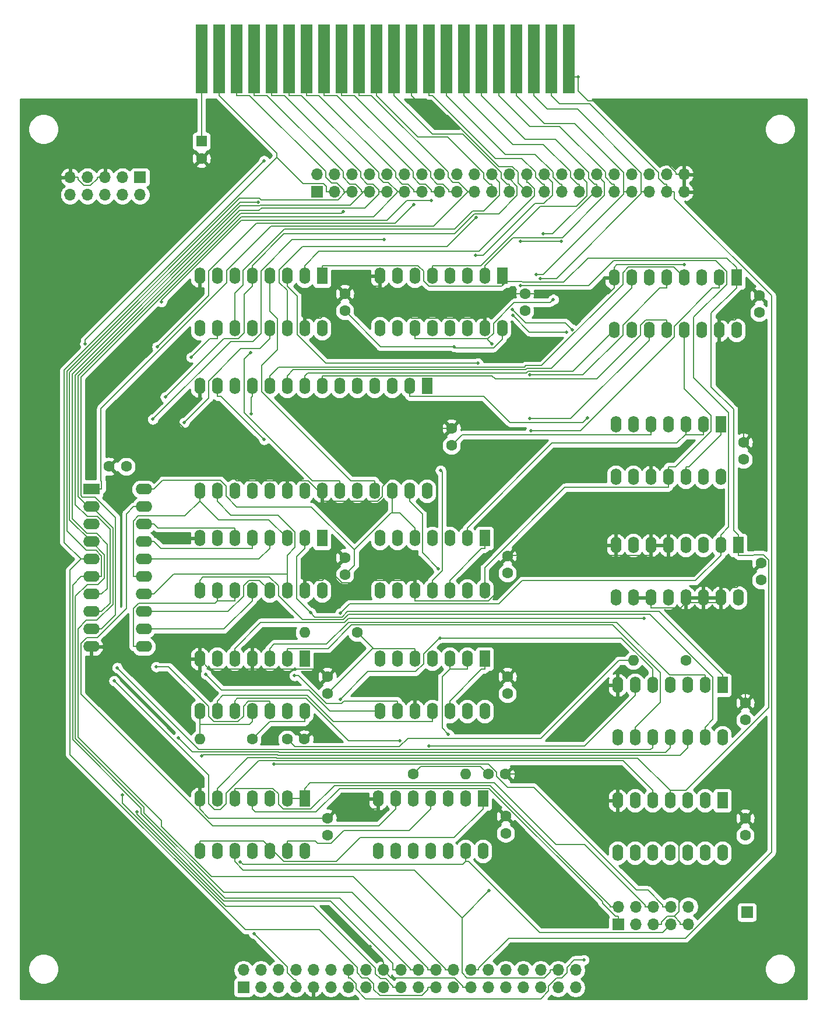
<source format=gbl>
G04 #@! TF.GenerationSoftware,KiCad,Pcbnew,(5.1.9)-1*
G04 #@! TF.CreationDate,2025-10-08T16:03:39+09:00*
G04 #@! TF.ProjectId,MZ-80B_GRAM2,4d5a2d38-3042-45f4-9752-414d322e6b69,rev?*
G04 #@! TF.SameCoordinates,PX20a6660PYbcc1c70*
G04 #@! TF.FileFunction,Copper,L2,Bot*
G04 #@! TF.FilePolarity,Positive*
%FSLAX46Y46*%
G04 Gerber Fmt 4.6, Leading zero omitted, Abs format (unit mm)*
G04 Created by KiCad (PCBNEW (5.1.9)-1) date 2025-10-08 16:03:39*
%MOMM*%
%LPD*%
G01*
G04 APERTURE LIST*
G04 #@! TA.AperFunction,ConnectorPad*
%ADD10R,1.780000X10.000000*%
G04 #@! TD*
G04 #@! TA.AperFunction,ComponentPad*
%ADD11C,1.600000*%
G04 #@! TD*
G04 #@! TA.AperFunction,ComponentPad*
%ADD12O,1.700000X1.700000*%
G04 #@! TD*
G04 #@! TA.AperFunction,ComponentPad*
%ADD13R,1.700000X1.700000*%
G04 #@! TD*
G04 #@! TA.AperFunction,ComponentPad*
%ADD14O,1.600000X1.600000*%
G04 #@! TD*
G04 #@! TA.AperFunction,ComponentPad*
%ADD15R,1.600000X2.400000*%
G04 #@! TD*
G04 #@! TA.AperFunction,ComponentPad*
%ADD16O,1.600000X2.400000*%
G04 #@! TD*
G04 #@! TA.AperFunction,ComponentPad*
%ADD17R,2.400000X1.600000*%
G04 #@! TD*
G04 #@! TA.AperFunction,ComponentPad*
%ADD18O,2.400000X1.600000*%
G04 #@! TD*
G04 #@! TA.AperFunction,ComponentPad*
%ADD19R,1.600000X1.600000*%
G04 #@! TD*
G04 #@! TA.AperFunction,ViaPad*
%ADD20C,0.500000*%
G04 #@! TD*
G04 #@! TA.AperFunction,Conductor*
%ADD21C,0.200000*%
G04 #@! TD*
G04 #@! TA.AperFunction,Conductor*
%ADD22C,0.254000*%
G04 #@! TD*
G04 #@! TA.AperFunction,Conductor*
%ADD23C,0.100000*%
G04 #@! TD*
G04 APERTURE END LIST*
D10*
X26940000Y137196000D03*
X29480000Y137196000D03*
X32020000Y137196000D03*
X34560000Y137196000D03*
X37100000Y137196000D03*
X39640000Y137196000D03*
X42180000Y137196000D03*
X44720000Y137196000D03*
X47260000Y137196000D03*
X49800000Y137196000D03*
X52340000Y137196000D03*
X54880000Y137196000D03*
X57420000Y137196000D03*
X59960000Y137196000D03*
X62500000Y137196000D03*
X65040000Y137196000D03*
X67580000Y137196000D03*
X70120000Y137196000D03*
X72660000Y137196000D03*
X75200000Y137196000D03*
X77740000Y137196000D03*
X80280000Y137196000D03*
D11*
X107950000Y102830000D03*
X107950000Y100330000D03*
X105918000Y43648000D03*
X105918000Y41148000D03*
X73914000Y100584000D03*
X73914000Y103084000D03*
X45212000Y47458000D03*
X45212000Y44958000D03*
X13502000Y77978000D03*
X16002000Y77978000D03*
X47752000Y103084000D03*
X47752000Y100584000D03*
X45212000Y24384000D03*
X45212000Y26884000D03*
X105664000Y78994000D03*
X105664000Y81494000D03*
X71120000Y27178000D03*
X71120000Y24678000D03*
X105918000Y24384000D03*
X105918000Y26884000D03*
X108204000Y61468000D03*
X108204000Y63968000D03*
X68580000Y33274000D03*
X71080000Y33274000D03*
X71374000Y64984000D03*
X71374000Y62484000D03*
X39370000Y38354000D03*
X41870000Y38354000D03*
X71374000Y44958000D03*
X71374000Y47458000D03*
X63246000Y83526000D03*
X63246000Y81026000D03*
X47752000Y62230000D03*
X47752000Y64730000D03*
D12*
X97660000Y14040000D03*
X97660000Y11500000D03*
X95120000Y14040000D03*
X95120000Y11500000D03*
X92580000Y14040000D03*
X92580000Y11500000D03*
X90040000Y14040000D03*
X90040000Y11500000D03*
X87500000Y14040000D03*
D13*
X87500000Y11500000D03*
D11*
X49530000Y53848000D03*
D14*
X41910000Y53848000D03*
X26670000Y38354000D03*
D11*
X34290000Y38354000D03*
D14*
X89662000Y49784000D03*
D11*
X97282000Y49784000D03*
X57658000Y33274000D03*
D14*
X65278000Y33274000D03*
D15*
X104648000Y105410000D03*
D16*
X86868000Y97790000D03*
X102108000Y105410000D03*
X89408000Y97790000D03*
X99568000Y105410000D03*
X91948000Y97790000D03*
X97028000Y105410000D03*
X94488000Y97790000D03*
X94488000Y105410000D03*
X97028000Y97790000D03*
X91948000Y105410000D03*
X99568000Y97790000D03*
X89408000Y105410000D03*
X102108000Y97790000D03*
X86868000Y105410000D03*
X104648000Y97790000D03*
X70612000Y98044000D03*
X52832000Y105664000D03*
X68072000Y98044000D03*
X55372000Y105664000D03*
X65532000Y98044000D03*
X57912000Y105664000D03*
X62992000Y98044000D03*
X60452000Y105664000D03*
X60452000Y98044000D03*
X62992000Y105664000D03*
X57912000Y98044000D03*
X65532000Y105664000D03*
X55372000Y98044000D03*
X68072000Y105664000D03*
X52832000Y98044000D03*
D15*
X70612000Y105664000D03*
X44450000Y105664000D03*
D16*
X26670000Y98044000D03*
X41910000Y105664000D03*
X29210000Y98044000D03*
X39370000Y105664000D03*
X31750000Y98044000D03*
X36830000Y105664000D03*
X34290000Y98044000D03*
X34290000Y105664000D03*
X36830000Y98044000D03*
X31750000Y105664000D03*
X39370000Y98044000D03*
X29210000Y105664000D03*
X41910000Y98044000D03*
X26670000Y105664000D03*
X44450000Y98044000D03*
D17*
X10922000Y74676000D03*
D18*
X18542000Y51816000D03*
X10922000Y72136000D03*
X18542000Y54356000D03*
X10922000Y69596000D03*
X18542000Y56896000D03*
X10922000Y67056000D03*
X18542000Y59436000D03*
X10922000Y64516000D03*
X18542000Y61976000D03*
X10922000Y61976000D03*
X18542000Y64516000D03*
X10922000Y59436000D03*
X18542000Y67056000D03*
X10922000Y56896000D03*
X18542000Y69596000D03*
X10922000Y54356000D03*
X18542000Y72136000D03*
X10922000Y51816000D03*
X18542000Y74676000D03*
D16*
X102362000Y76454000D03*
X87122000Y84074000D03*
X99822000Y76454000D03*
X89662000Y84074000D03*
X97282000Y76454000D03*
X92202000Y84074000D03*
X94742000Y76454000D03*
X94742000Y84074000D03*
X92202000Y76454000D03*
X97282000Y84074000D03*
X89662000Y76454000D03*
X99822000Y84074000D03*
X87122000Y76454000D03*
D15*
X102362000Y84074000D03*
X68072000Y67564000D03*
D16*
X52832000Y59944000D03*
X65532000Y67564000D03*
X55372000Y59944000D03*
X62992000Y67564000D03*
X57912000Y59944000D03*
X60452000Y67564000D03*
X60452000Y59944000D03*
X57912000Y67564000D03*
X62992000Y59944000D03*
X55372000Y67564000D03*
X65532000Y59944000D03*
X52832000Y67564000D03*
X68072000Y59944000D03*
D15*
X44450000Y67564000D03*
D16*
X26670000Y59944000D03*
X41910000Y67564000D03*
X29210000Y59944000D03*
X39370000Y67564000D03*
X31750000Y59944000D03*
X36830000Y67564000D03*
X34290000Y59944000D03*
X34290000Y67564000D03*
X36830000Y59944000D03*
X31750000Y67564000D03*
X39370000Y59944000D03*
X29210000Y67564000D03*
X41910000Y59944000D03*
X26670000Y67564000D03*
X44450000Y59944000D03*
X104902000Y58928000D03*
X87122000Y66548000D03*
X102362000Y58928000D03*
X89662000Y66548000D03*
X99822000Y58928000D03*
X92202000Y66548000D03*
X97282000Y58928000D03*
X94742000Y66548000D03*
X94742000Y58928000D03*
X97282000Y66548000D03*
X92202000Y58928000D03*
X99822000Y66548000D03*
X89662000Y58928000D03*
X102362000Y66548000D03*
X87122000Y58928000D03*
D15*
X104902000Y66548000D03*
D16*
X68072000Y42418000D03*
X52832000Y50038000D03*
X65532000Y42418000D03*
X55372000Y50038000D03*
X62992000Y42418000D03*
X57912000Y50038000D03*
X60452000Y42418000D03*
X60452000Y50038000D03*
X57912000Y42418000D03*
X62992000Y50038000D03*
X55372000Y42418000D03*
X65532000Y50038000D03*
X52832000Y42418000D03*
D15*
X68072000Y50038000D03*
X41910000Y50038000D03*
D16*
X26670000Y42418000D03*
X39370000Y50038000D03*
X29210000Y42418000D03*
X36830000Y50038000D03*
X31750000Y42418000D03*
X34290000Y50038000D03*
X34290000Y42418000D03*
X31750000Y50038000D03*
X36830000Y42418000D03*
X29210000Y50038000D03*
X39370000Y42418000D03*
X26670000Y50038000D03*
X41910000Y42418000D03*
X102616000Y38608000D03*
X87376000Y46228000D03*
X100076000Y38608000D03*
X89916000Y46228000D03*
X97536000Y38608000D03*
X92456000Y46228000D03*
X94996000Y38608000D03*
X94996000Y46228000D03*
X92456000Y38608000D03*
X97536000Y46228000D03*
X89916000Y38608000D03*
X100076000Y46228000D03*
X87376000Y38608000D03*
D15*
X102616000Y46228000D03*
D16*
X67818000Y22098000D03*
X52578000Y29718000D03*
X65278000Y22098000D03*
X55118000Y29718000D03*
X62738000Y22098000D03*
X57658000Y29718000D03*
X60198000Y22098000D03*
X60198000Y29718000D03*
X57658000Y22098000D03*
X62738000Y29718000D03*
X55118000Y22098000D03*
X65278000Y29718000D03*
X52578000Y22098000D03*
D15*
X67818000Y29718000D03*
X41910000Y29718000D03*
D16*
X26670000Y22098000D03*
X39370000Y29718000D03*
X29210000Y22098000D03*
X36830000Y29718000D03*
X31750000Y22098000D03*
X34290000Y29718000D03*
X34290000Y22098000D03*
X31750000Y29718000D03*
X36830000Y22098000D03*
X29210000Y29718000D03*
X39370000Y22098000D03*
X26670000Y29718000D03*
X41910000Y22098000D03*
D15*
X102616000Y29464000D03*
D16*
X87376000Y21844000D03*
X100076000Y29464000D03*
X89916000Y21844000D03*
X97536000Y29464000D03*
X92456000Y21844000D03*
X94996000Y29464000D03*
X94996000Y21844000D03*
X92456000Y29464000D03*
X97536000Y21844000D03*
X89916000Y29464000D03*
X100076000Y21844000D03*
X87376000Y29464000D03*
X102616000Y21844000D03*
D15*
X59690000Y89662000D03*
D16*
X26670000Y74422000D03*
X57150000Y89662000D03*
X29210000Y74422000D03*
X54610000Y89662000D03*
X31750000Y74422000D03*
X52070000Y89662000D03*
X34290000Y74422000D03*
X49530000Y89662000D03*
X36830000Y74422000D03*
X46990000Y89662000D03*
X39370000Y74422000D03*
X44450000Y89662000D03*
X41910000Y74422000D03*
X41910000Y89662000D03*
X44450000Y74422000D03*
X39370000Y89662000D03*
X46990000Y74422000D03*
X36830000Y89662000D03*
X49530000Y74422000D03*
X34290000Y89662000D03*
X52070000Y74422000D03*
X31750000Y89662000D03*
X54610000Y74422000D03*
X29210000Y89662000D03*
X57150000Y74422000D03*
X26670000Y89662000D03*
X59690000Y74422000D03*
D13*
X33020000Y2286000D03*
D12*
X33020000Y4826000D03*
X35560000Y2286000D03*
X35560000Y4826000D03*
X38100000Y2286000D03*
X38100000Y4826000D03*
X40640000Y2286000D03*
X40640000Y4826000D03*
X43180000Y2286000D03*
X43180000Y4826000D03*
X45720000Y2286000D03*
X45720000Y4826000D03*
X48260000Y2286000D03*
X48260000Y4826000D03*
X50800000Y2286000D03*
X50800000Y4826000D03*
X53340000Y2286000D03*
X53340000Y4826000D03*
X55880000Y2286000D03*
X55880000Y4826000D03*
X58420000Y2286000D03*
X58420000Y4826000D03*
X60960000Y2286000D03*
X60960000Y4826000D03*
X63500000Y2286000D03*
X63500000Y4826000D03*
X66040000Y2286000D03*
X66040000Y4826000D03*
X68580000Y2286000D03*
X68580000Y4826000D03*
X71120000Y2286000D03*
X71120000Y4826000D03*
X73660000Y2286000D03*
X73660000Y4826000D03*
X76200000Y2286000D03*
X76200000Y4826000D03*
X78740000Y2286000D03*
X78740000Y4826000D03*
X81280000Y2286000D03*
X81280000Y4826000D03*
D13*
X106172000Y13208000D03*
X43688000Y117856000D03*
D12*
X43688000Y120396000D03*
X46228000Y117856000D03*
X46228000Y120396000D03*
X48768000Y117856000D03*
X48768000Y120396000D03*
X51308000Y117856000D03*
X51308000Y120396000D03*
X53848000Y117856000D03*
X53848000Y120396000D03*
X56388000Y117856000D03*
X56388000Y120396000D03*
X58928000Y117856000D03*
X58928000Y120396000D03*
X61468000Y117856000D03*
X61468000Y120396000D03*
X64008000Y117856000D03*
X64008000Y120396000D03*
X66548000Y117856000D03*
X66548000Y120396000D03*
X69088000Y117856000D03*
X69088000Y120396000D03*
X71628000Y117856000D03*
X71628000Y120396000D03*
X74168000Y117856000D03*
X74168000Y120396000D03*
X76708000Y117856000D03*
X76708000Y120396000D03*
X79248000Y117856000D03*
X79248000Y120396000D03*
X81788000Y117856000D03*
X81788000Y120396000D03*
X84328000Y117856000D03*
X84328000Y120396000D03*
X86868000Y117856000D03*
X86868000Y120396000D03*
X89408000Y117856000D03*
X89408000Y120396000D03*
X91948000Y117856000D03*
X91948000Y120396000D03*
X94488000Y117856000D03*
X94488000Y120396000D03*
X97028000Y117856000D03*
X97028000Y120396000D03*
D13*
X18000000Y120000000D03*
D12*
X18000000Y117460000D03*
X15460000Y120000000D03*
X15460000Y117460000D03*
X12920000Y120000000D03*
X12920000Y117460000D03*
X10380000Y120000000D03*
X10380000Y117460000D03*
X7840000Y120000000D03*
X7840000Y117460000D03*
D19*
X26924000Y125222000D03*
D11*
X26924000Y122722000D03*
D20*
X63626500Y95408600D03*
X51432800Y8247800D03*
X97028000Y107331500D03*
X81637400Y134545900D03*
X35148900Y116373600D03*
X10016300Y95776600D03*
X36023400Y122390700D03*
X47498000Y115006800D03*
X66798500Y108625500D03*
X78061000Y102242500D03*
X69143900Y95766000D03*
X82490900Y6298300D03*
X74609000Y84932200D03*
X74617100Y91297400D03*
X74801900Y83186800D03*
X17587900Y27833400D03*
X15468700Y30240700D03*
X68733600Y16397000D03*
X14240500Y46833600D03*
X62818700Y39035200D03*
X47129700Y56684700D03*
X73264100Y104288200D03*
X66840900Y114149600D03*
X34552400Y10128000D03*
X21701100Y88054400D03*
X26968400Y35945400D03*
X23576700Y38558800D03*
X32592800Y20560000D03*
X37455500Y34752100D03*
X20340800Y48873000D03*
X14703600Y48755700D03*
X61660200Y77417600D03*
X40467500Y47583500D03*
X24432400Y84381500D03*
X34106000Y94554100D03*
X67081500Y92987600D03*
X25463600Y93859500D03*
X27591600Y47803400D03*
X36035300Y81890700D03*
X34170200Y85629100D03*
X42780000Y56763300D03*
X83041200Y85061400D03*
X91251400Y55940800D03*
X55777900Y38136300D03*
X59976000Y37413200D03*
X61552700Y53043100D03*
X61335800Y63132200D03*
X47078500Y44121800D03*
X19887000Y84847900D03*
X53490300Y110946500D03*
X20494400Y95364900D03*
X57777600Y116027400D03*
X60292300Y116592200D03*
X21129300Y101895800D03*
X80805800Y97866800D03*
X72122200Y100763500D03*
X79982200Y97501600D03*
X72150800Y99926400D03*
X79175900Y110670000D03*
X73307700Y110692900D03*
X76577100Y111796300D03*
X75595300Y105867800D03*
X76196100Y105317500D03*
D21*
X49151600Y65872600D02*
X49151600Y63629600D01*
X49151600Y63629600D02*
X47752000Y62230000D01*
X54610000Y71238300D02*
X54517300Y71238300D01*
X54517300Y71238300D02*
X49151600Y65872600D01*
X49151600Y65872600D02*
X42898500Y72125700D01*
X42898500Y72125700D02*
X32075800Y72125700D01*
X32075800Y72125700D02*
X30480000Y73721500D01*
X30480000Y73721500D02*
X30480000Y75140100D01*
X30480000Y75140100D02*
X29675700Y75944400D01*
X29675700Y75944400D02*
X21310700Y75944400D01*
X21310700Y75944400D02*
X20042300Y74676000D01*
X18542000Y74676000D02*
X20042300Y74676000D01*
X54610000Y71238300D02*
X55738000Y71238300D01*
X55738000Y71238300D02*
X57912000Y69064300D01*
X54610000Y72921700D02*
X54610000Y71238300D01*
X92202000Y84074000D02*
X92202000Y82573700D01*
X92202000Y82573700D02*
X64793700Y82573700D01*
X64793700Y82573700D02*
X63246000Y81026000D01*
X26924000Y125222000D02*
X26924000Y126322300D01*
X26924000Y126322300D02*
X26940000Y126338300D01*
X26940000Y126338300D02*
X26940000Y137196000D01*
X57912000Y67564000D02*
X57912000Y69064300D01*
X54610000Y74422000D02*
X54610000Y72921700D01*
X63626500Y95408600D02*
X63819400Y95215700D01*
X63819400Y95215700D02*
X69371900Y95215700D01*
X69371900Y95215700D02*
X70612000Y96455800D01*
X70612000Y96455800D02*
X70612000Y96543700D01*
X51816000Y51562000D02*
X49530000Y53848000D01*
X57912000Y51538300D02*
X51839700Y51538300D01*
X51839700Y51538300D02*
X51816000Y51562000D01*
X51816000Y51562000D02*
X45212000Y44958000D01*
X57912000Y50038000D02*
X57912000Y51538300D01*
X41910000Y42418000D02*
X41910000Y40917700D01*
X41910000Y40917700D02*
X36853700Y40917700D01*
X36853700Y40917700D02*
X34290000Y38354000D01*
X47752000Y100584000D02*
X52927400Y95408600D01*
X52927400Y95408600D02*
X63626500Y95408600D01*
X70612000Y98044000D02*
X70612000Y96543700D01*
X45212000Y26884000D02*
X28003700Y26884000D01*
X28003700Y26884000D02*
X26670000Y28217700D01*
X86868000Y106910300D02*
X87289200Y107331500D01*
X87289200Y107331500D02*
X97028000Y107331500D01*
X44450000Y74422000D02*
X44450000Y72921700D01*
X44450000Y72921700D02*
X52531000Y72921700D01*
X52531000Y72921700D02*
X53253600Y73644300D01*
X53253600Y73644300D02*
X53253600Y75046000D01*
X53253600Y75046000D02*
X61733600Y83526000D01*
X61733600Y83526000D02*
X63246000Y83526000D01*
X39370000Y75922300D02*
X42430000Y75922300D01*
X42430000Y75922300D02*
X43930300Y74422000D01*
X43930300Y74422000D02*
X44450000Y74422000D01*
X23240600Y84732300D02*
X32050500Y75922300D01*
X32050500Y75922300D02*
X39370000Y75922300D01*
X57912000Y59944000D02*
X57912000Y58443700D01*
X71374000Y64984000D02*
X69469100Y63079100D01*
X69469100Y63079100D02*
X69469100Y59312700D01*
X69469100Y59312700D02*
X68600100Y58443700D01*
X68600100Y58443700D02*
X57912000Y58443700D01*
X87122000Y65047700D02*
X71437700Y65047700D01*
X71437700Y65047700D02*
X71374000Y64984000D01*
X57912000Y59944000D02*
X57912000Y61444300D01*
X45723900Y62701900D02*
X47331800Y61094000D01*
X47331800Y61094000D02*
X50858300Y61094000D01*
X50858300Y61094000D02*
X51208600Y61444300D01*
X51208600Y61444300D02*
X57912000Y61444300D01*
X45723900Y62701900D02*
X44466300Y61444300D01*
X44466300Y61444300D02*
X41910000Y61444300D01*
X47752000Y64730000D02*
X45723900Y62701900D01*
X68072000Y99544300D02*
X57451400Y99544300D01*
X57451400Y99544300D02*
X52832000Y104163700D01*
X68072000Y99444200D02*
X68072000Y99544300D01*
X68072000Y98044000D02*
X68072000Y99444200D01*
X52832000Y105664000D02*
X52832000Y104163700D01*
X52832000Y104163700D02*
X48831700Y104163700D01*
X48831700Y104163700D02*
X47752000Y103084000D01*
X73914000Y103084000D02*
X71611700Y103084000D01*
X71611700Y103084000D02*
X68072000Y99544300D01*
X86868000Y103909700D02*
X86042300Y103084000D01*
X86042300Y103084000D02*
X73914000Y103084000D01*
X34290000Y48537700D02*
X44132300Y48537700D01*
X44132300Y48537700D02*
X45212000Y47458000D01*
X66040000Y2286000D02*
X64889700Y2286000D01*
X53340000Y4826000D02*
X54490400Y3675600D01*
X54490400Y3675600D02*
X63738400Y3675600D01*
X63738400Y3675600D02*
X64889700Y2524300D01*
X64889700Y2524300D02*
X64889700Y2286000D01*
X53340000Y5379400D02*
X53340000Y4826000D01*
X41910000Y59944000D02*
X41910000Y61444300D01*
X92202000Y66548000D02*
X92202000Y65047700D01*
X92202000Y65047700D02*
X87122000Y65047700D01*
X87376000Y29464000D02*
X87376000Y30964300D01*
X71080000Y33274000D02*
X85066300Y33274000D01*
X85066300Y33274000D02*
X87376000Y30964300D01*
X87122000Y66548000D02*
X87122000Y65047700D01*
X53340000Y5976300D02*
X51432800Y7883500D01*
X51432800Y7883500D02*
X51432800Y8247800D01*
X53340000Y5379400D02*
X53340000Y5976300D01*
X23240600Y84732300D02*
X22366400Y83858100D01*
X22366400Y83858100D02*
X19382100Y83858100D01*
X19382100Y83858100D02*
X13502000Y77978000D01*
X26670000Y88161700D02*
X23240600Y84732300D01*
X39370000Y74422000D02*
X39370000Y75922300D01*
X34290000Y50038000D02*
X34290000Y48537700D01*
X26670000Y49965500D02*
X28097800Y48537700D01*
X28097800Y48537700D02*
X34290000Y48537700D01*
X12422300Y51816000D02*
X14272800Y49965500D01*
X14272800Y49965500D02*
X26670000Y49965500D01*
X26670000Y89662000D02*
X26670000Y88161700D01*
X10922000Y51816000D02*
X12422300Y51816000D01*
X26670000Y50038000D02*
X26670000Y49965500D01*
X102108000Y97790000D02*
X102108000Y96289700D01*
X105664000Y81494000D02*
X105664000Y92733700D01*
X105664000Y92733700D02*
X102108000Y96289700D01*
X92202000Y58928000D02*
X92202000Y57427700D01*
X92202000Y57427700D02*
X96531800Y57427700D01*
X96531800Y57427700D02*
X97282000Y58177900D01*
X86868000Y105410000D02*
X86868000Y106910300D01*
X41910000Y98044000D02*
X41910000Y99544300D01*
X41910000Y99544300D02*
X44212300Y99544300D01*
X44212300Y99544300D02*
X47752000Y103084000D01*
X102362000Y58177900D02*
X102362000Y57427700D01*
X102362000Y58928000D02*
X102362000Y58177900D01*
X102362000Y58177900D02*
X99822000Y58177900D01*
X105918000Y43648000D02*
X105918000Y53871700D01*
X105918000Y53871700D02*
X102362000Y57427700D01*
X102108000Y97790000D02*
X102108000Y99290300D01*
X102108000Y99290300D02*
X104410300Y99290300D01*
X104410300Y99290300D02*
X107950000Y102830000D01*
X99822000Y58928000D02*
X99822000Y58177900D01*
X97282000Y58928000D02*
X97282000Y58177900D01*
X99822000Y58177900D02*
X97282000Y58177900D01*
X86868000Y105410000D02*
X86868000Y103909700D01*
X57420000Y137196000D02*
X57420000Y131895700D01*
X57420000Y131895700D02*
X60312300Y129003400D01*
X60312300Y129003400D02*
X62700400Y129003400D01*
X62700400Y129003400D02*
X70144400Y121559400D01*
X70144400Y121559400D02*
X72099700Y121559400D01*
X72099700Y121559400D02*
X72898000Y120761100D01*
X72898000Y120761100D02*
X72898000Y119126000D01*
X72898000Y119126000D02*
X74168000Y117856000D01*
X12920000Y120000000D02*
X11769700Y120000000D01*
X7840000Y120000000D02*
X8990300Y120000000D01*
X8990300Y120000000D02*
X8990300Y119712400D01*
X8990300Y119712400D02*
X9893300Y118809400D01*
X9893300Y118809400D02*
X10817400Y118809400D01*
X10817400Y118809400D02*
X11769700Y119761700D01*
X11769700Y119761700D02*
X11769700Y120000000D01*
X102362000Y58928000D02*
X102362000Y60428300D01*
X102362000Y60428300D02*
X104664300Y60428300D01*
X104664300Y60428300D02*
X108204000Y63968000D01*
X97028000Y120396000D02*
X95877700Y120396000D01*
X95877700Y120396000D02*
X95877700Y120683600D01*
X95877700Y120683600D02*
X85427100Y131134200D01*
X85427100Y131134200D02*
X83065700Y131134200D01*
X83065700Y131134200D02*
X81637400Y132562500D01*
X81637400Y132562500D02*
X81637400Y134545900D01*
X80280000Y134545900D02*
X81637400Y134545900D01*
X80280000Y137196000D02*
X80280000Y134545900D01*
X96289800Y25484400D02*
X89855300Y25484400D01*
X89855300Y25484400D02*
X87376000Y27963700D01*
X105918000Y26884000D02*
X104518400Y25484400D01*
X104518400Y25484400D02*
X96289800Y25484400D01*
X95588200Y12659800D02*
X96289800Y13361400D01*
X96289800Y13361400D02*
X96289800Y25484400D01*
X93730300Y11500000D02*
X93730300Y11787600D01*
X93730300Y11787600D02*
X94602500Y12659800D01*
X94602500Y12659800D02*
X95588200Y12659800D01*
X95588200Y12659800D02*
X96509700Y11738300D01*
X96509700Y11738300D02*
X96509700Y11500000D01*
X97660000Y11500000D02*
X96509700Y11500000D01*
X92580000Y11500000D02*
X93730300Y11500000D01*
X52578000Y29718000D02*
X52578000Y28217700D01*
X52578000Y28217700D02*
X46545700Y28217700D01*
X46545700Y28217700D02*
X45212000Y26884000D01*
X26670000Y29718000D02*
X26670000Y28217700D01*
X87376000Y29464000D02*
X87376000Y27963700D01*
X59809700Y4826000D02*
X59809700Y5113700D01*
X59809700Y5113700D02*
X48838800Y16084600D01*
X48838800Y16084600D02*
X30159200Y16084600D01*
X30159200Y16084600D02*
X18589900Y27653900D01*
X18589900Y27653900D02*
X18589900Y28463900D01*
X18589900Y28463900D02*
X8612100Y38441700D01*
X8612100Y38441700D02*
X8612100Y59096600D01*
X8612100Y59096600D02*
X10363000Y60847500D01*
X10363000Y60847500D02*
X11909300Y60847500D01*
X11909300Y60847500D02*
X12837000Y61775200D01*
X12837000Y61775200D02*
X12837000Y65141000D01*
X12837000Y65141000D02*
X10922000Y67056000D01*
X60960000Y4826000D02*
X59809700Y4826000D01*
X35148900Y116373600D02*
X32524000Y116373600D01*
X32524000Y116373600D02*
X7773800Y91623400D01*
X7773800Y91623400D02*
X7773800Y70204200D01*
X7773800Y70204200D02*
X10922000Y67056000D01*
X36023400Y122390700D02*
X10016300Y96383600D01*
X10016300Y96383600D02*
X10016300Y95776600D01*
X62349700Y4826000D02*
X62349700Y5064300D01*
X62349700Y5064300D02*
X49007100Y18406900D01*
X49007100Y18406900D02*
X28403000Y18406900D01*
X28403000Y18406900D02*
X21116800Y25693100D01*
X21116800Y25693100D02*
X21116800Y26503100D01*
X21116800Y26503100D02*
X9012400Y38607500D01*
X9012400Y38607500D02*
X9012400Y54424300D01*
X9012400Y54424300D02*
X10214100Y55626000D01*
X10214100Y55626000D02*
X11733400Y55626000D01*
X11733400Y55626000D02*
X14060200Y57952800D01*
X14060200Y57952800D02*
X14060200Y69050100D01*
X14060200Y69050100D02*
X10974300Y72136000D01*
X10974300Y72136000D02*
X10922000Y72136000D01*
X10922000Y72136000D02*
X10440500Y72136000D01*
X10440500Y72136000D02*
X8979900Y73596600D01*
X8979900Y73596600D02*
X8979900Y91099300D01*
X8979900Y91099300D02*
X32661100Y114780500D01*
X32661100Y114780500D02*
X47271700Y114780500D01*
X47271700Y114780500D02*
X47498000Y115006800D01*
X63500000Y4826000D02*
X62349700Y4826000D01*
X76708000Y120396000D02*
X77892900Y119211100D01*
X77892900Y119211100D02*
X77892900Y117409100D01*
X77892900Y117409100D02*
X76684500Y116200700D01*
X76684500Y116200700D02*
X75418000Y116200700D01*
X75418000Y116200700D02*
X67842800Y108625500D01*
X67842800Y108625500D02*
X66798500Y108625500D01*
X68555900Y96543700D02*
X69342000Y97329800D01*
X69342000Y97329800D02*
X69342000Y98772500D01*
X69342000Y98772500D02*
X72386600Y101817100D01*
X72386600Y101817100D02*
X77635600Y101817100D01*
X77635600Y101817100D02*
X78061000Y102242500D01*
X68555900Y96543700D02*
X57912000Y96543700D01*
X69143900Y95766000D02*
X68555900Y96354000D01*
X68555900Y96354000D02*
X68555900Y96543700D01*
X57912000Y98044000D02*
X57912000Y96543700D01*
X60452000Y105664000D02*
X60452000Y107164300D01*
X81788000Y120396000D02*
X82939700Y119244300D01*
X82939700Y119244300D02*
X82939700Y117339400D01*
X82939700Y117339400D02*
X81400600Y115800300D01*
X81400600Y115800300D02*
X76141700Y115800300D01*
X76141700Y115800300D02*
X67505700Y107164300D01*
X67505700Y107164300D02*
X60452000Y107164300D01*
X68072000Y107164300D02*
X72151100Y111243400D01*
X72151100Y111243400D02*
X79353200Y111243400D01*
X79353200Y111243400D02*
X85502900Y117393100D01*
X85502900Y117393100D02*
X85502900Y119221100D01*
X85502900Y119221100D02*
X84328000Y120396000D01*
X68072000Y105664000D02*
X68072000Y107164300D01*
X48260000Y3675700D02*
X48547700Y3675700D01*
X48547700Y3675700D02*
X49410300Y2813100D01*
X49410300Y2813100D02*
X49410300Y2044400D01*
X49410300Y2044400D02*
X50797800Y656900D01*
X50797800Y656900D02*
X76218000Y656900D01*
X76218000Y656900D02*
X77350400Y1789300D01*
X77350400Y1789300D02*
X77350400Y2523300D01*
X77350400Y2523300D02*
X78502700Y3675600D01*
X78502700Y3675600D02*
X79278100Y3675600D01*
X79278100Y3675600D02*
X80010000Y4407500D01*
X80010000Y4407500D02*
X80010000Y5218800D01*
X80010000Y5218800D02*
X81089500Y6298300D01*
X81089500Y6298300D02*
X82490900Y6298300D01*
X48260000Y4826000D02*
X48260000Y3675700D01*
X91948000Y97790000D02*
X91948000Y96289700D01*
X91948000Y96289700D02*
X80590500Y84932200D01*
X80590500Y84932200D02*
X74609000Y84932200D01*
X94488000Y103909700D02*
X93550300Y103909700D01*
X93550300Y103909700D02*
X88138000Y98497400D01*
X88138000Y98497400D02*
X88138000Y97092000D01*
X88138000Y97092000D02*
X82343400Y91297400D01*
X82343400Y91297400D02*
X74617100Y91297400D01*
X94488000Y105410000D02*
X94488000Y103909700D01*
X102108000Y105410000D02*
X102108000Y103909700D01*
X102108000Y103909700D02*
X101170300Y103909700D01*
X101170300Y103909700D02*
X95588300Y98327700D01*
X95588300Y98327700D02*
X95588300Y96816200D01*
X95588300Y96816200D02*
X81958900Y83186800D01*
X81958900Y83186800D02*
X74801900Y83186800D01*
X9421700Y64516000D02*
X7811500Y62905800D01*
X7811500Y62905800D02*
X7811500Y36143700D01*
X7811500Y36143700D02*
X33276000Y10679200D01*
X33276000Y10679200D02*
X44054300Y10679200D01*
X44054300Y10679200D02*
X49530000Y5203500D01*
X49530000Y5203500D02*
X49530000Y4407500D01*
X49530000Y4407500D02*
X50261900Y3675600D01*
X50261900Y3675600D02*
X51098900Y3675600D01*
X51098900Y3675600D02*
X51950400Y2824100D01*
X51950400Y2824100D02*
X51950400Y2007800D01*
X51950400Y2007800D02*
X52841100Y1117100D01*
X52841100Y1117100D02*
X58928400Y1117100D01*
X58928400Y1117100D02*
X59809700Y1998400D01*
X59809700Y1998400D02*
X59809700Y2286000D01*
X37878500Y122860300D02*
X6973200Y91955000D01*
X6973200Y91955000D02*
X6973200Y66964500D01*
X6973200Y66964500D02*
X9421700Y64516000D01*
X45077700Y117856000D02*
X45077700Y118646800D01*
X45077700Y118646800D02*
X44685300Y119039200D01*
X44685300Y119039200D02*
X41699600Y119039200D01*
X41699600Y119039200D02*
X37878500Y122860300D01*
X37878500Y122860300D02*
X37878500Y123497200D01*
X37878500Y123497200D02*
X29480000Y131895700D01*
X60960000Y2286000D02*
X59809700Y2286000D01*
X10922000Y64516000D02*
X9421700Y64516000D01*
X29480000Y137196000D02*
X29480000Y131895700D01*
X46228000Y117856000D02*
X45077700Y117856000D01*
X57269700Y4826000D02*
X57269700Y5064500D01*
X57269700Y5064500D02*
X47050200Y15284000D01*
X47050200Y15284000D02*
X30393700Y15284000D01*
X30393700Y15284000D02*
X18141200Y27536500D01*
X18141200Y27536500D02*
X18141200Y28346500D01*
X18141200Y28346500D02*
X8211800Y38275900D01*
X8211800Y38275900D02*
X8211800Y60766100D01*
X8211800Y60766100D02*
X9421700Y61976000D01*
X47905300Y117856000D02*
X46755000Y116705700D01*
X46755000Y116705700D02*
X35595100Y116705700D01*
X35595100Y116705700D02*
X35376900Y116923900D01*
X35376900Y116923900D02*
X32508200Y116923900D01*
X32508200Y116923900D02*
X7373500Y91789200D01*
X7373500Y91789200D02*
X7373500Y68634000D01*
X7373500Y68634000D02*
X10221500Y65786000D01*
X10221500Y65786000D02*
X11623200Y65786000D01*
X11623200Y65786000D02*
X12422300Y64986900D01*
X12422300Y64986900D02*
X12422300Y61976000D01*
X10922000Y61976000D02*
X12422300Y61976000D01*
X47905300Y117856000D02*
X47617700Y117856000D01*
X48192900Y117856000D02*
X47905300Y117856000D01*
X10922000Y61976000D02*
X9421700Y61976000D01*
X58420000Y4826000D02*
X57269700Y4826000D01*
X48768000Y117856000D02*
X48329600Y117856000D01*
X48192900Y117856000D02*
X48329600Y117856000D01*
X32020000Y137196000D02*
X32020000Y131895700D01*
X47617700Y117856000D02*
X47617700Y118111100D01*
X47617700Y118111100D02*
X46602800Y119126000D01*
X46602800Y119126000D02*
X45857700Y119126000D01*
X45857700Y119126000D02*
X44958000Y120025700D01*
X44958000Y120025700D02*
X44958000Y120818200D01*
X44958000Y120818200D02*
X33880500Y131895700D01*
X33880500Y131895700D02*
X32020000Y131895700D01*
X12422300Y59436000D02*
X13237300Y60251000D01*
X13237300Y60251000D02*
X13237300Y66712000D01*
X13237300Y66712000D02*
X11709700Y68239600D01*
X11709700Y68239600D02*
X10304700Y68239600D01*
X10304700Y68239600D02*
X8179300Y70365000D01*
X8179300Y70365000D02*
X8179300Y91430900D01*
X8179300Y91430900D02*
X32571700Y115823300D01*
X32571700Y115823300D02*
X35376900Y115823300D01*
X35376900Y115823300D02*
X35535000Y115981400D01*
X35535000Y115981400D02*
X48589900Y115981400D01*
X48589900Y115981400D02*
X50301500Y117693000D01*
X50301500Y117693000D02*
X50301500Y117856000D01*
X10922000Y59436000D02*
X12422300Y59436000D01*
X50301500Y117856000D02*
X50157700Y117856000D01*
X50445300Y117856000D02*
X50301500Y117856000D01*
X50445300Y117856000D02*
X50881100Y117856000D01*
X51308000Y117856000D02*
X50881100Y117856000D01*
X34560000Y137196000D02*
X34560000Y131895700D01*
X50157700Y117856000D02*
X50157700Y118143700D01*
X50157700Y118143700D02*
X49295100Y119006300D01*
X49295100Y119006300D02*
X48469200Y119006300D01*
X48469200Y119006300D02*
X47498000Y119977500D01*
X47498000Y119977500D02*
X47498000Y120833100D01*
X47498000Y120833100D02*
X36435400Y131895700D01*
X36435400Y131895700D02*
X34560000Y131895700D01*
X55880000Y4826000D02*
X54729700Y4826000D01*
X17587900Y27833400D02*
X17587900Y27500800D01*
X17587900Y27500800D02*
X30205100Y14883600D01*
X30205100Y14883600D02*
X45654000Y14883600D01*
X45654000Y14883600D02*
X54729700Y5807900D01*
X54729700Y5807900D02*
X54729700Y4826000D01*
X52697700Y117856000D02*
X52697700Y117585800D01*
X52697700Y117585800D02*
X50669000Y115557100D01*
X50669000Y115557100D02*
X35676800Y115557100D01*
X35676800Y115557100D02*
X35300500Y115180800D01*
X35300500Y115180800D02*
X32495300Y115180800D01*
X32495300Y115180800D02*
X8579600Y91265100D01*
X8579600Y91265100D02*
X8579600Y72466900D01*
X8579600Y72466900D02*
X10350200Y70696300D01*
X10350200Y70696300D02*
X11847600Y70696300D01*
X11847600Y70696300D02*
X13637600Y68906300D01*
X13637600Y68906300D02*
X13637600Y58111300D01*
X13637600Y58111300D02*
X12422300Y56896000D01*
X10922000Y56896000D02*
X12422300Y56896000D01*
X37100000Y131895700D02*
X38954500Y131895700D01*
X38954500Y131895700D02*
X50038000Y120812200D01*
X50038000Y120812200D02*
X50038000Y119977500D01*
X50038000Y119977500D02*
X51009200Y119006300D01*
X51009200Y119006300D02*
X51835100Y119006300D01*
X51835100Y119006300D02*
X52697700Y118143700D01*
X52697700Y118143700D02*
X52697700Y117856000D01*
X37100000Y137196000D02*
X37100000Y131895700D01*
X53848000Y117856000D02*
X52697700Y117856000D01*
X55357300Y117856000D02*
X55357300Y117704900D01*
X55357300Y117704900D02*
X51906500Y114254100D01*
X51906500Y114254100D02*
X32701000Y114254100D01*
X32701000Y114254100D02*
X9421700Y90974800D01*
X9421700Y90974800D02*
X9421700Y73751600D01*
X9421700Y73751600D02*
X9625600Y73547700D01*
X9625600Y73547700D02*
X11485600Y73547700D01*
X11485600Y73547700D02*
X14460500Y70572800D01*
X14460500Y70572800D02*
X14460500Y56394200D01*
X14460500Y56394200D02*
X12422300Y54356000D01*
X55880000Y2286000D02*
X54729700Y2286000D01*
X15468700Y30240700D02*
X15468700Y29052600D01*
X15468700Y29052600D02*
X30424600Y14096700D01*
X30424600Y14096700D02*
X43194200Y14096700D01*
X43194200Y14096700D02*
X52189600Y5101300D01*
X52189600Y5101300D02*
X52189600Y4287900D01*
X52189600Y4287900D02*
X52921500Y3556000D01*
X52921500Y3556000D02*
X53698000Y3556000D01*
X53698000Y3556000D02*
X54729700Y2524300D01*
X54729700Y2524300D02*
X54729700Y2286000D01*
X10922000Y54356000D02*
X12422300Y54356000D01*
X39640000Y137196000D02*
X39640000Y131895700D01*
X55475000Y117856000D02*
X55453800Y117856000D01*
X55646800Y117856000D02*
X55475000Y117856000D01*
X39640000Y131895700D02*
X41482400Y131895700D01*
X41482400Y131895700D02*
X52697600Y120680500D01*
X52697600Y120680500D02*
X52697600Y119891000D01*
X52697600Y119891000D02*
X53343000Y119245600D01*
X53343000Y119245600D02*
X54085400Y119245600D01*
X54085400Y119245600D02*
X55475000Y117856000D01*
X55453800Y117856000D02*
X55357300Y117856000D01*
X56388000Y117856000D02*
X55824400Y117856000D01*
X55824400Y117856000D02*
X55646800Y117856000D01*
X64770000Y12433400D02*
X64770000Y4407500D01*
X64770000Y4407500D02*
X65501900Y3675600D01*
X65501900Y3675600D02*
X76726900Y3675600D01*
X76726900Y3675600D02*
X77589700Y4538400D01*
X77589700Y4538400D02*
X77589700Y4826000D01*
X68733600Y16397000D02*
X64770000Y12433400D01*
X31750000Y20597700D02*
X32987200Y19360500D01*
X32987200Y19360500D02*
X57842900Y19360500D01*
X57842900Y19360500D02*
X64770000Y12433400D01*
X31750000Y22098000D02*
X31750000Y20597700D01*
X78740000Y4826000D02*
X77589700Y4826000D01*
X64008000Y117856000D02*
X62857700Y117856000D01*
X47260000Y137196000D02*
X47260000Y131895700D01*
X62857700Y117856000D02*
X62857700Y118143700D01*
X62857700Y118143700D02*
X61995100Y119006300D01*
X61995100Y119006300D02*
X61169200Y119006300D01*
X61169200Y119006300D02*
X60198000Y119977500D01*
X60198000Y119977500D02*
X60198000Y120812200D01*
X60198000Y120812200D02*
X49114500Y131895700D01*
X49114500Y131895700D02*
X47260000Y131895700D01*
X65678400Y117872100D02*
X60692900Y112886600D01*
X60692900Y112886600D02*
X37013900Y112886600D01*
X37013900Y112886600D02*
X30579400Y106452100D01*
X30579400Y106452100D02*
X30579400Y104671600D01*
X30579400Y104671600D02*
X12328400Y86420600D01*
X12328400Y86420600D02*
X12328400Y75870200D01*
X12328400Y75870200D02*
X12422300Y75776300D01*
X12422300Y75776300D02*
X12422300Y74676000D01*
X92456000Y30964300D02*
X88198300Y35222000D01*
X88198300Y35222000D02*
X37763900Y35222000D01*
X37763900Y35222000D02*
X37683500Y35302400D01*
X37683500Y35302400D02*
X35259300Y35302400D01*
X35259300Y35302400D02*
X30480000Y30523100D01*
X30480000Y30523100D02*
X30480000Y28970200D01*
X30480000Y28970200D02*
X29683900Y28174100D01*
X29683900Y28174100D02*
X28790400Y28174100D01*
X28790400Y28174100D02*
X27940000Y29024500D01*
X27940000Y29024500D02*
X27940000Y33134100D01*
X27940000Y33134100D02*
X14240500Y46833600D01*
X92456000Y29464000D02*
X92456000Y30964300D01*
X65972900Y117856000D02*
X65956800Y117872100D01*
X65956800Y117872100D02*
X65678400Y117872100D01*
X65678400Y117872100D02*
X64304900Y119245600D01*
X64304900Y119245600D02*
X63469900Y119245600D01*
X63469900Y119245600D02*
X62738000Y119977500D01*
X62738000Y119977500D02*
X62738000Y120772800D01*
X62738000Y120772800D02*
X51615100Y131895700D01*
X51615100Y131895700D02*
X49800000Y131895700D01*
X10922000Y74676000D02*
X12422300Y74676000D01*
X49800000Y137196000D02*
X49800000Y131895700D01*
X66548000Y117856000D02*
X65972900Y117856000D01*
X94488000Y97790000D02*
X94488000Y99290300D01*
X44450000Y89662000D02*
X44450000Y91162300D01*
X44450000Y91162300D02*
X69157400Y91162300D01*
X69157400Y91162300D02*
X69595600Y90724100D01*
X69595600Y90724100D02*
X84341000Y90724100D01*
X84341000Y90724100D02*
X90678000Y97061100D01*
X90678000Y97061100D02*
X90678000Y98494700D01*
X90678000Y98494700D02*
X91473600Y99290300D01*
X91473600Y99290300D02*
X94488000Y99290300D01*
X97028000Y105410000D02*
X95506900Y106931100D01*
X95506900Y106931100D02*
X88932600Y106931100D01*
X88932600Y106931100D02*
X88138000Y106136500D01*
X88138000Y106136500D02*
X88138000Y104420700D01*
X88138000Y104420700D02*
X76365600Y92648300D01*
X76365600Y92648300D02*
X74057600Y92648300D01*
X74057600Y92648300D02*
X73846600Y92437300D01*
X73846600Y92437300D02*
X38105000Y92437300D01*
X38105000Y92437300D02*
X36830000Y91162300D01*
X36830000Y89662000D02*
X36830000Y91162300D01*
X100076000Y46228000D02*
X100076000Y47728300D01*
X36830000Y50038000D02*
X36830000Y51538300D01*
X36830000Y51538300D02*
X37493300Y52201600D01*
X37493300Y52201600D02*
X45123700Y52201600D01*
X45123700Y52201600D02*
X48282200Y55360100D01*
X48282200Y55360100D02*
X87288100Y55360100D01*
X87288100Y55360100D02*
X94919900Y47728300D01*
X94919900Y47728300D02*
X100076000Y47728300D01*
X62992200Y48537700D02*
X61891600Y47437100D01*
X61891600Y47437100D02*
X61891600Y39962300D01*
X61891600Y39962300D02*
X62818700Y39035200D01*
X62992000Y48637800D02*
X62992000Y48537900D01*
X62992000Y48537900D02*
X62992200Y48537700D01*
X62992200Y48537700D02*
X65532000Y48537700D01*
X65532000Y69064300D02*
X77839400Y81371700D01*
X77839400Y81371700D02*
X95979900Y81371700D01*
X95979900Y81371700D02*
X97282000Y82673800D01*
X62992000Y50038000D02*
X62992000Y48637800D01*
X65532000Y50038000D02*
X65532000Y48537700D01*
X65532000Y67564000D02*
X65532000Y69064300D01*
X97282000Y82673800D02*
X97382100Y82573700D01*
X97382100Y82573700D02*
X99822000Y82573700D01*
X97282000Y84074000D02*
X97282000Y82673800D01*
X99822000Y84074000D02*
X99822000Y82573700D01*
X86868000Y97790000D02*
X80925700Y91847700D01*
X80925700Y91847700D02*
X74389200Y91847700D01*
X74389200Y91847700D02*
X74142400Y91600900D01*
X74142400Y91600900D02*
X42348600Y91600900D01*
X42348600Y91600900D02*
X41910000Y91162300D01*
X41910000Y89662000D02*
X41910000Y91162300D01*
X57658000Y33274000D02*
X58761600Y34377600D01*
X58761600Y34377600D02*
X67476400Y34377600D01*
X67476400Y34377600D02*
X68580000Y33274000D01*
X39370000Y38354000D02*
X40470400Y37253600D01*
X40470400Y37253600D02*
X55674500Y37253600D01*
X55674500Y37253600D02*
X56905800Y38484900D01*
X56905800Y38484900D02*
X76252600Y38484900D01*
X76252600Y38484900D02*
X87551700Y49784000D01*
X87551700Y49784000D02*
X89662000Y49784000D01*
X73264100Y104288200D02*
X83221100Y104288200D01*
X83221100Y104288200D02*
X86814700Y107881800D01*
X86814700Y107881800D02*
X101642800Y107881800D01*
X101642800Y107881800D02*
X103239100Y106285500D01*
X103239100Y106285500D02*
X103239100Y104434700D01*
X103239100Y104434700D02*
X98454100Y99649700D01*
X98454100Y99649700D02*
X98454100Y90910600D01*
X98454100Y90910600D02*
X103519900Y85844800D01*
X103519900Y85844800D02*
X103519900Y69206200D01*
X103519900Y69206200D02*
X102362000Y68048300D01*
X102362000Y65047700D02*
X98697900Y61383600D01*
X98697900Y61383600D02*
X73515900Y61383600D01*
X73515900Y61383600D02*
X70151500Y58019200D01*
X70151500Y58019200D02*
X48464200Y58019200D01*
X48464200Y58019200D02*
X47129700Y56684700D01*
X102362000Y66548000D02*
X102362000Y65047700D01*
X102362000Y67198100D02*
X102362000Y66548000D01*
X102362000Y67198100D02*
X102362000Y68048300D01*
X66840900Y114149600D02*
X62587500Y109896200D01*
X62587500Y109896200D02*
X41618000Y109896200D01*
X41618000Y109896200D02*
X38267400Y106545600D01*
X38267400Y106545600D02*
X38267400Y104700000D01*
X38267400Y104700000D02*
X39370000Y103597400D01*
X39370000Y103597400D02*
X39370000Y98044000D01*
X69088000Y120396000D02*
X70251300Y119232700D01*
X70251300Y119232700D02*
X70251300Y117370800D01*
X70251300Y117370800D02*
X67980700Y115100200D01*
X67980700Y115100200D02*
X66359800Y115100200D01*
X66359800Y115100200D02*
X63745800Y112486200D01*
X63745800Y112486200D02*
X38974700Y112486200D01*
X38974700Y112486200D02*
X32961600Y106473100D01*
X32961600Y106473100D02*
X32961600Y104363900D01*
X32961600Y104363900D02*
X31750000Y103152300D01*
X31750000Y103152300D02*
X31750000Y98044000D01*
X71628000Y120396000D02*
X71628000Y119829700D01*
X71628000Y119829700D02*
X72779000Y118678700D01*
X72779000Y118678700D02*
X72779000Y117359800D01*
X72779000Y117359800D02*
X70119100Y114699900D01*
X70119100Y114699900D02*
X66613000Y114699900D01*
X66613000Y114699900D02*
X63680500Y111767400D01*
X63680500Y111767400D02*
X38893000Y111767400D01*
X38893000Y111767400D02*
X38893000Y111767300D01*
X38893000Y111767300D02*
X34290000Y107164300D01*
X34290000Y105664000D02*
X34290000Y107164300D01*
X34290000Y104163700D02*
X33161700Y103035400D01*
X33161700Y103035400D02*
X33161700Y97433900D01*
X33161700Y97433900D02*
X32271500Y96543700D01*
X32271500Y96543700D02*
X30190400Y96543700D01*
X30190400Y96543700D02*
X21701100Y88054400D01*
X40640000Y3436300D02*
X40401600Y3436300D01*
X40401600Y3436300D02*
X39370000Y4467900D01*
X39370000Y4467900D02*
X39370000Y5310400D01*
X39370000Y5310400D02*
X34552400Y10128000D01*
X34290000Y105664000D02*
X34290000Y104163700D01*
X40640000Y2286000D02*
X40640000Y3436300D01*
X41910000Y107164300D02*
X44024800Y109279100D01*
X44024800Y109279100D02*
X67260600Y109279100D01*
X67260600Y109279100D02*
X75324100Y117342600D01*
X75324100Y117342600D02*
X75324100Y118327900D01*
X75324100Y118327900D02*
X74406300Y119245700D01*
X74406300Y119245700D02*
X74168000Y119245700D01*
X74168000Y120396000D02*
X74168000Y119245700D01*
X41910000Y105664000D02*
X41910000Y107164300D01*
X87500000Y11500000D02*
X87500000Y12650300D01*
X34290000Y29718000D02*
X34290000Y28217700D01*
X34290000Y28217700D02*
X34720200Y27787500D01*
X34720200Y27787500D02*
X43564700Y27787500D01*
X43564700Y27787500D02*
X46995600Y31218400D01*
X46995600Y31218400D02*
X68745400Y31218400D01*
X68745400Y31218400D02*
X85201500Y14762300D01*
X85201500Y14762300D02*
X85201500Y14521300D01*
X85201500Y14521300D02*
X87072500Y12650300D01*
X87072500Y12650300D02*
X87500000Y12650300D01*
X86349700Y14040000D02*
X86349700Y14180400D01*
X86349700Y14180400D02*
X68887800Y31642300D01*
X68887800Y31642300D02*
X46259100Y31642300D01*
X46259100Y31642300D02*
X42834500Y28217700D01*
X42834500Y28217700D02*
X38824100Y28217700D01*
X38824100Y28217700D02*
X38100000Y28941800D01*
X38100000Y28941800D02*
X38100000Y30446900D01*
X38100000Y30446900D02*
X37328600Y31218300D01*
X37328600Y31218300D02*
X31750000Y31218300D01*
X87500000Y14040000D02*
X86349700Y14040000D01*
X31750000Y29718000D02*
X31750000Y31218300D01*
X97536000Y37107700D02*
X96479400Y36051100D01*
X96479400Y36051100D02*
X38067000Y36051100D01*
X38067000Y36051100D02*
X38015100Y36103000D01*
X38015100Y36103000D02*
X27126000Y36103000D01*
X27126000Y36103000D02*
X26968400Y35945400D01*
X97536000Y38608000D02*
X97536000Y37107700D01*
X94996000Y37107700D02*
X94339700Y36451400D01*
X94339700Y36451400D02*
X38232800Y36451400D01*
X38232800Y36451400D02*
X38180900Y36503300D01*
X38180900Y36503300D02*
X25632200Y36503300D01*
X25632200Y36503300D02*
X23576700Y38558800D01*
X94996000Y38608000D02*
X94996000Y37107700D01*
X41910000Y31218300D02*
X42734300Y32042600D01*
X42734300Y32042600D02*
X69475000Y32042600D01*
X69475000Y32042600D02*
X78442800Y23074800D01*
X78442800Y23074800D02*
X82633200Y23074800D01*
X82633200Y23074800D02*
X91429700Y14278300D01*
X91429700Y14278300D02*
X91429700Y14040000D01*
X41910000Y29718000D02*
X41910000Y31218300D01*
X39370000Y29718000D02*
X41910000Y29718000D01*
X92580000Y14040000D02*
X91429700Y14040000D01*
X95120000Y11500000D02*
X93912900Y10292900D01*
X93912900Y10292900D02*
X76050400Y10292900D01*
X76050400Y10292900D02*
X65745600Y20597700D01*
X65745600Y20597700D02*
X65278000Y20597700D01*
X65278000Y20597700D02*
X64877300Y20197000D01*
X64877300Y20197000D02*
X32955800Y20197000D01*
X32955800Y20197000D02*
X32592800Y20560000D01*
X65278000Y22098000D02*
X65278000Y20597700D01*
X95120000Y14040000D02*
X93969700Y14040000D01*
X37455500Y34752100D02*
X37481400Y34778000D01*
X37481400Y34778000D02*
X68641200Y34778000D01*
X68641200Y34778000D02*
X69830000Y33589200D01*
X69830000Y33589200D02*
X69830000Y32967800D01*
X69830000Y32967800D02*
X71437000Y31360800D01*
X71437000Y31360800D02*
X75207900Y31360800D01*
X75207900Y31360800D02*
X90118900Y16449800D01*
X90118900Y16449800D02*
X91798200Y16449800D01*
X91798200Y16449800D02*
X93969700Y14278300D01*
X93969700Y14278300D02*
X93969700Y14040000D01*
X20340800Y48873000D02*
X22175500Y48873000D01*
X22175500Y48873000D02*
X27940000Y43108500D01*
X27940000Y43108500D02*
X27940000Y41696400D01*
X27940000Y41696400D02*
X28718700Y40917700D01*
X28718700Y40917700D02*
X32248700Y40917700D01*
X32248700Y40917700D02*
X33020000Y41689000D01*
X33020000Y41689000D02*
X33020000Y43160900D01*
X33020000Y43160900D02*
X33777400Y43918300D01*
X33777400Y43918300D02*
X36830000Y43918300D01*
X36830000Y42418000D02*
X36830000Y43918300D01*
X92456000Y37107700D02*
X92200000Y36851700D01*
X92200000Y36851700D02*
X38398600Y36851700D01*
X38398600Y36851700D02*
X38346700Y36903600D01*
X38346700Y36903600D02*
X26555700Y36903600D01*
X26555700Y36903600D02*
X14703600Y48755700D01*
X92456000Y38608000D02*
X92456000Y37107700D01*
X26670000Y40517400D02*
X26670000Y38354000D01*
X26670000Y41017800D02*
X26670000Y40517400D01*
X26670000Y40517400D02*
X33889700Y40517400D01*
X33889700Y40517400D02*
X34290000Y40917700D01*
X26670000Y42418000D02*
X26670000Y41017800D01*
X34290000Y42418000D02*
X34290000Y40917700D01*
X104648000Y106910300D02*
X103276100Y108282200D01*
X103276100Y108282200D02*
X83109400Y108282200D01*
X83109400Y108282200D02*
X79580700Y104753500D01*
X79580700Y104753500D02*
X73590000Y104753500D01*
X73590000Y104753500D02*
X73476200Y104867300D01*
X73476200Y104867300D02*
X71215500Y104867300D01*
X71215500Y104867300D02*
X70612000Y104263800D01*
X44450000Y105664000D02*
X44450000Y107164300D01*
X70612000Y104263800D02*
X70511900Y104163700D01*
X70511900Y104163700D02*
X59985300Y104163700D01*
X59985300Y104163700D02*
X59182000Y104967000D01*
X59182000Y104967000D02*
X59182000Y106383400D01*
X59182000Y106383400D02*
X58401100Y107164300D01*
X58401100Y107164300D02*
X44450000Y107164300D01*
X70612000Y105664000D02*
X70612000Y104263800D01*
X104648000Y105410000D02*
X104648000Y106910300D01*
X104648000Y105284800D02*
X104648000Y105410000D01*
X94996000Y30964300D02*
X90335600Y35624700D01*
X90335600Y35624700D02*
X37927300Y35624700D01*
X37927300Y35624700D02*
X37849300Y35702700D01*
X37849300Y35702700D02*
X33694400Y35702700D01*
X33694400Y35702700D02*
X29210000Y31218300D01*
X104648000Y105284800D02*
X104648000Y103909700D01*
X104902000Y68048300D02*
X104229100Y68721200D01*
X104229100Y68721200D02*
X104229100Y86312400D01*
X104229100Y86312400D02*
X100996400Y89545100D01*
X100996400Y89545100D02*
X100996400Y100258100D01*
X100996400Y100258100D02*
X104648000Y103909700D01*
X104902000Y66548000D02*
X104902000Y68048300D01*
X104902000Y65797900D02*
X104902000Y66548000D01*
X104902000Y65797900D02*
X104902000Y65047700D01*
X29210000Y29718000D02*
X29210000Y31218300D01*
X94996000Y30864200D02*
X94996000Y30964300D01*
X94996000Y30964300D02*
X97291800Y30964300D01*
X97291800Y30964300D02*
X109327600Y43000100D01*
X109327600Y43000100D02*
X109327600Y64414800D01*
X109327600Y64414800D02*
X108600900Y65141500D01*
X108600900Y65141500D02*
X107194400Y65141500D01*
X107194400Y65141500D02*
X107100600Y65047700D01*
X107100600Y65047700D02*
X104902000Y65047700D01*
X94996000Y29464000D02*
X94996000Y30864200D01*
X94742000Y74953700D02*
X79739300Y74953700D01*
X79739300Y74953700D02*
X68072000Y63286400D01*
X68072000Y63286400D02*
X68072000Y59944000D01*
X94742000Y76454000D02*
X94742000Y74953700D01*
X94742000Y76454000D02*
X94742000Y77954300D01*
X94742000Y77954300D02*
X95773500Y77954300D01*
X95773500Y77954300D02*
X100936900Y83117700D01*
X100936900Y83117700D02*
X100936900Y85347100D01*
X100936900Y85347100D02*
X97028000Y89256000D01*
X97028000Y89256000D02*
X97028000Y97790000D01*
X97282000Y76454000D02*
X97282000Y77954300D01*
X102362000Y84074000D02*
X102362000Y82573700D01*
X102362000Y82573700D02*
X97742600Y77954300D01*
X97742600Y77954300D02*
X97282000Y77954300D01*
X89408000Y103909700D02*
X77746300Y92248000D01*
X77746300Y92248000D02*
X74223400Y92248000D01*
X74223400Y92248000D02*
X74012400Y92037000D01*
X74012400Y92037000D02*
X40244700Y92037000D01*
X40244700Y92037000D02*
X39370000Y91162300D01*
X89408000Y105410000D02*
X89408000Y103909700D01*
X39370000Y89662000D02*
X39370000Y91162300D01*
X68072000Y67564000D02*
X68072000Y66063700D01*
X62992000Y59944000D02*
X62992000Y61444300D01*
X62992000Y61444300D02*
X67611400Y66063700D01*
X67611400Y66063700D02*
X68072000Y66063700D01*
X60452000Y59944000D02*
X60452000Y61444300D01*
X60452000Y61444300D02*
X61891600Y62883900D01*
X61891600Y62883900D02*
X61891600Y77186200D01*
X61891600Y77186200D02*
X61660200Y77417600D01*
X55372000Y42418000D02*
X55372000Y43918300D01*
X55372000Y43918300D02*
X47664300Y43918300D01*
X47664300Y43918300D02*
X47303000Y43557000D01*
X47303000Y43557000D02*
X45057000Y43557000D01*
X45057000Y43557000D02*
X41030500Y47583500D01*
X41030500Y47583500D02*
X40467500Y47583500D01*
X36830000Y96543700D02*
X35390700Y95104400D01*
X35390700Y95104400D02*
X32631300Y95104400D01*
X32631300Y95104400D02*
X27940000Y90413100D01*
X27940000Y90413100D02*
X27940000Y87889100D01*
X27940000Y87889100D02*
X24432400Y84381500D01*
X60452000Y42418000D02*
X60452000Y40917700D01*
X29210000Y42418000D02*
X29210000Y43918300D01*
X29210000Y43918300D02*
X30022100Y44730400D01*
X30022100Y44730400D02*
X42295000Y44730400D01*
X42295000Y44730400D02*
X46107700Y40917700D01*
X46107700Y40917700D02*
X60452000Y40917700D01*
X36830000Y98044000D02*
X36830000Y96543700D01*
X46990000Y74422000D02*
X46990000Y75922300D01*
X46990000Y75922300D02*
X43060300Y75922300D01*
X43060300Y75922300D02*
X33148300Y85834300D01*
X33148300Y85834300D02*
X33148300Y93596400D01*
X33148300Y93596400D02*
X34106000Y94554100D01*
X52070000Y74422000D02*
X52070000Y75922300D01*
X52070000Y75922300D02*
X48606000Y75922300D01*
X48606000Y75922300D02*
X35697800Y88830500D01*
X35697800Y88830500D02*
X35697800Y92685100D01*
X35697800Y92685100D02*
X37970000Y94957300D01*
X37970000Y94957300D02*
X37970000Y99414500D01*
X37970000Y99414500D02*
X36830000Y100554500D01*
X36830000Y100554500D02*
X36830000Y105664000D01*
X39370000Y105664000D02*
X39370000Y104163700D01*
X67081500Y92987600D02*
X44963100Y92987600D01*
X44963100Y92987600D02*
X40809600Y97141100D01*
X40809600Y97141100D02*
X40809600Y102724100D01*
X40809600Y102724100D02*
X39370000Y104163700D01*
X68072000Y50038000D02*
X68072000Y48537700D01*
X62992000Y42418000D02*
X62992000Y43918300D01*
X68072000Y48537700D02*
X67611400Y48537700D01*
X67611400Y48537700D02*
X62992000Y43918300D01*
X52832000Y42418000D02*
X45629700Y42418000D01*
X45629700Y42418000D02*
X42528300Y45519400D01*
X42528300Y45519400D02*
X29875600Y45519400D01*
X29875600Y45519400D02*
X27591600Y47803400D01*
X29210000Y96543700D02*
X28147800Y96543700D01*
X28147800Y96543700D02*
X25463600Y93859500D01*
X29210000Y98044000D02*
X29210000Y96543700D01*
X18542000Y51816000D02*
X17041700Y51816000D01*
X17041700Y51816000D02*
X17041700Y57355800D01*
X17041700Y57355800D02*
X17819500Y58133600D01*
X17819500Y58133600D02*
X28899900Y58133600D01*
X28899900Y58133600D02*
X29210000Y58443700D01*
X29210000Y59944000D02*
X29210000Y58443700D01*
X31750000Y59944000D02*
X31750000Y58443700D01*
X31750000Y58443700D02*
X29210000Y58443700D01*
X34290000Y59944000D02*
X34290000Y58443700D01*
X34290000Y58443700D02*
X30202300Y54356000D01*
X30202300Y54356000D02*
X18542000Y54356000D01*
X18542000Y56896000D02*
X30801500Y56896000D01*
X30801500Y56896000D02*
X33020000Y59114500D01*
X33020000Y59114500D02*
X33020000Y60671700D01*
X33020000Y60671700D02*
X33808800Y61460500D01*
X33808800Y61460500D02*
X35313500Y61460500D01*
X35313500Y61460500D02*
X36830000Y59944000D01*
X29210000Y72921700D02*
X31227400Y70904300D01*
X31227400Y70904300D02*
X38021200Y70904300D01*
X38021200Y70904300D02*
X40495000Y68430500D01*
X40495000Y68430500D02*
X40495000Y66208500D01*
X40495000Y66208500D02*
X39370000Y65083500D01*
X39370000Y65083500D02*
X39370000Y62318400D01*
X29210000Y74422000D02*
X29210000Y72921700D01*
X39370000Y62318400D02*
X39370000Y59944000D01*
X20042300Y59436000D02*
X22924700Y62318400D01*
X22924700Y62318400D02*
X39370000Y62318400D01*
X18542000Y59436000D02*
X20042300Y59436000D01*
X18542000Y61976000D02*
X17041700Y61976000D01*
X17041700Y61976000D02*
X17041700Y70053700D01*
X17041700Y70053700D02*
X17767600Y70779600D01*
X17767600Y70779600D02*
X24527900Y70779600D01*
X24527900Y70779600D02*
X26670000Y72921700D01*
X26670000Y74422000D02*
X26670000Y72921700D01*
X26670000Y72921700D02*
X29386900Y70204800D01*
X29386900Y70204800D02*
X36729200Y70204800D01*
X36729200Y70204800D02*
X39370000Y67564000D01*
X29210000Y89662000D02*
X29210000Y88161700D01*
X29210000Y88161700D02*
X29764300Y88161700D01*
X29764300Y88161700D02*
X36035300Y81890700D01*
X36830000Y67564000D02*
X36830000Y66063700D01*
X36830000Y66063700D02*
X35282300Y64516000D01*
X35282300Y64516000D02*
X18542000Y64516000D01*
X34290000Y67564000D02*
X34290000Y66063700D01*
X18542000Y67056000D02*
X20042300Y67056000D01*
X20042300Y67056000D02*
X21034600Y66063700D01*
X21034600Y66063700D02*
X34290000Y66063700D01*
X34290000Y88161700D02*
X34170200Y88041900D01*
X34170200Y88041900D02*
X34170200Y85629100D01*
X34290000Y89662000D02*
X34290000Y88161700D01*
X18542000Y69596000D02*
X20042300Y69596000D01*
X31750000Y67564000D02*
X31750000Y69064300D01*
X31750000Y69064300D02*
X20574000Y69064300D01*
X20574000Y69064300D02*
X20042300Y69596000D01*
X18542000Y72136000D02*
X17041700Y72136000D01*
X55118000Y29718000D02*
X55118000Y28217700D01*
X55118000Y28217700D02*
X52665500Y25765200D01*
X52665500Y25765200D02*
X28533200Y25765200D01*
X28533200Y25765200D02*
X9412800Y44885600D01*
X9412800Y44885600D02*
X9412800Y52285100D01*
X9412800Y52285100D02*
X10272300Y53144600D01*
X10272300Y53144600D02*
X11777200Y53144600D01*
X11777200Y53144600D02*
X16010700Y57378100D01*
X16010700Y57378100D02*
X16010700Y71105000D01*
X16010700Y71105000D02*
X17041700Y72136000D01*
X39370000Y51538300D02*
X45309200Y51538300D01*
X45309200Y51538300D02*
X48730600Y54959700D01*
X48730600Y54959700D02*
X86650600Y54959700D01*
X86650600Y54959700D02*
X93564200Y48046100D01*
X93564200Y48046100D02*
X93564200Y43756500D01*
X93564200Y43756500D02*
X89916000Y40108300D01*
X89916000Y38608000D02*
X89916000Y40108300D01*
X39370000Y50038000D02*
X39370000Y51538300D01*
X100076000Y40108300D02*
X101219800Y41252100D01*
X101219800Y41252100D02*
X101219800Y47402500D01*
X101219800Y47402500D02*
X92114200Y56508100D01*
X92114200Y56508100D02*
X48297700Y56508100D01*
X48297700Y56508100D02*
X47504900Y55715300D01*
X47504900Y55715300D02*
X41623600Y55715300D01*
X41623600Y55715300D02*
X38100000Y59238900D01*
X38100000Y59238900D02*
X38100000Y60642000D01*
X38100000Y60642000D02*
X36824000Y61918000D01*
X36824000Y61918000D02*
X27143700Y61918000D01*
X27143700Y61918000D02*
X26670000Y61444300D01*
X26670000Y59944000D02*
X26670000Y61444300D01*
X100076000Y38608000D02*
X100076000Y40108300D01*
X102616000Y47728300D02*
X93435900Y56908400D01*
X93435900Y56908400D02*
X48131900Y56908400D01*
X48131900Y56908400D02*
X47339100Y56115600D01*
X47339100Y56115600D02*
X43427700Y56115600D01*
X43427700Y56115600D02*
X42780000Y56763300D01*
X41910000Y66063700D02*
X40750500Y64904200D01*
X40750500Y64904200D02*
X40750500Y58792800D01*
X40750500Y58792800D02*
X42780000Y56763300D01*
X41910000Y67564000D02*
X41910000Y66063700D01*
X102616000Y46228000D02*
X102616000Y47728300D01*
X57150000Y89662000D02*
X57150000Y88161700D01*
X57150000Y88161700D02*
X67940200Y88161700D01*
X67940200Y88161700D02*
X71729900Y84372000D01*
X71729900Y84372000D02*
X82351800Y84372000D01*
X82351800Y84372000D02*
X83041200Y85061400D01*
X91251400Y55940800D02*
X48296600Y55940800D01*
X48296600Y55940800D02*
X47670800Y55315000D01*
X47670800Y55315000D02*
X35526700Y55315000D01*
X35526700Y55315000D02*
X31750000Y51538300D01*
X31750000Y50038000D02*
X31750000Y51538300D01*
X31750000Y42418000D02*
X31750000Y43918300D01*
X55777900Y38136300D02*
X48322700Y38136300D01*
X48322700Y38136300D02*
X42140400Y44318600D01*
X42140400Y44318600D02*
X32150300Y44318600D01*
X32150300Y44318600D02*
X31750000Y43918300D01*
X89916000Y44727700D02*
X82601500Y37413200D01*
X82601500Y37413200D02*
X59976000Y37413200D01*
X89916000Y46228000D02*
X89916000Y44727700D01*
X61552700Y53043100D02*
X87959200Y53043100D01*
X87959200Y53043100D02*
X92456000Y48546300D01*
X92456000Y48546300D02*
X92456000Y46228000D01*
X47078500Y44121800D02*
X51137500Y48180800D01*
X51137500Y48180800D02*
X58053700Y48180800D01*
X58053700Y48180800D02*
X59182000Y49309100D01*
X59182000Y49309100D02*
X59182000Y50727400D01*
X59182000Y50727400D02*
X61497700Y53043100D01*
X61497700Y53043100D02*
X61552700Y53043100D01*
X57150000Y74422000D02*
X57150000Y72921700D01*
X57150000Y72921700D02*
X59012400Y71059300D01*
X59012400Y71059300D02*
X59012400Y65455600D01*
X59012400Y65455600D02*
X61335800Y63132200D01*
X60198000Y28217700D02*
X57080300Y25100000D01*
X57080300Y25100000D02*
X47592700Y25100000D01*
X47592700Y25100000D02*
X45766700Y23274000D01*
X45766700Y23274000D02*
X43810800Y23274000D01*
X43810800Y23274000D02*
X43486500Y23598300D01*
X43486500Y23598300D02*
X39370000Y23598300D01*
X60198000Y29718000D02*
X60198000Y28217700D01*
X39370000Y22098000D02*
X39370000Y23598300D01*
X67818000Y28217700D02*
X63660900Y24060600D01*
X63660900Y24060600D02*
X49978200Y24060600D01*
X49978200Y24060600D02*
X46515300Y20597700D01*
X46515300Y20597700D02*
X38914100Y20597700D01*
X38914100Y20597700D02*
X36830000Y22681800D01*
X26670000Y22098000D02*
X26670000Y23598300D01*
X36830000Y22681800D02*
X35913500Y23598300D01*
X35913500Y23598300D02*
X26670000Y23598300D01*
X67818000Y29718000D02*
X67818000Y28217700D01*
X36830000Y22098000D02*
X36830000Y22681800D01*
X19887000Y84847900D02*
X31182400Y96143300D01*
X31182400Y96143300D02*
X34388800Y96143300D01*
X34388800Y96143300D02*
X35560000Y97314500D01*
X35560000Y97314500D02*
X35560000Y106377100D01*
X35560000Y106377100D02*
X40129400Y110946500D01*
X40129400Y110946500D02*
X53490300Y110946500D01*
X20494400Y95364900D02*
X27940000Y102810500D01*
X27940000Y102810500D02*
X27940000Y106359600D01*
X27940000Y106359600D02*
X34904700Y113324300D01*
X34904700Y113324300D02*
X55074500Y113324300D01*
X55074500Y113324300D02*
X57777600Y116027400D01*
X60292300Y116592200D02*
X56755500Y116592200D01*
X56755500Y116592200D02*
X53888000Y113724700D01*
X53888000Y113724700D02*
X32738000Y113724700D01*
X32738000Y113724700D02*
X21129300Y102116000D01*
X21129300Y102116000D02*
X21129300Y101895800D01*
X80805800Y97866800D02*
X79830300Y98842300D01*
X79830300Y98842300D02*
X74043400Y98842300D01*
X74043400Y98842300D02*
X72122200Y100763500D01*
X58928000Y117856000D02*
X57777700Y117856000D01*
X57777700Y117856000D02*
X57777700Y118143700D01*
X57777700Y118143700D02*
X56915100Y119006300D01*
X56915100Y119006300D02*
X56089200Y119006300D01*
X56089200Y119006300D02*
X55118000Y119977500D01*
X55118000Y119977500D02*
X55118000Y120753000D01*
X55118000Y120753000D02*
X43975300Y131895700D01*
X43975300Y131895700D02*
X42180000Y131895700D01*
X42180000Y137196000D02*
X42180000Y131895700D01*
X79982200Y97501600D02*
X74575600Y97501600D01*
X74575600Y97501600D02*
X72150800Y99926400D01*
X61468000Y117856000D02*
X60317700Y117856000D01*
X44720000Y137196000D02*
X44720000Y131895700D01*
X60317700Y117856000D02*
X60317700Y118143700D01*
X60317700Y118143700D02*
X59455100Y119006300D01*
X59455100Y119006300D02*
X58661200Y119006300D01*
X58661200Y119006300D02*
X57658000Y120009500D01*
X57658000Y120009500D02*
X57658000Y120816200D01*
X57658000Y120816200D02*
X46578500Y131895700D01*
X46578500Y131895700D02*
X44720000Y131895700D01*
X79175900Y110670000D02*
X73330600Y110670000D01*
X73330600Y110670000D02*
X73307700Y110692900D01*
X69088000Y117856000D02*
X69088000Y119006300D01*
X69088000Y119006300D02*
X68800300Y119006300D01*
X68800300Y119006300D02*
X67937700Y119868900D01*
X67937700Y119868900D02*
X67937700Y120644000D01*
X67937700Y120644000D02*
X62709500Y125872200D01*
X62709500Y125872200D02*
X58363500Y125872200D01*
X58363500Y125872200D02*
X52340000Y131895700D01*
X52340000Y137196000D02*
X52340000Y131895700D01*
X71628000Y119006300D02*
X71340300Y119006300D01*
X71340300Y119006300D02*
X70477700Y119868900D01*
X70477700Y119868900D02*
X70477700Y120659700D01*
X70477700Y120659700D02*
X64864800Y126272600D01*
X64864800Y126272600D02*
X60503100Y126272600D01*
X60503100Y126272600D02*
X54880000Y131895700D01*
X54880000Y137196000D02*
X54880000Y131895700D01*
X71628000Y117856000D02*
X71628000Y119006300D01*
X76708000Y119006300D02*
X76469600Y119006300D01*
X76469600Y119006300D02*
X75438000Y120037900D01*
X75438000Y120037900D02*
X75438000Y120754600D01*
X75438000Y120754600D02*
X73432200Y122760400D01*
X73432200Y122760400D02*
X69661500Y122760400D01*
X69661500Y122760400D02*
X60526200Y131895700D01*
X60526200Y131895700D02*
X59960000Y131895700D01*
X76708000Y117856000D02*
X76708000Y119006300D01*
X59960000Y137196000D02*
X59960000Y131895700D01*
X79248000Y119006300D02*
X79009600Y119006300D01*
X79009600Y119006300D02*
X77978000Y120037900D01*
X77978000Y120037900D02*
X77978000Y120753000D01*
X77978000Y120753000D02*
X75417000Y123314000D01*
X75417000Y123314000D02*
X71081700Y123314000D01*
X71081700Y123314000D02*
X62500000Y131895700D01*
X79248000Y117856000D02*
X79248000Y119006300D01*
X62500000Y137196000D02*
X62500000Y131895700D01*
X81788000Y119006300D02*
X81549600Y119006300D01*
X81549600Y119006300D02*
X80518000Y120037900D01*
X80518000Y120037900D02*
X80518000Y120816300D01*
X80518000Y120816300D02*
X76599000Y124735300D01*
X76599000Y124735300D02*
X72200400Y124735300D01*
X72200400Y124735300D02*
X65040000Y131895700D01*
X81788000Y117856000D02*
X81788000Y119006300D01*
X65040000Y137196000D02*
X65040000Y131895700D01*
X84328000Y118161400D02*
X77962900Y111796300D01*
X77962900Y111796300D02*
X76577100Y111796300D01*
X84328000Y118161400D02*
X84328000Y119006300D01*
X84328000Y117856000D02*
X84328000Y118161400D01*
X67580000Y131895700D02*
X73977500Y125498200D01*
X73977500Y125498200D02*
X78341700Y125498200D01*
X78341700Y125498200D02*
X83177700Y120662200D01*
X83177700Y120662200D02*
X83177700Y119868900D01*
X83177700Y119868900D02*
X84040300Y119006300D01*
X84040300Y119006300D02*
X84328000Y119006300D01*
X67580000Y137196000D02*
X67580000Y131895700D01*
X70120000Y131895700D02*
X74617800Y127397900D01*
X74617800Y127397900D02*
X78960200Y127397900D01*
X78960200Y127397900D02*
X85598000Y120760100D01*
X85598000Y120760100D02*
X85598000Y119984300D01*
X85598000Y119984300D02*
X86576000Y119006300D01*
X86576000Y119006300D02*
X86868000Y119006300D01*
X70120000Y137196000D02*
X70120000Y131895700D01*
X86868000Y117856000D02*
X86868000Y119006300D01*
X72660000Y137196000D02*
X72660000Y131895700D01*
X88257700Y117856000D02*
X88257700Y120693000D01*
X88257700Y120693000D02*
X81152400Y127798300D01*
X81152400Y127798300D02*
X76757400Y127798300D01*
X76757400Y127798300D02*
X72660000Y131895700D01*
X88357800Y117856000D02*
X88257700Y117856000D01*
X89408000Y117856000D02*
X88357800Y117856000D01*
X88257700Y117856000D02*
X88257700Y117568400D01*
X88257700Y117568400D02*
X76557100Y105867800D01*
X76557100Y105867800D02*
X75595300Y105867800D01*
X90820700Y117856000D02*
X90797700Y117879000D01*
X90797700Y117879000D02*
X90797700Y120643700D01*
X90797700Y120643700D02*
X81535800Y129905600D01*
X81535800Y129905600D02*
X77190100Y129905600D01*
X77190100Y129905600D02*
X75200000Y131895700D01*
X90820700Y117856000D02*
X90820700Y117621600D01*
X90820700Y117621600D02*
X78516600Y105317500D01*
X78516600Y105317500D02*
X76196100Y105317500D01*
X90820700Y117856000D02*
X90897800Y117856000D01*
X75200000Y137196000D02*
X75200000Y131895700D01*
X91948000Y117856000D02*
X90897800Y117856000D01*
X94488000Y119006300D02*
X94200300Y119006300D01*
X94200300Y119006300D02*
X93337700Y119868900D01*
X93337700Y119868900D02*
X93337700Y120710100D01*
X93337700Y120710100D02*
X83341600Y130706200D01*
X83341600Y130706200D02*
X78929500Y130706200D01*
X78929500Y130706200D02*
X77740000Y131895700D01*
X67190300Y4826000D02*
X67190300Y5113600D01*
X67190300Y5113600D02*
X71543200Y9466500D01*
X71543200Y9466500D02*
X97260600Y9466500D01*
X97260600Y9466500D02*
X109755800Y21961700D01*
X109755800Y21961700D02*
X109755800Y102793500D01*
X109755800Y102793500D02*
X95638300Y116911000D01*
X95638300Y116911000D02*
X95638300Y117856000D01*
X94488000Y117856000D02*
X95638300Y117856000D01*
X66040000Y4826000D02*
X67190300Y4826000D01*
X77740000Y137196000D02*
X77740000Y131895700D01*
X94488000Y117856000D02*
X94488000Y119006300D01*
D22*
X26205000Y126660072D02*
X26124000Y126660072D01*
X25999518Y126647812D01*
X25879820Y126611502D01*
X25769506Y126552537D01*
X25672815Y126473185D01*
X25593463Y126376494D01*
X25534498Y126266180D01*
X25498188Y126146482D01*
X25485928Y126022000D01*
X25485928Y124422000D01*
X25498188Y124297518D01*
X25534498Y124177820D01*
X25593463Y124067506D01*
X25672815Y123970815D01*
X25769506Y123891463D01*
X25879820Y123832498D01*
X25999518Y123796188D01*
X26124000Y123783928D01*
X26131215Y123783928D01*
X26110903Y123714702D01*
X26924000Y122901605D01*
X27737097Y123714702D01*
X27716785Y123783928D01*
X27724000Y123783928D01*
X27848482Y123796188D01*
X27968180Y123832498D01*
X28078494Y123891463D01*
X28175185Y123970815D01*
X28254537Y124067506D01*
X28313502Y124177820D01*
X28349812Y124297518D01*
X28362072Y124422000D01*
X28362072Y126022000D01*
X28349812Y126146482D01*
X28313502Y126266180D01*
X28254537Y126376494D01*
X28175185Y126473185D01*
X28078494Y126552537D01*
X27968180Y126611502D01*
X27848482Y126647812D01*
X27724000Y126660072D01*
X27675000Y126660072D01*
X27675000Y131373000D01*
X28958326Y131373000D01*
X28985808Y131350446D01*
X37143500Y123192753D01*
X37143500Y123164747D01*
X36800059Y122821306D01*
X36710824Y122954855D01*
X36587555Y123078124D01*
X36442605Y123174977D01*
X36281545Y123241690D01*
X36110565Y123275700D01*
X35936235Y123275700D01*
X35765255Y123241690D01*
X35604195Y123174977D01*
X35459245Y123078124D01*
X35335976Y122954855D01*
X35239123Y122809905D01*
X35172410Y122648845D01*
X35155106Y122561853D01*
X9522108Y96928854D01*
X9494062Y96905837D01*
X9402213Y96793919D01*
X9333963Y96666232D01*
X9305479Y96572333D01*
X9291935Y96527685D01*
X9277744Y96383600D01*
X9281300Y96347495D01*
X9281300Y96269553D01*
X9232023Y96195805D01*
X9165310Y96034745D01*
X9131300Y95863765D01*
X9131300Y95689435D01*
X9165310Y95518455D01*
X9232023Y95357395D01*
X9273730Y95294976D01*
X6479008Y92500254D01*
X6450962Y92477237D01*
X6359113Y92365319D01*
X6290863Y92237632D01*
X6279302Y92199520D01*
X6248835Y92099085D01*
X6234644Y91955000D01*
X6238200Y91918895D01*
X6238201Y67000615D01*
X6234644Y66964500D01*
X6248835Y66820415D01*
X6276039Y66730737D01*
X6290864Y66681867D01*
X6359114Y66554180D01*
X6450963Y66442262D01*
X6479008Y66419246D01*
X8382253Y64516000D01*
X7317308Y63451054D01*
X7289262Y63428037D01*
X7197413Y63316119D01*
X7129163Y63188432D01*
X7104571Y63107362D01*
X7087135Y63049885D01*
X7072944Y62905800D01*
X7076500Y62869695D01*
X7076501Y36179815D01*
X7072944Y36143700D01*
X7087135Y35999615D01*
X7120626Y35889214D01*
X7129164Y35861067D01*
X7197414Y35733380D01*
X7289263Y35621462D01*
X7317308Y35598446D01*
X32730746Y10185007D01*
X32753762Y10156962D01*
X32865680Y10065113D01*
X32993367Y9996863D01*
X33131915Y9954835D01*
X33239895Y9944200D01*
X33239904Y9944200D01*
X33275999Y9940645D01*
X33312094Y9944200D01*
X33686622Y9944200D01*
X33701410Y9869855D01*
X33768123Y9708795D01*
X33864976Y9563845D01*
X33988245Y9440576D01*
X34133195Y9343723D01*
X34294255Y9277010D01*
X34381248Y9259706D01*
X37468979Y6171975D01*
X37396589Y6141990D01*
X37153368Y5979475D01*
X36946525Y5772632D01*
X36830000Y5598240D01*
X36713475Y5772632D01*
X36506632Y5979475D01*
X36263411Y6141990D01*
X35993158Y6253932D01*
X35706260Y6311000D01*
X35413740Y6311000D01*
X35126842Y6253932D01*
X34856589Y6141990D01*
X34613368Y5979475D01*
X34406525Y5772632D01*
X34290000Y5598240D01*
X34173475Y5772632D01*
X33966632Y5979475D01*
X33723411Y6141990D01*
X33453158Y6253932D01*
X33166260Y6311000D01*
X32873740Y6311000D01*
X32586842Y6253932D01*
X32316589Y6141990D01*
X32073368Y5979475D01*
X31866525Y5772632D01*
X31704010Y5529411D01*
X31592068Y5259158D01*
X31535000Y4972260D01*
X31535000Y4679740D01*
X31592068Y4392842D01*
X31704010Y4122589D01*
X31866525Y3879368D01*
X31998380Y3747513D01*
X31925820Y3725502D01*
X31815506Y3666537D01*
X31718815Y3587185D01*
X31639463Y3490494D01*
X31580498Y3380180D01*
X31544188Y3260482D01*
X31531928Y3136000D01*
X31531928Y1436000D01*
X31544188Y1311518D01*
X31580498Y1191820D01*
X31639463Y1081506D01*
X31718815Y984815D01*
X31815506Y905463D01*
X31925820Y846498D01*
X32045518Y810188D01*
X32170000Y797928D01*
X33870000Y797928D01*
X33994482Y810188D01*
X34114180Y846498D01*
X34224494Y905463D01*
X34321185Y984815D01*
X34400537Y1081506D01*
X34459502Y1191820D01*
X34481513Y1264380D01*
X34613368Y1132525D01*
X34856589Y970010D01*
X35126842Y858068D01*
X35413740Y801000D01*
X35706260Y801000D01*
X35993158Y858068D01*
X36263411Y970010D01*
X36506632Y1132525D01*
X36713475Y1339368D01*
X36830000Y1513760D01*
X36946525Y1339368D01*
X37153368Y1132525D01*
X37396589Y970010D01*
X37666842Y858068D01*
X37953740Y801000D01*
X38246260Y801000D01*
X38533158Y858068D01*
X38803411Y970010D01*
X39046632Y1132525D01*
X39253475Y1339368D01*
X39370000Y1513760D01*
X39486525Y1339368D01*
X39693368Y1132525D01*
X39936589Y970010D01*
X40206842Y858068D01*
X40493740Y801000D01*
X40786260Y801000D01*
X41073158Y858068D01*
X41343411Y970010D01*
X41586632Y1132525D01*
X41793475Y1339368D01*
X41915195Y1521534D01*
X41984822Y1404645D01*
X42179731Y1188412D01*
X42413080Y1014359D01*
X42675901Y889175D01*
X42823110Y844524D01*
X43053000Y965845D01*
X43053000Y2159000D01*
X43033000Y2159000D01*
X43033000Y2413000D01*
X43053000Y2413000D01*
X43053000Y2433000D01*
X43307000Y2433000D01*
X43307000Y2413000D01*
X43327000Y2413000D01*
X43327000Y2159000D01*
X43307000Y2159000D01*
X43307000Y965845D01*
X43536890Y844524D01*
X43684099Y889175D01*
X43946920Y1014359D01*
X44180269Y1188412D01*
X44375178Y1404645D01*
X44444805Y1521534D01*
X44566525Y1339368D01*
X44773368Y1132525D01*
X45016589Y970010D01*
X45286842Y858068D01*
X45573740Y801000D01*
X45866260Y801000D01*
X46153158Y858068D01*
X46423411Y970010D01*
X46666632Y1132525D01*
X46873475Y1339368D01*
X46990000Y1513760D01*
X47106525Y1339368D01*
X47313368Y1132525D01*
X47556589Y970010D01*
X47826842Y858068D01*
X48113740Y801000D01*
X48406260Y801000D01*
X48693158Y858068D01*
X48963411Y970010D01*
X49206632Y1132525D01*
X49244680Y1170573D01*
X49755253Y660000D01*
X660000Y660000D01*
X660000Y5220128D01*
X1765000Y5220128D01*
X1765000Y4779872D01*
X1850890Y4348075D01*
X2019369Y3941331D01*
X2263962Y3575271D01*
X2575271Y3263962D01*
X2941331Y3019369D01*
X3348075Y2850890D01*
X3779872Y2765000D01*
X4220128Y2765000D01*
X4651925Y2850890D01*
X5058669Y3019369D01*
X5424729Y3263962D01*
X5736038Y3575271D01*
X5980631Y3941331D01*
X6149110Y4348075D01*
X6235000Y4779872D01*
X6235000Y5220128D01*
X6149110Y5651925D01*
X5980631Y6058669D01*
X5736038Y6424729D01*
X5424729Y6736038D01*
X5058669Y6980631D01*
X4651925Y7149110D01*
X4220128Y7235000D01*
X3779872Y7235000D01*
X3348075Y7149110D01*
X2941331Y6980631D01*
X2575271Y6736038D01*
X2263962Y6424729D01*
X2019369Y6058669D01*
X1850890Y5651925D01*
X1765000Y5220128D01*
X660000Y5220128D01*
X660000Y117606260D01*
X6355000Y117606260D01*
X6355000Y117313740D01*
X6412068Y117026842D01*
X6524010Y116756589D01*
X6686525Y116513368D01*
X6893368Y116306525D01*
X7136589Y116144010D01*
X7406842Y116032068D01*
X7693740Y115975000D01*
X7986260Y115975000D01*
X8273158Y116032068D01*
X8543411Y116144010D01*
X8786632Y116306525D01*
X8993475Y116513368D01*
X9110000Y116687760D01*
X9226525Y116513368D01*
X9433368Y116306525D01*
X9676589Y116144010D01*
X9946842Y116032068D01*
X10233740Y115975000D01*
X10526260Y115975000D01*
X10813158Y116032068D01*
X11083411Y116144010D01*
X11326632Y116306525D01*
X11533475Y116513368D01*
X11650000Y116687760D01*
X11766525Y116513368D01*
X11973368Y116306525D01*
X12216589Y116144010D01*
X12486842Y116032068D01*
X12773740Y115975000D01*
X13066260Y115975000D01*
X13353158Y116032068D01*
X13623411Y116144010D01*
X13866632Y116306525D01*
X14073475Y116513368D01*
X14190000Y116687760D01*
X14306525Y116513368D01*
X14513368Y116306525D01*
X14756589Y116144010D01*
X15026842Y116032068D01*
X15313740Y115975000D01*
X15606260Y115975000D01*
X15893158Y116032068D01*
X16163411Y116144010D01*
X16406632Y116306525D01*
X16613475Y116513368D01*
X16730000Y116687760D01*
X16846525Y116513368D01*
X17053368Y116306525D01*
X17296589Y116144010D01*
X17566842Y116032068D01*
X17853740Y115975000D01*
X18146260Y115975000D01*
X18433158Y116032068D01*
X18703411Y116144010D01*
X18946632Y116306525D01*
X19153475Y116513368D01*
X19315990Y116756589D01*
X19427932Y117026842D01*
X19485000Y117313740D01*
X19485000Y117606260D01*
X19427932Y117893158D01*
X19315990Y118163411D01*
X19153475Y118406632D01*
X19021620Y118538487D01*
X19094180Y118560498D01*
X19204494Y118619463D01*
X19301185Y118698815D01*
X19380537Y118795506D01*
X19439502Y118905820D01*
X19475812Y119025518D01*
X19488072Y119150000D01*
X19488072Y120850000D01*
X19475812Y120974482D01*
X19439502Y121094180D01*
X19380537Y121204494D01*
X19301185Y121301185D01*
X19204494Y121380537D01*
X19094180Y121439502D01*
X18974482Y121475812D01*
X18850000Y121488072D01*
X17150000Y121488072D01*
X17025518Y121475812D01*
X16905820Y121439502D01*
X16795506Y121380537D01*
X16698815Y121301185D01*
X16619463Y121204494D01*
X16560498Y121094180D01*
X16538487Y121021620D01*
X16406632Y121153475D01*
X16163411Y121315990D01*
X15893158Y121427932D01*
X15606260Y121485000D01*
X15313740Y121485000D01*
X15026842Y121427932D01*
X14756589Y121315990D01*
X14513368Y121153475D01*
X14306525Y120946632D01*
X14184805Y120764466D01*
X14115178Y120881355D01*
X13920269Y121097588D01*
X13686920Y121271641D01*
X13424099Y121396825D01*
X13276890Y121441476D01*
X13047000Y121320155D01*
X13047000Y120127000D01*
X13067000Y120127000D01*
X13067000Y119873000D01*
X13047000Y119873000D01*
X13047000Y119853000D01*
X12793000Y119853000D01*
X12793000Y119873000D01*
X12773000Y119873000D01*
X12773000Y120127000D01*
X12793000Y120127000D01*
X12793000Y121320155D01*
X12563110Y121441476D01*
X12415901Y121396825D01*
X12153080Y121271641D01*
X11919731Y121097588D01*
X11724822Y120881355D01*
X11655195Y120764466D01*
X11533475Y120946632D01*
X11326632Y121153475D01*
X11083411Y121315990D01*
X10813158Y121427932D01*
X10526260Y121485000D01*
X10233740Y121485000D01*
X9946842Y121427932D01*
X9676589Y121315990D01*
X9433368Y121153475D01*
X9226525Y120946632D01*
X9104805Y120764466D01*
X9035178Y120881355D01*
X8840269Y121097588D01*
X8606920Y121271641D01*
X8344099Y121396825D01*
X8196890Y121441476D01*
X7967000Y121320155D01*
X7967000Y120127000D01*
X7987000Y120127000D01*
X7987000Y119873000D01*
X7967000Y119873000D01*
X7967000Y119853000D01*
X7713000Y119853000D01*
X7713000Y119873000D01*
X6519186Y119873000D01*
X6398519Y119643109D01*
X6495843Y119368748D01*
X6644822Y119118645D01*
X6839731Y118902412D01*
X7069406Y118731100D01*
X6893368Y118613475D01*
X6686525Y118406632D01*
X6524010Y118163411D01*
X6412068Y117893158D01*
X6355000Y117606260D01*
X660000Y117606260D01*
X660000Y120356891D01*
X6398519Y120356891D01*
X6519186Y120127000D01*
X7713000Y120127000D01*
X7713000Y121320155D01*
X7483110Y121441476D01*
X7335901Y121396825D01*
X7073080Y121271641D01*
X6839731Y121097588D01*
X6644822Y120881355D01*
X6495843Y120631252D01*
X6398519Y120356891D01*
X660000Y120356891D01*
X660000Y121729298D01*
X26110903Y121729298D01*
X26182486Y121485329D01*
X26437996Y121364429D01*
X26712184Y121295700D01*
X26994512Y121281783D01*
X27274130Y121323213D01*
X27540292Y121418397D01*
X27665514Y121485329D01*
X27737097Y121729298D01*
X26924000Y122542395D01*
X26110903Y121729298D01*
X660000Y121729298D01*
X660000Y122651488D01*
X25483783Y122651488D01*
X25525213Y122371870D01*
X25620397Y122105708D01*
X25687329Y121980486D01*
X25931298Y121908903D01*
X26744395Y122722000D01*
X27103605Y122722000D01*
X27916702Y121908903D01*
X28160671Y121980486D01*
X28281571Y122235996D01*
X28350300Y122510184D01*
X28364217Y122792512D01*
X28322787Y123072130D01*
X28227603Y123338292D01*
X28160671Y123463514D01*
X27916702Y123535097D01*
X27103605Y122722000D01*
X26744395Y122722000D01*
X25931298Y123535097D01*
X25687329Y123463514D01*
X25566429Y123208004D01*
X25497700Y122933816D01*
X25483783Y122651488D01*
X660000Y122651488D01*
X660000Y127220128D01*
X1765000Y127220128D01*
X1765000Y126779872D01*
X1850890Y126348075D01*
X2019369Y125941331D01*
X2263962Y125575271D01*
X2575271Y125263962D01*
X2941331Y125019369D01*
X3348075Y124850890D01*
X3779872Y124765000D01*
X4220128Y124765000D01*
X4651925Y124850890D01*
X5058669Y125019369D01*
X5424729Y125263962D01*
X5736038Y125575271D01*
X5980631Y125941331D01*
X6149110Y126348075D01*
X6235000Y126779872D01*
X6235000Y127220128D01*
X6149110Y127651925D01*
X5980631Y128058669D01*
X5736038Y128424729D01*
X5424729Y128736038D01*
X5058669Y128980631D01*
X4651925Y129149110D01*
X4220128Y129235000D01*
X3779872Y129235000D01*
X3348075Y129149110D01*
X2941331Y128980631D01*
X2575271Y128736038D01*
X2263962Y128424729D01*
X2019369Y128058669D01*
X1850890Y127651925D01*
X1765000Y127220128D01*
X660000Y127220128D01*
X660000Y131373000D01*
X26205000Y131373000D01*
X26205000Y126660072D01*
G04 #@! TA.AperFunction,Conductor*
D23*
G36*
X26205000Y126660072D02*
G01*
X26124000Y126660072D01*
X25999518Y126647812D01*
X25879820Y126611502D01*
X25769506Y126552537D01*
X25672815Y126473185D01*
X25593463Y126376494D01*
X25534498Y126266180D01*
X25498188Y126146482D01*
X25485928Y126022000D01*
X25485928Y124422000D01*
X25498188Y124297518D01*
X25534498Y124177820D01*
X25593463Y124067506D01*
X25672815Y123970815D01*
X25769506Y123891463D01*
X25879820Y123832498D01*
X25999518Y123796188D01*
X26124000Y123783928D01*
X26131215Y123783928D01*
X26110903Y123714702D01*
X26924000Y122901605D01*
X27737097Y123714702D01*
X27716785Y123783928D01*
X27724000Y123783928D01*
X27848482Y123796188D01*
X27968180Y123832498D01*
X28078494Y123891463D01*
X28175185Y123970815D01*
X28254537Y124067506D01*
X28313502Y124177820D01*
X28349812Y124297518D01*
X28362072Y124422000D01*
X28362072Y126022000D01*
X28349812Y126146482D01*
X28313502Y126266180D01*
X28254537Y126376494D01*
X28175185Y126473185D01*
X28078494Y126552537D01*
X27968180Y126611502D01*
X27848482Y126647812D01*
X27724000Y126660072D01*
X27675000Y126660072D01*
X27675000Y131373000D01*
X28958326Y131373000D01*
X28985808Y131350446D01*
X37143500Y123192753D01*
X37143500Y123164747D01*
X36800059Y122821306D01*
X36710824Y122954855D01*
X36587555Y123078124D01*
X36442605Y123174977D01*
X36281545Y123241690D01*
X36110565Y123275700D01*
X35936235Y123275700D01*
X35765255Y123241690D01*
X35604195Y123174977D01*
X35459245Y123078124D01*
X35335976Y122954855D01*
X35239123Y122809905D01*
X35172410Y122648845D01*
X35155106Y122561853D01*
X9522108Y96928854D01*
X9494062Y96905837D01*
X9402213Y96793919D01*
X9333963Y96666232D01*
X9305479Y96572333D01*
X9291935Y96527685D01*
X9277744Y96383600D01*
X9281300Y96347495D01*
X9281300Y96269553D01*
X9232023Y96195805D01*
X9165310Y96034745D01*
X9131300Y95863765D01*
X9131300Y95689435D01*
X9165310Y95518455D01*
X9232023Y95357395D01*
X9273730Y95294976D01*
X6479008Y92500254D01*
X6450962Y92477237D01*
X6359113Y92365319D01*
X6290863Y92237632D01*
X6279302Y92199520D01*
X6248835Y92099085D01*
X6234644Y91955000D01*
X6238200Y91918895D01*
X6238201Y67000615D01*
X6234644Y66964500D01*
X6248835Y66820415D01*
X6276039Y66730737D01*
X6290864Y66681867D01*
X6359114Y66554180D01*
X6450963Y66442262D01*
X6479008Y66419246D01*
X8382253Y64516000D01*
X7317308Y63451054D01*
X7289262Y63428037D01*
X7197413Y63316119D01*
X7129163Y63188432D01*
X7104571Y63107362D01*
X7087135Y63049885D01*
X7072944Y62905800D01*
X7076500Y62869695D01*
X7076501Y36179815D01*
X7072944Y36143700D01*
X7087135Y35999615D01*
X7120626Y35889214D01*
X7129164Y35861067D01*
X7197414Y35733380D01*
X7289263Y35621462D01*
X7317308Y35598446D01*
X32730746Y10185007D01*
X32753762Y10156962D01*
X32865680Y10065113D01*
X32993367Y9996863D01*
X33131915Y9954835D01*
X33239895Y9944200D01*
X33239904Y9944200D01*
X33275999Y9940645D01*
X33312094Y9944200D01*
X33686622Y9944200D01*
X33701410Y9869855D01*
X33768123Y9708795D01*
X33864976Y9563845D01*
X33988245Y9440576D01*
X34133195Y9343723D01*
X34294255Y9277010D01*
X34381248Y9259706D01*
X37468979Y6171975D01*
X37396589Y6141990D01*
X37153368Y5979475D01*
X36946525Y5772632D01*
X36830000Y5598240D01*
X36713475Y5772632D01*
X36506632Y5979475D01*
X36263411Y6141990D01*
X35993158Y6253932D01*
X35706260Y6311000D01*
X35413740Y6311000D01*
X35126842Y6253932D01*
X34856589Y6141990D01*
X34613368Y5979475D01*
X34406525Y5772632D01*
X34290000Y5598240D01*
X34173475Y5772632D01*
X33966632Y5979475D01*
X33723411Y6141990D01*
X33453158Y6253932D01*
X33166260Y6311000D01*
X32873740Y6311000D01*
X32586842Y6253932D01*
X32316589Y6141990D01*
X32073368Y5979475D01*
X31866525Y5772632D01*
X31704010Y5529411D01*
X31592068Y5259158D01*
X31535000Y4972260D01*
X31535000Y4679740D01*
X31592068Y4392842D01*
X31704010Y4122589D01*
X31866525Y3879368D01*
X31998380Y3747513D01*
X31925820Y3725502D01*
X31815506Y3666537D01*
X31718815Y3587185D01*
X31639463Y3490494D01*
X31580498Y3380180D01*
X31544188Y3260482D01*
X31531928Y3136000D01*
X31531928Y1436000D01*
X31544188Y1311518D01*
X31580498Y1191820D01*
X31639463Y1081506D01*
X31718815Y984815D01*
X31815506Y905463D01*
X31925820Y846498D01*
X32045518Y810188D01*
X32170000Y797928D01*
X33870000Y797928D01*
X33994482Y810188D01*
X34114180Y846498D01*
X34224494Y905463D01*
X34321185Y984815D01*
X34400537Y1081506D01*
X34459502Y1191820D01*
X34481513Y1264380D01*
X34613368Y1132525D01*
X34856589Y970010D01*
X35126842Y858068D01*
X35413740Y801000D01*
X35706260Y801000D01*
X35993158Y858068D01*
X36263411Y970010D01*
X36506632Y1132525D01*
X36713475Y1339368D01*
X36830000Y1513760D01*
X36946525Y1339368D01*
X37153368Y1132525D01*
X37396589Y970010D01*
X37666842Y858068D01*
X37953740Y801000D01*
X38246260Y801000D01*
X38533158Y858068D01*
X38803411Y970010D01*
X39046632Y1132525D01*
X39253475Y1339368D01*
X39370000Y1513760D01*
X39486525Y1339368D01*
X39693368Y1132525D01*
X39936589Y970010D01*
X40206842Y858068D01*
X40493740Y801000D01*
X40786260Y801000D01*
X41073158Y858068D01*
X41343411Y970010D01*
X41586632Y1132525D01*
X41793475Y1339368D01*
X41915195Y1521534D01*
X41984822Y1404645D01*
X42179731Y1188412D01*
X42413080Y1014359D01*
X42675901Y889175D01*
X42823110Y844524D01*
X43053000Y965845D01*
X43053000Y2159000D01*
X43033000Y2159000D01*
X43033000Y2413000D01*
X43053000Y2413000D01*
X43053000Y2433000D01*
X43307000Y2433000D01*
X43307000Y2413000D01*
X43327000Y2413000D01*
X43327000Y2159000D01*
X43307000Y2159000D01*
X43307000Y965845D01*
X43536890Y844524D01*
X43684099Y889175D01*
X43946920Y1014359D01*
X44180269Y1188412D01*
X44375178Y1404645D01*
X44444805Y1521534D01*
X44566525Y1339368D01*
X44773368Y1132525D01*
X45016589Y970010D01*
X45286842Y858068D01*
X45573740Y801000D01*
X45866260Y801000D01*
X46153158Y858068D01*
X46423411Y970010D01*
X46666632Y1132525D01*
X46873475Y1339368D01*
X46990000Y1513760D01*
X47106525Y1339368D01*
X47313368Y1132525D01*
X47556589Y970010D01*
X47826842Y858068D01*
X48113740Y801000D01*
X48406260Y801000D01*
X48693158Y858068D01*
X48963411Y970010D01*
X49206632Y1132525D01*
X49244680Y1170573D01*
X49755253Y660000D01*
X660000Y660000D01*
X660000Y5220128D01*
X1765000Y5220128D01*
X1765000Y4779872D01*
X1850890Y4348075D01*
X2019369Y3941331D01*
X2263962Y3575271D01*
X2575271Y3263962D01*
X2941331Y3019369D01*
X3348075Y2850890D01*
X3779872Y2765000D01*
X4220128Y2765000D01*
X4651925Y2850890D01*
X5058669Y3019369D01*
X5424729Y3263962D01*
X5736038Y3575271D01*
X5980631Y3941331D01*
X6149110Y4348075D01*
X6235000Y4779872D01*
X6235000Y5220128D01*
X6149110Y5651925D01*
X5980631Y6058669D01*
X5736038Y6424729D01*
X5424729Y6736038D01*
X5058669Y6980631D01*
X4651925Y7149110D01*
X4220128Y7235000D01*
X3779872Y7235000D01*
X3348075Y7149110D01*
X2941331Y6980631D01*
X2575271Y6736038D01*
X2263962Y6424729D01*
X2019369Y6058669D01*
X1850890Y5651925D01*
X1765000Y5220128D01*
X660000Y5220128D01*
X660000Y117606260D01*
X6355000Y117606260D01*
X6355000Y117313740D01*
X6412068Y117026842D01*
X6524010Y116756589D01*
X6686525Y116513368D01*
X6893368Y116306525D01*
X7136589Y116144010D01*
X7406842Y116032068D01*
X7693740Y115975000D01*
X7986260Y115975000D01*
X8273158Y116032068D01*
X8543411Y116144010D01*
X8786632Y116306525D01*
X8993475Y116513368D01*
X9110000Y116687760D01*
X9226525Y116513368D01*
X9433368Y116306525D01*
X9676589Y116144010D01*
X9946842Y116032068D01*
X10233740Y115975000D01*
X10526260Y115975000D01*
X10813158Y116032068D01*
X11083411Y116144010D01*
X11326632Y116306525D01*
X11533475Y116513368D01*
X11650000Y116687760D01*
X11766525Y116513368D01*
X11973368Y116306525D01*
X12216589Y116144010D01*
X12486842Y116032068D01*
X12773740Y115975000D01*
X13066260Y115975000D01*
X13353158Y116032068D01*
X13623411Y116144010D01*
X13866632Y116306525D01*
X14073475Y116513368D01*
X14190000Y116687760D01*
X14306525Y116513368D01*
X14513368Y116306525D01*
X14756589Y116144010D01*
X15026842Y116032068D01*
X15313740Y115975000D01*
X15606260Y115975000D01*
X15893158Y116032068D01*
X16163411Y116144010D01*
X16406632Y116306525D01*
X16613475Y116513368D01*
X16730000Y116687760D01*
X16846525Y116513368D01*
X17053368Y116306525D01*
X17296589Y116144010D01*
X17566842Y116032068D01*
X17853740Y115975000D01*
X18146260Y115975000D01*
X18433158Y116032068D01*
X18703411Y116144010D01*
X18946632Y116306525D01*
X19153475Y116513368D01*
X19315990Y116756589D01*
X19427932Y117026842D01*
X19485000Y117313740D01*
X19485000Y117606260D01*
X19427932Y117893158D01*
X19315990Y118163411D01*
X19153475Y118406632D01*
X19021620Y118538487D01*
X19094180Y118560498D01*
X19204494Y118619463D01*
X19301185Y118698815D01*
X19380537Y118795506D01*
X19439502Y118905820D01*
X19475812Y119025518D01*
X19488072Y119150000D01*
X19488072Y120850000D01*
X19475812Y120974482D01*
X19439502Y121094180D01*
X19380537Y121204494D01*
X19301185Y121301185D01*
X19204494Y121380537D01*
X19094180Y121439502D01*
X18974482Y121475812D01*
X18850000Y121488072D01*
X17150000Y121488072D01*
X17025518Y121475812D01*
X16905820Y121439502D01*
X16795506Y121380537D01*
X16698815Y121301185D01*
X16619463Y121204494D01*
X16560498Y121094180D01*
X16538487Y121021620D01*
X16406632Y121153475D01*
X16163411Y121315990D01*
X15893158Y121427932D01*
X15606260Y121485000D01*
X15313740Y121485000D01*
X15026842Y121427932D01*
X14756589Y121315990D01*
X14513368Y121153475D01*
X14306525Y120946632D01*
X14184805Y120764466D01*
X14115178Y120881355D01*
X13920269Y121097588D01*
X13686920Y121271641D01*
X13424099Y121396825D01*
X13276890Y121441476D01*
X13047000Y121320155D01*
X13047000Y120127000D01*
X13067000Y120127000D01*
X13067000Y119873000D01*
X13047000Y119873000D01*
X13047000Y119853000D01*
X12793000Y119853000D01*
X12793000Y119873000D01*
X12773000Y119873000D01*
X12773000Y120127000D01*
X12793000Y120127000D01*
X12793000Y121320155D01*
X12563110Y121441476D01*
X12415901Y121396825D01*
X12153080Y121271641D01*
X11919731Y121097588D01*
X11724822Y120881355D01*
X11655195Y120764466D01*
X11533475Y120946632D01*
X11326632Y121153475D01*
X11083411Y121315990D01*
X10813158Y121427932D01*
X10526260Y121485000D01*
X10233740Y121485000D01*
X9946842Y121427932D01*
X9676589Y121315990D01*
X9433368Y121153475D01*
X9226525Y120946632D01*
X9104805Y120764466D01*
X9035178Y120881355D01*
X8840269Y121097588D01*
X8606920Y121271641D01*
X8344099Y121396825D01*
X8196890Y121441476D01*
X7967000Y121320155D01*
X7967000Y120127000D01*
X7987000Y120127000D01*
X7987000Y119873000D01*
X7967000Y119873000D01*
X7967000Y119853000D01*
X7713000Y119853000D01*
X7713000Y119873000D01*
X6519186Y119873000D01*
X6398519Y119643109D01*
X6495843Y119368748D01*
X6644822Y119118645D01*
X6839731Y118902412D01*
X7069406Y118731100D01*
X6893368Y118613475D01*
X6686525Y118406632D01*
X6524010Y118163411D01*
X6412068Y117893158D01*
X6355000Y117606260D01*
X660000Y117606260D01*
X660000Y120356891D01*
X6398519Y120356891D01*
X6519186Y120127000D01*
X7713000Y120127000D01*
X7713000Y121320155D01*
X7483110Y121441476D01*
X7335901Y121396825D01*
X7073080Y121271641D01*
X6839731Y121097588D01*
X6644822Y120881355D01*
X6495843Y120631252D01*
X6398519Y120356891D01*
X660000Y120356891D01*
X660000Y121729298D01*
X26110903Y121729298D01*
X26182486Y121485329D01*
X26437996Y121364429D01*
X26712184Y121295700D01*
X26994512Y121281783D01*
X27274130Y121323213D01*
X27540292Y121418397D01*
X27665514Y121485329D01*
X27737097Y121729298D01*
X26924000Y122542395D01*
X26110903Y121729298D01*
X660000Y121729298D01*
X660000Y122651488D01*
X25483783Y122651488D01*
X25525213Y122371870D01*
X25620397Y122105708D01*
X25687329Y121980486D01*
X25931298Y121908903D01*
X26744395Y122722000D01*
X27103605Y122722000D01*
X27916702Y121908903D01*
X28160671Y121980486D01*
X28281571Y122235996D01*
X28350300Y122510184D01*
X28364217Y122792512D01*
X28322787Y123072130D01*
X28227603Y123338292D01*
X28160671Y123463514D01*
X27916702Y123535097D01*
X27103605Y122722000D01*
X26744395Y122722000D01*
X25931298Y123535097D01*
X25687329Y123463514D01*
X25566429Y123208004D01*
X25497700Y122933816D01*
X25483783Y122651488D01*
X660000Y122651488D01*
X660000Y127220128D01*
X1765000Y127220128D01*
X1765000Y126779872D01*
X1850890Y126348075D01*
X2019369Y125941331D01*
X2263962Y125575271D01*
X2575271Y125263962D01*
X2941331Y125019369D01*
X3348075Y124850890D01*
X3779872Y124765000D01*
X4220128Y124765000D01*
X4651925Y124850890D01*
X5058669Y125019369D01*
X5424729Y125263962D01*
X5736038Y125575271D01*
X5980631Y125941331D01*
X6149110Y126348075D01*
X6235000Y126779872D01*
X6235000Y127220128D01*
X6149110Y127651925D01*
X5980631Y128058669D01*
X5736038Y128424729D01*
X5424729Y128736038D01*
X5058669Y128980631D01*
X4651925Y129149110D01*
X4220128Y129235000D01*
X3779872Y129235000D01*
X3348075Y129149110D01*
X2941331Y128980631D01*
X2575271Y128736038D01*
X2263962Y128424729D01*
X2019369Y128058669D01*
X1850890Y127651925D01*
X1765000Y127220128D01*
X660000Y127220128D01*
X660000Y131373000D01*
X26205000Y131373000D01*
X26205000Y126660072D01*
G37*
G04 #@! TD.AperFunction*
D22*
X114873000Y660000D02*
X77260546Y660000D01*
X77763220Y1162673D01*
X77793368Y1132525D01*
X78036589Y970010D01*
X78306842Y858068D01*
X78593740Y801000D01*
X78886260Y801000D01*
X79173158Y858068D01*
X79443411Y970010D01*
X79686632Y1132525D01*
X79893475Y1339368D01*
X80010000Y1513760D01*
X80126525Y1339368D01*
X80333368Y1132525D01*
X80576589Y970010D01*
X80846842Y858068D01*
X81133740Y801000D01*
X81426260Y801000D01*
X81713158Y858068D01*
X81983411Y970010D01*
X82226632Y1132525D01*
X82433475Y1339368D01*
X82595990Y1582589D01*
X82707932Y1852842D01*
X82765000Y2139740D01*
X82765000Y2432260D01*
X82707932Y2719158D01*
X82595990Y2989411D01*
X82433475Y3232632D01*
X82226632Y3439475D01*
X82052240Y3556000D01*
X82226632Y3672525D01*
X82433475Y3879368D01*
X82595990Y4122589D01*
X82707932Y4392842D01*
X82765000Y4679740D01*
X82765000Y4972260D01*
X82715696Y5220128D01*
X108765000Y5220128D01*
X108765000Y4779872D01*
X108850890Y4348075D01*
X109019369Y3941331D01*
X109263962Y3575271D01*
X109575271Y3263962D01*
X109941331Y3019369D01*
X110348075Y2850890D01*
X110779872Y2765000D01*
X111220128Y2765000D01*
X111651925Y2850890D01*
X112058669Y3019369D01*
X112424729Y3263962D01*
X112736038Y3575271D01*
X112980631Y3941331D01*
X113149110Y4348075D01*
X113235000Y4779872D01*
X113235000Y5220128D01*
X113149110Y5651925D01*
X112980631Y6058669D01*
X112736038Y6424729D01*
X112424729Y6736038D01*
X112058669Y6980631D01*
X111651925Y7149110D01*
X111220128Y7235000D01*
X110779872Y7235000D01*
X110348075Y7149110D01*
X109941331Y6980631D01*
X109575271Y6736038D01*
X109263962Y6424729D01*
X109019369Y6058669D01*
X108850890Y5651925D01*
X108765000Y5220128D01*
X82715696Y5220128D01*
X82707932Y5259158D01*
X82639059Y5425432D01*
X82749045Y5447310D01*
X82910105Y5514023D01*
X83055055Y5610876D01*
X83178324Y5734145D01*
X83275177Y5879095D01*
X83341890Y6040155D01*
X83375900Y6211135D01*
X83375900Y6385465D01*
X83341890Y6556445D01*
X83275177Y6717505D01*
X83178324Y6862455D01*
X83055055Y6985724D01*
X82910105Y7082577D01*
X82749045Y7149290D01*
X82578065Y7183300D01*
X82403735Y7183300D01*
X82232755Y7149290D01*
X82071695Y7082577D01*
X81997947Y7033300D01*
X81125605Y7033300D01*
X81089500Y7036856D01*
X80945415Y7022665D01*
X80806866Y6980637D01*
X80679180Y6912387D01*
X80567262Y6820538D01*
X80544246Y6792493D01*
X79708930Y5957177D01*
X79686632Y5979475D01*
X79443411Y6141990D01*
X79173158Y6253932D01*
X78886260Y6311000D01*
X78593740Y6311000D01*
X78306842Y6253932D01*
X78036589Y6141990D01*
X77793368Y5979475D01*
X77586525Y5772632D01*
X77470000Y5598240D01*
X77353475Y5772632D01*
X77146632Y5979475D01*
X76903411Y6141990D01*
X76633158Y6253932D01*
X76346260Y6311000D01*
X76053740Y6311000D01*
X75766842Y6253932D01*
X75496589Y6141990D01*
X75253368Y5979475D01*
X75046525Y5772632D01*
X74930000Y5598240D01*
X74813475Y5772632D01*
X74606632Y5979475D01*
X74363411Y6141990D01*
X74093158Y6253932D01*
X73806260Y6311000D01*
X73513740Y6311000D01*
X73226842Y6253932D01*
X72956589Y6141990D01*
X72713368Y5979475D01*
X72506525Y5772632D01*
X72390000Y5598240D01*
X72273475Y5772632D01*
X72066632Y5979475D01*
X71823411Y6141990D01*
X71553158Y6253932D01*
X71266260Y6311000D01*
X70973740Y6311000D01*
X70686842Y6253932D01*
X70416589Y6141990D01*
X70173368Y5979475D01*
X69966525Y5772632D01*
X69850000Y5598240D01*
X69733475Y5772632D01*
X69526632Y5979475D01*
X69283411Y6141990D01*
X69265539Y6149393D01*
X71847647Y8731500D01*
X97224495Y8731500D01*
X97260600Y8727944D01*
X97296705Y8731500D01*
X97404685Y8742135D01*
X97543233Y8784163D01*
X97670920Y8852413D01*
X97782838Y8944262D01*
X97805859Y8972313D01*
X102891546Y14058000D01*
X104683928Y14058000D01*
X104683928Y12358000D01*
X104696188Y12233518D01*
X104732498Y12113820D01*
X104791463Y12003506D01*
X104870815Y11906815D01*
X104967506Y11827463D01*
X105077820Y11768498D01*
X105197518Y11732188D01*
X105322000Y11719928D01*
X107022000Y11719928D01*
X107146482Y11732188D01*
X107266180Y11768498D01*
X107376494Y11827463D01*
X107473185Y11906815D01*
X107552537Y12003506D01*
X107611502Y12113820D01*
X107647812Y12233518D01*
X107660072Y12358000D01*
X107660072Y14058000D01*
X107647812Y14182482D01*
X107611502Y14302180D01*
X107552537Y14412494D01*
X107473185Y14509185D01*
X107376494Y14588537D01*
X107266180Y14647502D01*
X107146482Y14683812D01*
X107022000Y14696072D01*
X105322000Y14696072D01*
X105197518Y14683812D01*
X105077820Y14647502D01*
X104967506Y14588537D01*
X104870815Y14509185D01*
X104791463Y14412494D01*
X104732498Y14302180D01*
X104696188Y14182482D01*
X104683928Y14058000D01*
X102891546Y14058000D01*
X110249998Y21416451D01*
X110278037Y21439462D01*
X110301050Y21467503D01*
X110301053Y21467506D01*
X110369886Y21551379D01*
X110369887Y21551380D01*
X110438137Y21679067D01*
X110480165Y21817615D01*
X110490800Y21925595D01*
X110490800Y21925604D01*
X110494355Y21961699D01*
X110490800Y21997794D01*
X110490800Y102757395D01*
X110494356Y102793500D01*
X110480165Y102937586D01*
X110459189Y103006734D01*
X110438137Y103076133D01*
X110369887Y103203820D01*
X110278038Y103315738D01*
X110249993Y103338754D01*
X97155002Y116433744D01*
X97155002Y116535844D01*
X97384890Y116414524D01*
X97532099Y116459175D01*
X97794920Y116584359D01*
X98028269Y116758412D01*
X98223178Y116974645D01*
X98372157Y117224748D01*
X98469481Y117499109D01*
X98348814Y117729000D01*
X97155000Y117729000D01*
X97155000Y117709000D01*
X96901000Y117709000D01*
X96901000Y117729000D01*
X96881000Y117729000D01*
X96881000Y117983000D01*
X96901000Y117983000D01*
X96901000Y120269000D01*
X97155000Y120269000D01*
X97155000Y117983000D01*
X98348814Y117983000D01*
X98469481Y118212891D01*
X98372157Y118487252D01*
X98223178Y118737355D01*
X98028269Y118953588D01*
X97797120Y119126000D01*
X98028269Y119298412D01*
X98223178Y119514645D01*
X98372157Y119764748D01*
X98469481Y120039109D01*
X98348814Y120269000D01*
X97155000Y120269000D01*
X96901000Y120269000D01*
X96881000Y120269000D01*
X96881000Y120523000D01*
X96901000Y120523000D01*
X96901000Y121716155D01*
X97155000Y121716155D01*
X97155000Y120523000D01*
X98348814Y120523000D01*
X98469481Y120752891D01*
X98372157Y121027252D01*
X98223178Y121277355D01*
X98028269Y121493588D01*
X97794920Y121667641D01*
X97532099Y121792825D01*
X97384890Y121837476D01*
X97155000Y121716155D01*
X96901000Y121716155D01*
X96671110Y121837476D01*
X96523901Y121792825D01*
X96261080Y121667641D01*
X96027731Y121493588D01*
X95832822Y121277355D01*
X95763195Y121160466D01*
X95641475Y121342632D01*
X95434632Y121549475D01*
X95191411Y121711990D01*
X94921158Y121823932D01*
X94634260Y121881000D01*
X94341740Y121881000D01*
X94054842Y121823932D01*
X93784589Y121711990D01*
X93541368Y121549475D01*
X93539570Y121547677D01*
X87867119Y127220128D01*
X108765000Y127220128D01*
X108765000Y126779872D01*
X108850890Y126348075D01*
X109019369Y125941331D01*
X109263962Y125575271D01*
X109575271Y125263962D01*
X109941331Y125019369D01*
X110348075Y124850890D01*
X110779872Y124765000D01*
X111220128Y124765000D01*
X111651925Y124850890D01*
X112058669Y125019369D01*
X112424729Y125263962D01*
X112736038Y125575271D01*
X112980631Y125941331D01*
X113149110Y126348075D01*
X113235000Y126779872D01*
X113235000Y127220128D01*
X113149110Y127651925D01*
X112980631Y128058669D01*
X112736038Y128424729D01*
X112424729Y128736038D01*
X112058669Y128980631D01*
X111651925Y129149110D01*
X111220128Y129235000D01*
X110779872Y129235000D01*
X110348075Y129149110D01*
X109941331Y128980631D01*
X109575271Y128736038D01*
X109263962Y128424729D01*
X109019369Y128058669D01*
X108850890Y127651925D01*
X108765000Y127220128D01*
X87867119Y127220128D01*
X83886859Y131200387D01*
X83863838Y131228438D01*
X83751920Y131320287D01*
X83653301Y131373000D01*
X114873000Y131373000D01*
X114873000Y660000D01*
G04 #@! TA.AperFunction,Conductor*
D23*
G36*
X114873000Y660000D02*
G01*
X77260546Y660000D01*
X77763220Y1162673D01*
X77793368Y1132525D01*
X78036589Y970010D01*
X78306842Y858068D01*
X78593740Y801000D01*
X78886260Y801000D01*
X79173158Y858068D01*
X79443411Y970010D01*
X79686632Y1132525D01*
X79893475Y1339368D01*
X80010000Y1513760D01*
X80126525Y1339368D01*
X80333368Y1132525D01*
X80576589Y970010D01*
X80846842Y858068D01*
X81133740Y801000D01*
X81426260Y801000D01*
X81713158Y858068D01*
X81983411Y970010D01*
X82226632Y1132525D01*
X82433475Y1339368D01*
X82595990Y1582589D01*
X82707932Y1852842D01*
X82765000Y2139740D01*
X82765000Y2432260D01*
X82707932Y2719158D01*
X82595990Y2989411D01*
X82433475Y3232632D01*
X82226632Y3439475D01*
X82052240Y3556000D01*
X82226632Y3672525D01*
X82433475Y3879368D01*
X82595990Y4122589D01*
X82707932Y4392842D01*
X82765000Y4679740D01*
X82765000Y4972260D01*
X82715696Y5220128D01*
X108765000Y5220128D01*
X108765000Y4779872D01*
X108850890Y4348075D01*
X109019369Y3941331D01*
X109263962Y3575271D01*
X109575271Y3263962D01*
X109941331Y3019369D01*
X110348075Y2850890D01*
X110779872Y2765000D01*
X111220128Y2765000D01*
X111651925Y2850890D01*
X112058669Y3019369D01*
X112424729Y3263962D01*
X112736038Y3575271D01*
X112980631Y3941331D01*
X113149110Y4348075D01*
X113235000Y4779872D01*
X113235000Y5220128D01*
X113149110Y5651925D01*
X112980631Y6058669D01*
X112736038Y6424729D01*
X112424729Y6736038D01*
X112058669Y6980631D01*
X111651925Y7149110D01*
X111220128Y7235000D01*
X110779872Y7235000D01*
X110348075Y7149110D01*
X109941331Y6980631D01*
X109575271Y6736038D01*
X109263962Y6424729D01*
X109019369Y6058669D01*
X108850890Y5651925D01*
X108765000Y5220128D01*
X82715696Y5220128D01*
X82707932Y5259158D01*
X82639059Y5425432D01*
X82749045Y5447310D01*
X82910105Y5514023D01*
X83055055Y5610876D01*
X83178324Y5734145D01*
X83275177Y5879095D01*
X83341890Y6040155D01*
X83375900Y6211135D01*
X83375900Y6385465D01*
X83341890Y6556445D01*
X83275177Y6717505D01*
X83178324Y6862455D01*
X83055055Y6985724D01*
X82910105Y7082577D01*
X82749045Y7149290D01*
X82578065Y7183300D01*
X82403735Y7183300D01*
X82232755Y7149290D01*
X82071695Y7082577D01*
X81997947Y7033300D01*
X81125605Y7033300D01*
X81089500Y7036856D01*
X80945415Y7022665D01*
X80806866Y6980637D01*
X80679180Y6912387D01*
X80567262Y6820538D01*
X80544246Y6792493D01*
X79708930Y5957177D01*
X79686632Y5979475D01*
X79443411Y6141990D01*
X79173158Y6253932D01*
X78886260Y6311000D01*
X78593740Y6311000D01*
X78306842Y6253932D01*
X78036589Y6141990D01*
X77793368Y5979475D01*
X77586525Y5772632D01*
X77470000Y5598240D01*
X77353475Y5772632D01*
X77146632Y5979475D01*
X76903411Y6141990D01*
X76633158Y6253932D01*
X76346260Y6311000D01*
X76053740Y6311000D01*
X75766842Y6253932D01*
X75496589Y6141990D01*
X75253368Y5979475D01*
X75046525Y5772632D01*
X74930000Y5598240D01*
X74813475Y5772632D01*
X74606632Y5979475D01*
X74363411Y6141990D01*
X74093158Y6253932D01*
X73806260Y6311000D01*
X73513740Y6311000D01*
X73226842Y6253932D01*
X72956589Y6141990D01*
X72713368Y5979475D01*
X72506525Y5772632D01*
X72390000Y5598240D01*
X72273475Y5772632D01*
X72066632Y5979475D01*
X71823411Y6141990D01*
X71553158Y6253932D01*
X71266260Y6311000D01*
X70973740Y6311000D01*
X70686842Y6253932D01*
X70416589Y6141990D01*
X70173368Y5979475D01*
X69966525Y5772632D01*
X69850000Y5598240D01*
X69733475Y5772632D01*
X69526632Y5979475D01*
X69283411Y6141990D01*
X69265539Y6149393D01*
X71847647Y8731500D01*
X97224495Y8731500D01*
X97260600Y8727944D01*
X97296705Y8731500D01*
X97404685Y8742135D01*
X97543233Y8784163D01*
X97670920Y8852413D01*
X97782838Y8944262D01*
X97805859Y8972313D01*
X102891546Y14058000D01*
X104683928Y14058000D01*
X104683928Y12358000D01*
X104696188Y12233518D01*
X104732498Y12113820D01*
X104791463Y12003506D01*
X104870815Y11906815D01*
X104967506Y11827463D01*
X105077820Y11768498D01*
X105197518Y11732188D01*
X105322000Y11719928D01*
X107022000Y11719928D01*
X107146482Y11732188D01*
X107266180Y11768498D01*
X107376494Y11827463D01*
X107473185Y11906815D01*
X107552537Y12003506D01*
X107611502Y12113820D01*
X107647812Y12233518D01*
X107660072Y12358000D01*
X107660072Y14058000D01*
X107647812Y14182482D01*
X107611502Y14302180D01*
X107552537Y14412494D01*
X107473185Y14509185D01*
X107376494Y14588537D01*
X107266180Y14647502D01*
X107146482Y14683812D01*
X107022000Y14696072D01*
X105322000Y14696072D01*
X105197518Y14683812D01*
X105077820Y14647502D01*
X104967506Y14588537D01*
X104870815Y14509185D01*
X104791463Y14412494D01*
X104732498Y14302180D01*
X104696188Y14182482D01*
X104683928Y14058000D01*
X102891546Y14058000D01*
X110249998Y21416451D01*
X110278037Y21439462D01*
X110301050Y21467503D01*
X110301053Y21467506D01*
X110369886Y21551379D01*
X110369887Y21551380D01*
X110438137Y21679067D01*
X110480165Y21817615D01*
X110490800Y21925595D01*
X110490800Y21925604D01*
X110494355Y21961699D01*
X110490800Y21997794D01*
X110490800Y102757395D01*
X110494356Y102793500D01*
X110480165Y102937586D01*
X110459189Y103006734D01*
X110438137Y103076133D01*
X110369887Y103203820D01*
X110278038Y103315738D01*
X110249993Y103338754D01*
X97155002Y116433744D01*
X97155002Y116535844D01*
X97384890Y116414524D01*
X97532099Y116459175D01*
X97794920Y116584359D01*
X98028269Y116758412D01*
X98223178Y116974645D01*
X98372157Y117224748D01*
X98469481Y117499109D01*
X98348814Y117729000D01*
X97155000Y117729000D01*
X97155000Y117709000D01*
X96901000Y117709000D01*
X96901000Y117729000D01*
X96881000Y117729000D01*
X96881000Y117983000D01*
X96901000Y117983000D01*
X96901000Y120269000D01*
X97155000Y120269000D01*
X97155000Y117983000D01*
X98348814Y117983000D01*
X98469481Y118212891D01*
X98372157Y118487252D01*
X98223178Y118737355D01*
X98028269Y118953588D01*
X97797120Y119126000D01*
X98028269Y119298412D01*
X98223178Y119514645D01*
X98372157Y119764748D01*
X98469481Y120039109D01*
X98348814Y120269000D01*
X97155000Y120269000D01*
X96901000Y120269000D01*
X96881000Y120269000D01*
X96881000Y120523000D01*
X96901000Y120523000D01*
X96901000Y121716155D01*
X97155000Y121716155D01*
X97155000Y120523000D01*
X98348814Y120523000D01*
X98469481Y120752891D01*
X98372157Y121027252D01*
X98223178Y121277355D01*
X98028269Y121493588D01*
X97794920Y121667641D01*
X97532099Y121792825D01*
X97384890Y121837476D01*
X97155000Y121716155D01*
X96901000Y121716155D01*
X96671110Y121837476D01*
X96523901Y121792825D01*
X96261080Y121667641D01*
X96027731Y121493588D01*
X95832822Y121277355D01*
X95763195Y121160466D01*
X95641475Y121342632D01*
X95434632Y121549475D01*
X95191411Y121711990D01*
X94921158Y121823932D01*
X94634260Y121881000D01*
X94341740Y121881000D01*
X94054842Y121823932D01*
X93784589Y121711990D01*
X93541368Y121549475D01*
X93539570Y121547677D01*
X87867119Y127220128D01*
X108765000Y127220128D01*
X108765000Y126779872D01*
X108850890Y126348075D01*
X109019369Y125941331D01*
X109263962Y125575271D01*
X109575271Y125263962D01*
X109941331Y125019369D01*
X110348075Y124850890D01*
X110779872Y124765000D01*
X111220128Y124765000D01*
X111651925Y124850890D01*
X112058669Y125019369D01*
X112424729Y125263962D01*
X112736038Y125575271D01*
X112980631Y125941331D01*
X113149110Y126348075D01*
X113235000Y126779872D01*
X113235000Y127220128D01*
X113149110Y127651925D01*
X112980631Y128058669D01*
X112736038Y128424729D01*
X112424729Y128736038D01*
X112058669Y128980631D01*
X111651925Y129149110D01*
X111220128Y129235000D01*
X110779872Y129235000D01*
X110348075Y129149110D01*
X109941331Y128980631D01*
X109575271Y128736038D01*
X109263962Y128424729D01*
X109019369Y128058669D01*
X108850890Y127651925D01*
X108765000Y127220128D01*
X87867119Y127220128D01*
X83886859Y131200387D01*
X83863838Y131228438D01*
X83751920Y131320287D01*
X83653301Y131373000D01*
X114873000Y131373000D01*
X114873000Y660000D01*
G37*
G04 #@! TD.AperFunction*
D22*
X66167000Y2413000D02*
X66187000Y2413000D01*
X66187000Y2159000D01*
X66167000Y2159000D01*
X66167000Y2139000D01*
X65913000Y2139000D01*
X65913000Y2159000D01*
X65893000Y2159000D01*
X65893000Y2413000D01*
X65913000Y2413000D01*
X65913000Y2433000D01*
X66167000Y2433000D01*
X66167000Y2413000D01*
G04 #@! TA.AperFunction,Conductor*
D23*
G36*
X66167000Y2413000D02*
G01*
X66187000Y2413000D01*
X66187000Y2159000D01*
X66167000Y2159000D01*
X66167000Y2139000D01*
X65913000Y2139000D01*
X65913000Y2159000D01*
X65893000Y2159000D01*
X65893000Y2413000D01*
X65913000Y2413000D01*
X65913000Y2433000D01*
X66167000Y2433000D01*
X66167000Y2413000D01*
G37*
G04 #@! TD.AperFunction*
D22*
X54726525Y3879368D02*
X54933368Y3672525D01*
X55107760Y3556000D01*
X54933368Y3439475D01*
X54893670Y3399777D01*
X54446823Y3846623D01*
X54535178Y3944645D01*
X54604805Y4061534D01*
X54726525Y3879368D01*
G04 #@! TA.AperFunction,Conductor*
D23*
G36*
X54726525Y3879368D02*
G01*
X54933368Y3672525D01*
X55107760Y3556000D01*
X54933368Y3439475D01*
X54893670Y3399777D01*
X54446823Y3846623D01*
X54535178Y3944645D01*
X54604805Y4061534D01*
X54726525Y3879368D01*
G37*
G04 #@! TD.AperFunction*
D22*
X53467000Y4953000D02*
X53487000Y4953000D01*
X53487000Y4699000D01*
X53467000Y4699000D01*
X53467000Y4679000D01*
X53213000Y4679000D01*
X53213000Y4699000D01*
X53193000Y4699000D01*
X53193000Y4953000D01*
X53213000Y4953000D01*
X53213000Y4973000D01*
X53467000Y4973000D01*
X53467000Y4953000D01*
G04 #@! TA.AperFunction,Conductor*
D23*
G36*
X53467000Y4953000D02*
G01*
X53487000Y4953000D01*
X53487000Y4699000D01*
X53467000Y4699000D01*
X53467000Y4679000D01*
X53213000Y4679000D01*
X53213000Y4699000D01*
X53193000Y4699000D01*
X53193000Y4953000D01*
X53213000Y4953000D01*
X53213000Y4973000D01*
X53467000Y4973000D01*
X53467000Y4953000D01*
G37*
G04 #@! TD.AperFunction*
D22*
X53212998Y6285155D02*
X53212998Y6146156D01*
X52983110Y6267476D01*
X52835901Y6222825D01*
X52573080Y6097641D01*
X52378123Y5952224D01*
X44181746Y14148600D01*
X45349554Y14148600D01*
X53212998Y6285155D01*
G04 #@! TA.AperFunction,Conductor*
D23*
G36*
X53212998Y6285155D02*
G01*
X53212998Y6146156D01*
X52983110Y6267476D01*
X52835901Y6222825D01*
X52573080Y6097641D01*
X52378123Y5952224D01*
X44181746Y14148600D01*
X45349554Y14148600D01*
X53212998Y6285155D01*
G37*
G04 #@! TD.AperFunction*
D22*
X70463984Y28460370D02*
X70378486Y28414671D01*
X70306903Y28170702D01*
X71120000Y27357605D01*
X71134143Y27371747D01*
X71313748Y27192142D01*
X71299605Y27178000D01*
X72112702Y26364903D01*
X72356671Y26436486D01*
X72398810Y26525543D01*
X84469487Y14454866D01*
X84477135Y14377215D01*
X84519163Y14238667D01*
X84587413Y14110980D01*
X84679263Y13999062D01*
X84707308Y13976046D01*
X86070486Y12612867D01*
X86060498Y12594180D01*
X86024188Y12474482D01*
X86011928Y12350000D01*
X86011928Y11027900D01*
X76354847Y11027900D01*
X66480037Y20902709D01*
X66548000Y21029858D01*
X66619068Y20896900D01*
X66798392Y20678393D01*
X67016899Y20499068D01*
X67266192Y20365818D01*
X67536691Y20283764D01*
X67818000Y20256057D01*
X68099308Y20283764D01*
X68369807Y20365818D01*
X68619100Y20499068D01*
X68837607Y20678392D01*
X69016932Y20896899D01*
X69150182Y21146192D01*
X69232236Y21416691D01*
X69253000Y21627508D01*
X69253000Y22568491D01*
X69232236Y22779309D01*
X69150182Y23049808D01*
X69016932Y23299101D01*
X68837608Y23517608D01*
X68619101Y23696932D01*
X68369808Y23830182D01*
X68099309Y23912236D01*
X67818000Y23939943D01*
X67536692Y23912236D01*
X67266193Y23830182D01*
X67016900Y23696932D01*
X66798393Y23517608D01*
X66619068Y23299101D01*
X66548000Y23166142D01*
X66476932Y23299101D01*
X66297608Y23517608D01*
X66079101Y23696932D01*
X65829808Y23830182D01*
X65559309Y23912236D01*
X65278000Y23939943D01*
X64996692Y23912236D01*
X64726193Y23830182D01*
X64476900Y23696932D01*
X64258393Y23517608D01*
X64079068Y23299101D01*
X64008000Y23166142D01*
X63936932Y23299101D01*
X63886231Y23360881D01*
X63943533Y23378263D01*
X64071220Y23446513D01*
X64183138Y23538362D01*
X64206159Y23566413D01*
X65459081Y24819335D01*
X69685000Y24819335D01*
X69685000Y24536665D01*
X69740147Y24259426D01*
X69848320Y23998273D01*
X70005363Y23763241D01*
X70205241Y23563363D01*
X70440273Y23406320D01*
X70701426Y23298147D01*
X70978665Y23243000D01*
X71261335Y23243000D01*
X71538574Y23298147D01*
X71799727Y23406320D01*
X72034759Y23563363D01*
X72234637Y23763241D01*
X72391680Y23998273D01*
X72499853Y24259426D01*
X72555000Y24536665D01*
X72555000Y24819335D01*
X72499853Y25096574D01*
X72391680Y25357727D01*
X72234637Y25592759D01*
X72034759Y25792637D01*
X71834131Y25926692D01*
X71861514Y25941329D01*
X71933097Y26185298D01*
X71120000Y26998395D01*
X70306903Y26185298D01*
X70378486Y25941329D01*
X70407341Y25927676D01*
X70205241Y25792637D01*
X70005363Y25592759D01*
X69848320Y25357727D01*
X69740147Y25096574D01*
X69685000Y24819335D01*
X65459081Y24819335D01*
X67747234Y27107488D01*
X69679783Y27107488D01*
X69721213Y26827870D01*
X69816397Y26561708D01*
X69883329Y26436486D01*
X70127298Y26364903D01*
X70940395Y27178000D01*
X70127298Y27991097D01*
X69883329Y27919514D01*
X69762429Y27664004D01*
X69693700Y27389816D01*
X69679783Y27107488D01*
X67747234Y27107488D01*
X68312194Y27672447D01*
X68340238Y27695462D01*
X68432087Y27807380D01*
X68470865Y27879928D01*
X68618000Y27879928D01*
X68742482Y27892188D01*
X68862180Y27928498D01*
X68972494Y27987463D01*
X69069185Y28066815D01*
X69148537Y28163506D01*
X69207502Y28273820D01*
X69243812Y28393518D01*
X69256072Y28518000D01*
X69256072Y29668282D01*
X70463984Y28460370D01*
G04 #@! TA.AperFunction,Conductor*
D23*
G36*
X70463984Y28460370D02*
G01*
X70378486Y28414671D01*
X70306903Y28170702D01*
X71120000Y27357605D01*
X71134143Y27371747D01*
X71313748Y27192142D01*
X71299605Y27178000D01*
X72112702Y26364903D01*
X72356671Y26436486D01*
X72398810Y26525543D01*
X84469487Y14454866D01*
X84477135Y14377215D01*
X84519163Y14238667D01*
X84587413Y14110980D01*
X84679263Y13999062D01*
X84707308Y13976046D01*
X86070486Y12612867D01*
X86060498Y12594180D01*
X86024188Y12474482D01*
X86011928Y12350000D01*
X86011928Y11027900D01*
X76354847Y11027900D01*
X66480037Y20902709D01*
X66548000Y21029858D01*
X66619068Y20896900D01*
X66798392Y20678393D01*
X67016899Y20499068D01*
X67266192Y20365818D01*
X67536691Y20283764D01*
X67818000Y20256057D01*
X68099308Y20283764D01*
X68369807Y20365818D01*
X68619100Y20499068D01*
X68837607Y20678392D01*
X69016932Y20896899D01*
X69150182Y21146192D01*
X69232236Y21416691D01*
X69253000Y21627508D01*
X69253000Y22568491D01*
X69232236Y22779309D01*
X69150182Y23049808D01*
X69016932Y23299101D01*
X68837608Y23517608D01*
X68619101Y23696932D01*
X68369808Y23830182D01*
X68099309Y23912236D01*
X67818000Y23939943D01*
X67536692Y23912236D01*
X67266193Y23830182D01*
X67016900Y23696932D01*
X66798393Y23517608D01*
X66619068Y23299101D01*
X66548000Y23166142D01*
X66476932Y23299101D01*
X66297608Y23517608D01*
X66079101Y23696932D01*
X65829808Y23830182D01*
X65559309Y23912236D01*
X65278000Y23939943D01*
X64996692Y23912236D01*
X64726193Y23830182D01*
X64476900Y23696932D01*
X64258393Y23517608D01*
X64079068Y23299101D01*
X64008000Y23166142D01*
X63936932Y23299101D01*
X63886231Y23360881D01*
X63943533Y23378263D01*
X64071220Y23446513D01*
X64183138Y23538362D01*
X64206159Y23566413D01*
X65459081Y24819335D01*
X69685000Y24819335D01*
X69685000Y24536665D01*
X69740147Y24259426D01*
X69848320Y23998273D01*
X70005363Y23763241D01*
X70205241Y23563363D01*
X70440273Y23406320D01*
X70701426Y23298147D01*
X70978665Y23243000D01*
X71261335Y23243000D01*
X71538574Y23298147D01*
X71799727Y23406320D01*
X72034759Y23563363D01*
X72234637Y23763241D01*
X72391680Y23998273D01*
X72499853Y24259426D01*
X72555000Y24536665D01*
X72555000Y24819335D01*
X72499853Y25096574D01*
X72391680Y25357727D01*
X72234637Y25592759D01*
X72034759Y25792637D01*
X71834131Y25926692D01*
X71861514Y25941329D01*
X71933097Y26185298D01*
X71120000Y26998395D01*
X70306903Y26185298D01*
X70378486Y25941329D01*
X70407341Y25927676D01*
X70205241Y25792637D01*
X70005363Y25592759D01*
X69848320Y25357727D01*
X69740147Y25096574D01*
X69685000Y24819335D01*
X65459081Y24819335D01*
X67747234Y27107488D01*
X69679783Y27107488D01*
X69721213Y26827870D01*
X69816397Y26561708D01*
X69883329Y26436486D01*
X70127298Y26364903D01*
X70940395Y27178000D01*
X70127298Y27991097D01*
X69883329Y27919514D01*
X69762429Y27664004D01*
X69693700Y27389816D01*
X69679783Y27107488D01*
X67747234Y27107488D01*
X68312194Y27672447D01*
X68340238Y27695462D01*
X68432087Y27807380D01*
X68470865Y27879928D01*
X68618000Y27879928D01*
X68742482Y27892188D01*
X68862180Y27928498D01*
X68972494Y27987463D01*
X69069185Y28066815D01*
X69148537Y28163506D01*
X69207502Y28273820D01*
X69243812Y28393518D01*
X69256072Y28518000D01*
X69256072Y29668282D01*
X70463984Y28460370D01*
G37*
G04 #@! TD.AperFunction*
D22*
X92707000Y11627000D02*
X92727000Y11627000D01*
X92727000Y11373000D01*
X92707000Y11373000D01*
X92707000Y11353000D01*
X92453000Y11353000D01*
X92453000Y11373000D01*
X92433000Y11373000D01*
X92433000Y11627000D01*
X92453000Y11627000D01*
X92453000Y11647000D01*
X92707000Y11647000D01*
X92707000Y11627000D01*
G04 #@! TA.AperFunction,Conductor*
D23*
G36*
X92707000Y11627000D02*
G01*
X92727000Y11627000D01*
X92727000Y11373000D01*
X92707000Y11373000D01*
X92707000Y11353000D01*
X92453000Y11353000D01*
X92453000Y11373000D01*
X92433000Y11373000D01*
X92433000Y11627000D01*
X92453000Y11627000D01*
X92453000Y11647000D01*
X92707000Y11647000D01*
X92707000Y11627000D01*
G37*
G04 #@! TD.AperFunction*
D22*
X97787000Y11627000D02*
X97807000Y11627000D01*
X97807000Y11373000D01*
X97787000Y11373000D01*
X97787000Y11353000D01*
X97533000Y11353000D01*
X97533000Y11373000D01*
X97513000Y11373000D01*
X97513000Y11627000D01*
X97533000Y11627000D01*
X97533000Y11647000D01*
X97787000Y11647000D01*
X97787000Y11627000D01*
G04 #@! TA.AperFunction,Conductor*
D23*
G36*
X97787000Y11627000D02*
G01*
X97807000Y11627000D01*
X97807000Y11373000D01*
X97787000Y11373000D01*
X97787000Y11353000D01*
X97533000Y11353000D01*
X97533000Y11373000D01*
X97513000Y11373000D01*
X97513000Y11627000D01*
X97533000Y11627000D01*
X97533000Y11647000D01*
X97787000Y11647000D01*
X97787000Y11627000D01*
G37*
G04 #@! TD.AperFunction*
D22*
X109020800Y22266147D02*
X98960013Y12205360D01*
X98855178Y12381355D01*
X98660269Y12597588D01*
X98430594Y12768900D01*
X98606632Y12886525D01*
X98813475Y13093368D01*
X98975990Y13336589D01*
X99087932Y13606842D01*
X99145000Y13893740D01*
X99145000Y14186260D01*
X99087932Y14473158D01*
X98975990Y14743411D01*
X98813475Y14986632D01*
X98606632Y15193475D01*
X98363411Y15355990D01*
X98093158Y15467932D01*
X97806260Y15525000D01*
X97513740Y15525000D01*
X97226842Y15467932D01*
X96956589Y15355990D01*
X96713368Y15193475D01*
X96506525Y14986632D01*
X96390000Y14812240D01*
X96273475Y14986632D01*
X96066632Y15193475D01*
X95823411Y15355990D01*
X95553158Y15467932D01*
X95266260Y15525000D01*
X94973740Y15525000D01*
X94686842Y15467932D01*
X94416589Y15355990D01*
X94173368Y15193475D01*
X94133670Y15153777D01*
X92343458Y16943988D01*
X92320438Y16972038D01*
X92208520Y17063887D01*
X92080833Y17132137D01*
X91942285Y17174165D01*
X91834305Y17184800D01*
X91798200Y17188356D01*
X91762095Y17184800D01*
X90423347Y17184800D01*
X87585459Y20022687D01*
X87657308Y20029764D01*
X87927807Y20111818D01*
X88177100Y20245068D01*
X88395607Y20424392D01*
X88574932Y20642899D01*
X88646000Y20775858D01*
X88717068Y20642900D01*
X88896392Y20424393D01*
X89114899Y20245068D01*
X89364192Y20111818D01*
X89634691Y20029764D01*
X89916000Y20002057D01*
X90197308Y20029764D01*
X90467807Y20111818D01*
X90717100Y20245068D01*
X90935607Y20424392D01*
X91114932Y20642899D01*
X91186000Y20775858D01*
X91257068Y20642900D01*
X91436392Y20424393D01*
X91654899Y20245068D01*
X91904192Y20111818D01*
X92174691Y20029764D01*
X92456000Y20002057D01*
X92737308Y20029764D01*
X93007807Y20111818D01*
X93257100Y20245068D01*
X93475607Y20424392D01*
X93654932Y20642899D01*
X93726000Y20775858D01*
X93797068Y20642900D01*
X93976392Y20424393D01*
X94194899Y20245068D01*
X94444192Y20111818D01*
X94714691Y20029764D01*
X94996000Y20002057D01*
X95277308Y20029764D01*
X95547807Y20111818D01*
X95797100Y20245068D01*
X96015607Y20424392D01*
X96194932Y20642899D01*
X96266000Y20775858D01*
X96337068Y20642900D01*
X96516392Y20424393D01*
X96734899Y20245068D01*
X96984192Y20111818D01*
X97254691Y20029764D01*
X97536000Y20002057D01*
X97817308Y20029764D01*
X98087807Y20111818D01*
X98337100Y20245068D01*
X98555607Y20424392D01*
X98734932Y20642899D01*
X98806000Y20775858D01*
X98877068Y20642900D01*
X99056392Y20424393D01*
X99274899Y20245068D01*
X99524192Y20111818D01*
X99794691Y20029764D01*
X100076000Y20002057D01*
X100357308Y20029764D01*
X100627807Y20111818D01*
X100877100Y20245068D01*
X101095607Y20424392D01*
X101274932Y20642899D01*
X101346000Y20775858D01*
X101417068Y20642900D01*
X101596392Y20424393D01*
X101814899Y20245068D01*
X102064192Y20111818D01*
X102334691Y20029764D01*
X102616000Y20002057D01*
X102897308Y20029764D01*
X103167807Y20111818D01*
X103417100Y20245068D01*
X103635607Y20424392D01*
X103814932Y20642899D01*
X103948182Y20892192D01*
X104030236Y21162691D01*
X104051000Y21373508D01*
X104051000Y22314491D01*
X104030236Y22525309D01*
X103948182Y22795808D01*
X103814932Y23045101D01*
X103635608Y23263608D01*
X103417101Y23442932D01*
X103167808Y23576182D01*
X102897309Y23658236D01*
X102616000Y23685943D01*
X102334692Y23658236D01*
X102064193Y23576182D01*
X101814900Y23442932D01*
X101596393Y23263608D01*
X101417068Y23045101D01*
X101346000Y22912142D01*
X101274932Y23045101D01*
X101095608Y23263608D01*
X100877101Y23442932D01*
X100627808Y23576182D01*
X100357309Y23658236D01*
X100076000Y23685943D01*
X99794692Y23658236D01*
X99524193Y23576182D01*
X99274900Y23442932D01*
X99056393Y23263608D01*
X98877068Y23045101D01*
X98806000Y22912142D01*
X98734932Y23045101D01*
X98555608Y23263608D01*
X98337101Y23442932D01*
X98087808Y23576182D01*
X97817309Y23658236D01*
X97536000Y23685943D01*
X97254692Y23658236D01*
X96984193Y23576182D01*
X96734900Y23442932D01*
X96516393Y23263608D01*
X96337068Y23045101D01*
X96266000Y22912142D01*
X96194932Y23045101D01*
X96015608Y23263608D01*
X95797101Y23442932D01*
X95547808Y23576182D01*
X95277309Y23658236D01*
X94996000Y23685943D01*
X94714692Y23658236D01*
X94444193Y23576182D01*
X94194900Y23442932D01*
X93976393Y23263608D01*
X93797068Y23045101D01*
X93726000Y22912142D01*
X93654932Y23045101D01*
X93475608Y23263608D01*
X93257101Y23442932D01*
X93007808Y23576182D01*
X92737309Y23658236D01*
X92456000Y23685943D01*
X92174692Y23658236D01*
X91904193Y23576182D01*
X91654900Y23442932D01*
X91436393Y23263608D01*
X91257068Y23045101D01*
X91186000Y22912142D01*
X91114932Y23045101D01*
X90935608Y23263608D01*
X90717101Y23442932D01*
X90467808Y23576182D01*
X90197309Y23658236D01*
X89916000Y23685943D01*
X89634692Y23658236D01*
X89364193Y23576182D01*
X89114900Y23442932D01*
X88896393Y23263608D01*
X88717068Y23045101D01*
X88646000Y22912142D01*
X88574932Y23045101D01*
X88395608Y23263608D01*
X88177101Y23442932D01*
X87927808Y23576182D01*
X87657309Y23658236D01*
X87376000Y23685943D01*
X87094692Y23658236D01*
X86824193Y23576182D01*
X86574900Y23442932D01*
X86356393Y23263608D01*
X86177068Y23045101D01*
X86043818Y22795808D01*
X85961764Y22525309D01*
X85941000Y22314492D01*
X85941000Y21667147D01*
X83082812Y24525335D01*
X104483000Y24525335D01*
X104483000Y24242665D01*
X104538147Y23965426D01*
X104646320Y23704273D01*
X104803363Y23469241D01*
X105003241Y23269363D01*
X105238273Y23112320D01*
X105499426Y23004147D01*
X105776665Y22949000D01*
X106059335Y22949000D01*
X106336574Y23004147D01*
X106597727Y23112320D01*
X106832759Y23269363D01*
X107032637Y23469241D01*
X107189680Y23704273D01*
X107297853Y23965426D01*
X107353000Y24242665D01*
X107353000Y24525335D01*
X107297853Y24802574D01*
X107189680Y25063727D01*
X107032637Y25298759D01*
X106832759Y25498637D01*
X106632131Y25632692D01*
X106659514Y25647329D01*
X106731097Y25891298D01*
X105918000Y26704395D01*
X105104903Y25891298D01*
X105176486Y25647329D01*
X105205341Y25633676D01*
X105003241Y25498637D01*
X104803363Y25298759D01*
X104646320Y25063727D01*
X104538147Y24802574D01*
X104483000Y24525335D01*
X83082812Y24525335D01*
X80794659Y26813488D01*
X104477783Y26813488D01*
X104519213Y26533870D01*
X104614397Y26267708D01*
X104681329Y26142486D01*
X104925298Y26070903D01*
X105738395Y26884000D01*
X106097605Y26884000D01*
X106910702Y26070903D01*
X107154671Y26142486D01*
X107275571Y26397996D01*
X107344300Y26672184D01*
X107358217Y26954512D01*
X107316787Y27234130D01*
X107221603Y27500292D01*
X107154671Y27625514D01*
X106910702Y27697097D01*
X106097605Y26884000D01*
X105738395Y26884000D01*
X104925298Y27697097D01*
X104681329Y27625514D01*
X104560429Y27370004D01*
X104491700Y27095816D01*
X104477783Y26813488D01*
X80794659Y26813488D01*
X78271147Y29337000D01*
X85941000Y29337000D01*
X85941000Y28937000D01*
X85993350Y28659486D01*
X86098834Y28397517D01*
X86253399Y28161161D01*
X86451105Y27959500D01*
X86684354Y27800285D01*
X86944182Y27689633D01*
X87026961Y27672096D01*
X87249000Y27794085D01*
X87249000Y29337000D01*
X85941000Y29337000D01*
X78271147Y29337000D01*
X77617147Y29991000D01*
X85941000Y29991000D01*
X85941000Y29591000D01*
X87249000Y29591000D01*
X87249000Y31133915D01*
X87026961Y31255904D01*
X86944182Y31238367D01*
X86684354Y31127715D01*
X86451105Y30968500D01*
X86253399Y30766839D01*
X86098834Y30530483D01*
X85993350Y30268514D01*
X85941000Y29991000D01*
X77617147Y29991000D01*
X75753159Y31854987D01*
X75730138Y31883038D01*
X75618220Y31974887D01*
X75490533Y32043137D01*
X75351985Y32085165D01*
X75244005Y32095800D01*
X75207900Y32099356D01*
X75171795Y32095800D01*
X71838670Y32095800D01*
X71893097Y32281298D01*
X71080000Y33094395D01*
X71065858Y33080252D01*
X70886253Y33259857D01*
X70900395Y33274000D01*
X71259605Y33274000D01*
X72072702Y32460903D01*
X72316671Y32532486D01*
X72437571Y32787996D01*
X72506300Y33062184D01*
X72520217Y33344512D01*
X72478787Y33624130D01*
X72383603Y33890292D01*
X72316671Y34015514D01*
X72072702Y34087097D01*
X71259605Y33274000D01*
X70900395Y33274000D01*
X70886253Y33288142D01*
X71065858Y33467747D01*
X71080000Y33453605D01*
X71893097Y34266702D01*
X71828459Y34487000D01*
X87893854Y34487000D01*
X91469816Y30911037D01*
X91436393Y30883608D01*
X91257068Y30665101D01*
X91186000Y30532142D01*
X91114932Y30665101D01*
X90935608Y30883608D01*
X90717101Y31062932D01*
X90467808Y31196182D01*
X90197309Y31278236D01*
X89916000Y31305943D01*
X89634692Y31278236D01*
X89364193Y31196182D01*
X89114900Y31062932D01*
X88896393Y30883608D01*
X88717068Y30665101D01*
X88648735Y30537259D01*
X88498601Y30766839D01*
X88300895Y30968500D01*
X88067646Y31127715D01*
X87807818Y31238367D01*
X87725039Y31255904D01*
X87503000Y31133915D01*
X87503000Y29591000D01*
X87523000Y29591000D01*
X87523000Y29337000D01*
X87503000Y29337000D01*
X87503000Y27794085D01*
X87725039Y27672096D01*
X87807818Y27689633D01*
X88067646Y27800285D01*
X88300895Y27959500D01*
X88498601Y28161161D01*
X88648735Y28390742D01*
X88717068Y28262900D01*
X88896392Y28044393D01*
X89114899Y27865068D01*
X89364192Y27731818D01*
X89634691Y27649764D01*
X89916000Y27622057D01*
X90197308Y27649764D01*
X90467807Y27731818D01*
X90717100Y27865068D01*
X90935607Y28044392D01*
X91114932Y28262899D01*
X91186000Y28395858D01*
X91257068Y28262900D01*
X91436392Y28044393D01*
X91654899Y27865068D01*
X91904192Y27731818D01*
X92174691Y27649764D01*
X92456000Y27622057D01*
X92737308Y27649764D01*
X93007807Y27731818D01*
X93257100Y27865068D01*
X93475607Y28044392D01*
X93654932Y28262899D01*
X93726000Y28395858D01*
X93797068Y28262900D01*
X93976392Y28044393D01*
X94194899Y27865068D01*
X94444192Y27731818D01*
X94714691Y27649764D01*
X94996000Y27622057D01*
X95277308Y27649764D01*
X95547807Y27731818D01*
X95797100Y27865068D01*
X96015607Y28044392D01*
X96194932Y28262899D01*
X96266000Y28395858D01*
X96337068Y28262900D01*
X96516392Y28044393D01*
X96734899Y27865068D01*
X96984192Y27731818D01*
X97254691Y27649764D01*
X97536000Y27622057D01*
X97817308Y27649764D01*
X98087807Y27731818D01*
X98337100Y27865068D01*
X98555607Y28044392D01*
X98734932Y28262899D01*
X98806000Y28395858D01*
X98877068Y28262900D01*
X99056392Y28044393D01*
X99274899Y27865068D01*
X99524192Y27731818D01*
X99794691Y27649764D01*
X100076000Y27622057D01*
X100357308Y27649764D01*
X100627807Y27731818D01*
X100877100Y27865068D01*
X101095607Y28044392D01*
X101188419Y28157483D01*
X101190188Y28139518D01*
X101226498Y28019820D01*
X101285463Y27909506D01*
X101364815Y27812815D01*
X101461506Y27733463D01*
X101571820Y27674498D01*
X101691518Y27638188D01*
X101816000Y27625928D01*
X103416000Y27625928D01*
X103540482Y27638188D01*
X103660180Y27674498D01*
X103770494Y27733463D01*
X103867185Y27812815D01*
X103919615Y27876702D01*
X105104903Y27876702D01*
X105918000Y27063605D01*
X106731097Y27876702D01*
X106659514Y28120671D01*
X106404004Y28241571D01*
X106129816Y28310300D01*
X105847488Y28324217D01*
X105567870Y28282787D01*
X105301708Y28187603D01*
X105176486Y28120671D01*
X105104903Y27876702D01*
X103919615Y27876702D01*
X103946537Y27909506D01*
X104005502Y28019820D01*
X104041812Y28139518D01*
X104054072Y28264000D01*
X104054072Y30664000D01*
X104041812Y30788482D01*
X104005502Y30908180D01*
X103946537Y31018494D01*
X103867185Y31115185D01*
X103770494Y31194537D01*
X103660180Y31253502D01*
X103540482Y31289812D01*
X103416000Y31302072D01*
X101816000Y31302072D01*
X101691518Y31289812D01*
X101571820Y31253502D01*
X101461506Y31194537D01*
X101364815Y31115185D01*
X101285463Y31018494D01*
X101226498Y30908180D01*
X101190188Y30788482D01*
X101188419Y30770518D01*
X101095608Y30883608D01*
X100877101Y31062932D01*
X100627808Y31196182D01*
X100357309Y31278236D01*
X100076000Y31305943D01*
X99794692Y31278236D01*
X99524193Y31196182D01*
X99274900Y31062932D01*
X99056393Y30883608D01*
X98877068Y30665101D01*
X98806000Y30532142D01*
X98734932Y30665101D01*
X98555608Y30883608D01*
X98388058Y31021112D01*
X109020800Y41653853D01*
X109020800Y22266147D01*
G04 #@! TA.AperFunction,Conductor*
D23*
G36*
X109020800Y22266147D02*
G01*
X98960013Y12205360D01*
X98855178Y12381355D01*
X98660269Y12597588D01*
X98430594Y12768900D01*
X98606632Y12886525D01*
X98813475Y13093368D01*
X98975990Y13336589D01*
X99087932Y13606842D01*
X99145000Y13893740D01*
X99145000Y14186260D01*
X99087932Y14473158D01*
X98975990Y14743411D01*
X98813475Y14986632D01*
X98606632Y15193475D01*
X98363411Y15355990D01*
X98093158Y15467932D01*
X97806260Y15525000D01*
X97513740Y15525000D01*
X97226842Y15467932D01*
X96956589Y15355990D01*
X96713368Y15193475D01*
X96506525Y14986632D01*
X96390000Y14812240D01*
X96273475Y14986632D01*
X96066632Y15193475D01*
X95823411Y15355990D01*
X95553158Y15467932D01*
X95266260Y15525000D01*
X94973740Y15525000D01*
X94686842Y15467932D01*
X94416589Y15355990D01*
X94173368Y15193475D01*
X94133670Y15153777D01*
X92343458Y16943988D01*
X92320438Y16972038D01*
X92208520Y17063887D01*
X92080833Y17132137D01*
X91942285Y17174165D01*
X91834305Y17184800D01*
X91798200Y17188356D01*
X91762095Y17184800D01*
X90423347Y17184800D01*
X87585459Y20022687D01*
X87657308Y20029764D01*
X87927807Y20111818D01*
X88177100Y20245068D01*
X88395607Y20424392D01*
X88574932Y20642899D01*
X88646000Y20775858D01*
X88717068Y20642900D01*
X88896392Y20424393D01*
X89114899Y20245068D01*
X89364192Y20111818D01*
X89634691Y20029764D01*
X89916000Y20002057D01*
X90197308Y20029764D01*
X90467807Y20111818D01*
X90717100Y20245068D01*
X90935607Y20424392D01*
X91114932Y20642899D01*
X91186000Y20775858D01*
X91257068Y20642900D01*
X91436392Y20424393D01*
X91654899Y20245068D01*
X91904192Y20111818D01*
X92174691Y20029764D01*
X92456000Y20002057D01*
X92737308Y20029764D01*
X93007807Y20111818D01*
X93257100Y20245068D01*
X93475607Y20424392D01*
X93654932Y20642899D01*
X93726000Y20775858D01*
X93797068Y20642900D01*
X93976392Y20424393D01*
X94194899Y20245068D01*
X94444192Y20111818D01*
X94714691Y20029764D01*
X94996000Y20002057D01*
X95277308Y20029764D01*
X95547807Y20111818D01*
X95797100Y20245068D01*
X96015607Y20424392D01*
X96194932Y20642899D01*
X96266000Y20775858D01*
X96337068Y20642900D01*
X96516392Y20424393D01*
X96734899Y20245068D01*
X96984192Y20111818D01*
X97254691Y20029764D01*
X97536000Y20002057D01*
X97817308Y20029764D01*
X98087807Y20111818D01*
X98337100Y20245068D01*
X98555607Y20424392D01*
X98734932Y20642899D01*
X98806000Y20775858D01*
X98877068Y20642900D01*
X99056392Y20424393D01*
X99274899Y20245068D01*
X99524192Y20111818D01*
X99794691Y20029764D01*
X100076000Y20002057D01*
X100357308Y20029764D01*
X100627807Y20111818D01*
X100877100Y20245068D01*
X101095607Y20424392D01*
X101274932Y20642899D01*
X101346000Y20775858D01*
X101417068Y20642900D01*
X101596392Y20424393D01*
X101814899Y20245068D01*
X102064192Y20111818D01*
X102334691Y20029764D01*
X102616000Y20002057D01*
X102897308Y20029764D01*
X103167807Y20111818D01*
X103417100Y20245068D01*
X103635607Y20424392D01*
X103814932Y20642899D01*
X103948182Y20892192D01*
X104030236Y21162691D01*
X104051000Y21373508D01*
X104051000Y22314491D01*
X104030236Y22525309D01*
X103948182Y22795808D01*
X103814932Y23045101D01*
X103635608Y23263608D01*
X103417101Y23442932D01*
X103167808Y23576182D01*
X102897309Y23658236D01*
X102616000Y23685943D01*
X102334692Y23658236D01*
X102064193Y23576182D01*
X101814900Y23442932D01*
X101596393Y23263608D01*
X101417068Y23045101D01*
X101346000Y22912142D01*
X101274932Y23045101D01*
X101095608Y23263608D01*
X100877101Y23442932D01*
X100627808Y23576182D01*
X100357309Y23658236D01*
X100076000Y23685943D01*
X99794692Y23658236D01*
X99524193Y23576182D01*
X99274900Y23442932D01*
X99056393Y23263608D01*
X98877068Y23045101D01*
X98806000Y22912142D01*
X98734932Y23045101D01*
X98555608Y23263608D01*
X98337101Y23442932D01*
X98087808Y23576182D01*
X97817309Y23658236D01*
X97536000Y23685943D01*
X97254692Y23658236D01*
X96984193Y23576182D01*
X96734900Y23442932D01*
X96516393Y23263608D01*
X96337068Y23045101D01*
X96266000Y22912142D01*
X96194932Y23045101D01*
X96015608Y23263608D01*
X95797101Y23442932D01*
X95547808Y23576182D01*
X95277309Y23658236D01*
X94996000Y23685943D01*
X94714692Y23658236D01*
X94444193Y23576182D01*
X94194900Y23442932D01*
X93976393Y23263608D01*
X93797068Y23045101D01*
X93726000Y22912142D01*
X93654932Y23045101D01*
X93475608Y23263608D01*
X93257101Y23442932D01*
X93007808Y23576182D01*
X92737309Y23658236D01*
X92456000Y23685943D01*
X92174692Y23658236D01*
X91904193Y23576182D01*
X91654900Y23442932D01*
X91436393Y23263608D01*
X91257068Y23045101D01*
X91186000Y22912142D01*
X91114932Y23045101D01*
X90935608Y23263608D01*
X90717101Y23442932D01*
X90467808Y23576182D01*
X90197309Y23658236D01*
X89916000Y23685943D01*
X89634692Y23658236D01*
X89364193Y23576182D01*
X89114900Y23442932D01*
X88896393Y23263608D01*
X88717068Y23045101D01*
X88646000Y22912142D01*
X88574932Y23045101D01*
X88395608Y23263608D01*
X88177101Y23442932D01*
X87927808Y23576182D01*
X87657309Y23658236D01*
X87376000Y23685943D01*
X87094692Y23658236D01*
X86824193Y23576182D01*
X86574900Y23442932D01*
X86356393Y23263608D01*
X86177068Y23045101D01*
X86043818Y22795808D01*
X85961764Y22525309D01*
X85941000Y22314492D01*
X85941000Y21667147D01*
X83082812Y24525335D01*
X104483000Y24525335D01*
X104483000Y24242665D01*
X104538147Y23965426D01*
X104646320Y23704273D01*
X104803363Y23469241D01*
X105003241Y23269363D01*
X105238273Y23112320D01*
X105499426Y23004147D01*
X105776665Y22949000D01*
X106059335Y22949000D01*
X106336574Y23004147D01*
X106597727Y23112320D01*
X106832759Y23269363D01*
X107032637Y23469241D01*
X107189680Y23704273D01*
X107297853Y23965426D01*
X107353000Y24242665D01*
X107353000Y24525335D01*
X107297853Y24802574D01*
X107189680Y25063727D01*
X107032637Y25298759D01*
X106832759Y25498637D01*
X106632131Y25632692D01*
X106659514Y25647329D01*
X106731097Y25891298D01*
X105918000Y26704395D01*
X105104903Y25891298D01*
X105176486Y25647329D01*
X105205341Y25633676D01*
X105003241Y25498637D01*
X104803363Y25298759D01*
X104646320Y25063727D01*
X104538147Y24802574D01*
X104483000Y24525335D01*
X83082812Y24525335D01*
X80794659Y26813488D01*
X104477783Y26813488D01*
X104519213Y26533870D01*
X104614397Y26267708D01*
X104681329Y26142486D01*
X104925298Y26070903D01*
X105738395Y26884000D01*
X106097605Y26884000D01*
X106910702Y26070903D01*
X107154671Y26142486D01*
X107275571Y26397996D01*
X107344300Y26672184D01*
X107358217Y26954512D01*
X107316787Y27234130D01*
X107221603Y27500292D01*
X107154671Y27625514D01*
X106910702Y27697097D01*
X106097605Y26884000D01*
X105738395Y26884000D01*
X104925298Y27697097D01*
X104681329Y27625514D01*
X104560429Y27370004D01*
X104491700Y27095816D01*
X104477783Y26813488D01*
X80794659Y26813488D01*
X78271147Y29337000D01*
X85941000Y29337000D01*
X85941000Y28937000D01*
X85993350Y28659486D01*
X86098834Y28397517D01*
X86253399Y28161161D01*
X86451105Y27959500D01*
X86684354Y27800285D01*
X86944182Y27689633D01*
X87026961Y27672096D01*
X87249000Y27794085D01*
X87249000Y29337000D01*
X85941000Y29337000D01*
X78271147Y29337000D01*
X77617147Y29991000D01*
X85941000Y29991000D01*
X85941000Y29591000D01*
X87249000Y29591000D01*
X87249000Y31133915D01*
X87026961Y31255904D01*
X86944182Y31238367D01*
X86684354Y31127715D01*
X86451105Y30968500D01*
X86253399Y30766839D01*
X86098834Y30530483D01*
X85993350Y30268514D01*
X85941000Y29991000D01*
X77617147Y29991000D01*
X75753159Y31854987D01*
X75730138Y31883038D01*
X75618220Y31974887D01*
X75490533Y32043137D01*
X75351985Y32085165D01*
X75244005Y32095800D01*
X75207900Y32099356D01*
X75171795Y32095800D01*
X71838670Y32095800D01*
X71893097Y32281298D01*
X71080000Y33094395D01*
X71065858Y33080252D01*
X70886253Y33259857D01*
X70900395Y33274000D01*
X71259605Y33274000D01*
X72072702Y32460903D01*
X72316671Y32532486D01*
X72437571Y32787996D01*
X72506300Y33062184D01*
X72520217Y33344512D01*
X72478787Y33624130D01*
X72383603Y33890292D01*
X72316671Y34015514D01*
X72072702Y34087097D01*
X71259605Y33274000D01*
X70900395Y33274000D01*
X70886253Y33288142D01*
X71065858Y33467747D01*
X71080000Y33453605D01*
X71893097Y34266702D01*
X71828459Y34487000D01*
X87893854Y34487000D01*
X91469816Y30911037D01*
X91436393Y30883608D01*
X91257068Y30665101D01*
X91186000Y30532142D01*
X91114932Y30665101D01*
X90935608Y30883608D01*
X90717101Y31062932D01*
X90467808Y31196182D01*
X90197309Y31278236D01*
X89916000Y31305943D01*
X89634692Y31278236D01*
X89364193Y31196182D01*
X89114900Y31062932D01*
X88896393Y30883608D01*
X88717068Y30665101D01*
X88648735Y30537259D01*
X88498601Y30766839D01*
X88300895Y30968500D01*
X88067646Y31127715D01*
X87807818Y31238367D01*
X87725039Y31255904D01*
X87503000Y31133915D01*
X87503000Y29591000D01*
X87523000Y29591000D01*
X87523000Y29337000D01*
X87503000Y29337000D01*
X87503000Y27794085D01*
X87725039Y27672096D01*
X87807818Y27689633D01*
X88067646Y27800285D01*
X88300895Y27959500D01*
X88498601Y28161161D01*
X88648735Y28390742D01*
X88717068Y28262900D01*
X88896392Y28044393D01*
X89114899Y27865068D01*
X89364192Y27731818D01*
X89634691Y27649764D01*
X89916000Y27622057D01*
X90197308Y27649764D01*
X90467807Y27731818D01*
X90717100Y27865068D01*
X90935607Y28044392D01*
X91114932Y28262899D01*
X91186000Y28395858D01*
X91257068Y28262900D01*
X91436392Y28044393D01*
X91654899Y27865068D01*
X91904192Y27731818D01*
X92174691Y27649764D01*
X92456000Y27622057D01*
X92737308Y27649764D01*
X93007807Y27731818D01*
X93257100Y27865068D01*
X93475607Y28044392D01*
X93654932Y28262899D01*
X93726000Y28395858D01*
X93797068Y28262900D01*
X93976392Y28044393D01*
X94194899Y27865068D01*
X94444192Y27731818D01*
X94714691Y27649764D01*
X94996000Y27622057D01*
X95277308Y27649764D01*
X95547807Y27731818D01*
X95797100Y27865068D01*
X96015607Y28044392D01*
X96194932Y28262899D01*
X96266000Y28395858D01*
X96337068Y28262900D01*
X96516392Y28044393D01*
X96734899Y27865068D01*
X96984192Y27731818D01*
X97254691Y27649764D01*
X97536000Y27622057D01*
X97817308Y27649764D01*
X98087807Y27731818D01*
X98337100Y27865068D01*
X98555607Y28044392D01*
X98734932Y28262899D01*
X98806000Y28395858D01*
X98877068Y28262900D01*
X99056392Y28044393D01*
X99274899Y27865068D01*
X99524192Y27731818D01*
X99794691Y27649764D01*
X100076000Y27622057D01*
X100357308Y27649764D01*
X100627807Y27731818D01*
X100877100Y27865068D01*
X101095607Y28044392D01*
X101188419Y28157483D01*
X101190188Y28139518D01*
X101226498Y28019820D01*
X101285463Y27909506D01*
X101364815Y27812815D01*
X101461506Y27733463D01*
X101571820Y27674498D01*
X101691518Y27638188D01*
X101816000Y27625928D01*
X103416000Y27625928D01*
X103540482Y27638188D01*
X103660180Y27674498D01*
X103770494Y27733463D01*
X103867185Y27812815D01*
X103919615Y27876702D01*
X105104903Y27876702D01*
X105918000Y27063605D01*
X106731097Y27876702D01*
X106659514Y28120671D01*
X106404004Y28241571D01*
X106129816Y28310300D01*
X105847488Y28324217D01*
X105567870Y28282787D01*
X105301708Y28187603D01*
X105176486Y28120671D01*
X105104903Y27876702D01*
X103919615Y27876702D01*
X103946537Y27909506D01*
X104005502Y28019820D01*
X104041812Y28139518D01*
X104054072Y28264000D01*
X104054072Y30664000D01*
X104041812Y30788482D01*
X104005502Y30908180D01*
X103946537Y31018494D01*
X103867185Y31115185D01*
X103770494Y31194537D01*
X103660180Y31253502D01*
X103540482Y31289812D01*
X103416000Y31302072D01*
X101816000Y31302072D01*
X101691518Y31289812D01*
X101571820Y31253502D01*
X101461506Y31194537D01*
X101364815Y31115185D01*
X101285463Y31018494D01*
X101226498Y30908180D01*
X101190188Y30788482D01*
X101188419Y30770518D01*
X101095608Y30883608D01*
X100877101Y31062932D01*
X100627808Y31196182D01*
X100357309Y31278236D01*
X100076000Y31305943D01*
X99794692Y31278236D01*
X99524193Y31196182D01*
X99274900Y31062932D01*
X99056393Y30883608D01*
X98877068Y30665101D01*
X98806000Y30532142D01*
X98734932Y30665101D01*
X98555608Y30883608D01*
X98388058Y31021112D01*
X109020800Y41653853D01*
X109020800Y22266147D01*
G37*
G04 #@! TD.AperFunction*
D22*
X51143000Y30245000D02*
X51143000Y29845000D01*
X52451000Y29845000D01*
X52451000Y29865000D01*
X52705000Y29865000D01*
X52705000Y29845000D01*
X52725000Y29845000D01*
X52725000Y29591000D01*
X52705000Y29591000D01*
X52705000Y28048085D01*
X52927039Y27926096D01*
X53009818Y27943633D01*
X53269646Y28054285D01*
X53502895Y28213500D01*
X53700601Y28415161D01*
X53850735Y28644742D01*
X53919068Y28516900D01*
X54098392Y28298393D01*
X54131816Y28270963D01*
X52361054Y26500200D01*
X46595190Y26500200D01*
X46638300Y26672184D01*
X46652217Y26954512D01*
X46610787Y27234130D01*
X46515603Y27500292D01*
X46448671Y27625514D01*
X46204702Y27697097D01*
X45391605Y26884000D01*
X45405748Y26869857D01*
X45226143Y26690252D01*
X45212000Y26704395D01*
X45197858Y26690252D01*
X45018253Y26869857D01*
X45032395Y26884000D01*
X45018253Y26898142D01*
X45197858Y27077747D01*
X45212000Y27063605D01*
X46025097Y27876702D01*
X45953514Y28120671D01*
X45698004Y28241571D01*
X45423816Y28310300D01*
X45141488Y28324217D01*
X45140755Y28324108D01*
X46407647Y29591000D01*
X51143000Y29591000D01*
X51143000Y29191000D01*
X51195350Y28913486D01*
X51300834Y28651517D01*
X51455399Y28415161D01*
X51653105Y28213500D01*
X51886354Y28054285D01*
X52146182Y27943633D01*
X52228961Y27926096D01*
X52451000Y28048085D01*
X52451000Y29591000D01*
X51143000Y29591000D01*
X46407647Y29591000D01*
X47300047Y30483400D01*
X51187972Y30483400D01*
X51143000Y30245000D01*
G04 #@! TA.AperFunction,Conductor*
D23*
G36*
X51143000Y30245000D02*
G01*
X51143000Y29845000D01*
X52451000Y29845000D01*
X52451000Y29865000D01*
X52705000Y29865000D01*
X52705000Y29845000D01*
X52725000Y29845000D01*
X52725000Y29591000D01*
X52705000Y29591000D01*
X52705000Y28048085D01*
X52927039Y27926096D01*
X53009818Y27943633D01*
X53269646Y28054285D01*
X53502895Y28213500D01*
X53700601Y28415161D01*
X53850735Y28644742D01*
X53919068Y28516900D01*
X54098392Y28298393D01*
X54131816Y28270963D01*
X52361054Y26500200D01*
X46595190Y26500200D01*
X46638300Y26672184D01*
X46652217Y26954512D01*
X46610787Y27234130D01*
X46515603Y27500292D01*
X46448671Y27625514D01*
X46204702Y27697097D01*
X45391605Y26884000D01*
X45405748Y26869857D01*
X45226143Y26690252D01*
X45212000Y26704395D01*
X45197858Y26690252D01*
X45018253Y26869857D01*
X45032395Y26884000D01*
X45018253Y26898142D01*
X45197858Y27077747D01*
X45212000Y27063605D01*
X46025097Y27876702D01*
X45953514Y28120671D01*
X45698004Y28241571D01*
X45423816Y28310300D01*
X45141488Y28324217D01*
X45140755Y28324108D01*
X46407647Y29591000D01*
X51143000Y29591000D01*
X51143000Y29191000D01*
X51195350Y28913486D01*
X51300834Y28651517D01*
X51455399Y28415161D01*
X51653105Y28213500D01*
X51886354Y28054285D01*
X52146182Y27943633D01*
X52228961Y27926096D01*
X52451000Y28048085D01*
X52451000Y29591000D01*
X51143000Y29591000D01*
X46407647Y29591000D01*
X47300047Y30483400D01*
X51187972Y30483400D01*
X51143000Y30245000D01*
G37*
G04 #@! TD.AperFunction*
D22*
X35631068Y58742900D02*
X35810392Y58524393D01*
X36028899Y58345068D01*
X36278192Y58211818D01*
X36548691Y58129764D01*
X36830000Y58102057D01*
X37111308Y58129764D01*
X37381807Y58211818D01*
X37631100Y58345068D01*
X37808663Y58490790D01*
X40249453Y56050000D01*
X35562794Y56050000D01*
X35526699Y56053555D01*
X35490604Y56050000D01*
X35490595Y56050000D01*
X35382615Y56039365D01*
X35244067Y55997337D01*
X35116380Y55929087D01*
X35004462Y55837238D01*
X34981446Y55809193D01*
X31255808Y52083554D01*
X31227763Y52060538D01*
X31135914Y51948620D01*
X31080332Y51844633D01*
X31067664Y51820933D01*
X31025635Y51682385D01*
X31025174Y51677701D01*
X30948900Y51636932D01*
X30730393Y51457608D01*
X30551068Y51239101D01*
X30480000Y51106142D01*
X30408932Y51239101D01*
X30229608Y51457608D01*
X30011101Y51636932D01*
X29761808Y51770182D01*
X29491309Y51852236D01*
X29210000Y51879943D01*
X28928692Y51852236D01*
X28658193Y51770182D01*
X28408900Y51636932D01*
X28190393Y51457608D01*
X28011068Y51239101D01*
X27942735Y51111259D01*
X27792601Y51340839D01*
X27594895Y51542500D01*
X27361646Y51701715D01*
X27101818Y51812367D01*
X27019039Y51829904D01*
X26797000Y51707915D01*
X26797000Y50165000D01*
X26817000Y50165000D01*
X26817000Y49911000D01*
X26797000Y49911000D01*
X26797000Y48368085D01*
X26875656Y48324871D01*
X26807323Y48222605D01*
X26740610Y48061545D01*
X26706600Y47890565D01*
X26706600Y47716235D01*
X26740610Y47545255D01*
X26807323Y47384195D01*
X26904176Y47239245D01*
X27027445Y47115976D01*
X27172395Y47019123D01*
X27333455Y46952410D01*
X27420448Y46935106D01*
X29303903Y45051650D01*
X28715808Y44463554D01*
X28687763Y44440538D01*
X28595914Y44328620D01*
X28548191Y44239337D01*
X28527664Y44200933D01*
X28485635Y44062385D01*
X28485174Y44057701D01*
X28408900Y44016932D01*
X28223318Y43864629D01*
X22720759Y49367187D01*
X22697738Y49395238D01*
X22585820Y49487087D01*
X22458133Y49555337D01*
X22319585Y49597365D01*
X22211605Y49608000D01*
X22175500Y49611556D01*
X22139395Y49608000D01*
X20833753Y49608000D01*
X20760005Y49657277D01*
X20598945Y49723990D01*
X20427965Y49758000D01*
X20253635Y49758000D01*
X20082655Y49723990D01*
X19921595Y49657277D01*
X19776645Y49560424D01*
X19653376Y49437155D01*
X19556523Y49292205D01*
X19489810Y49131145D01*
X19455800Y48960165D01*
X19455800Y48785835D01*
X19489810Y48614855D01*
X19556523Y48453795D01*
X19653376Y48308845D01*
X19776645Y48185576D01*
X19921595Y48088723D01*
X20082655Y48022010D01*
X20253635Y47988000D01*
X20427965Y47988000D01*
X20598945Y48022010D01*
X20760005Y48088723D01*
X20833753Y48138000D01*
X21871054Y48138000D01*
X25949200Y44059853D01*
X25868900Y44016932D01*
X25650393Y43837608D01*
X25471068Y43619101D01*
X25337818Y43369808D01*
X25255764Y43099309D01*
X25235000Y42888492D01*
X25235000Y41947509D01*
X25255764Y41736692D01*
X25337818Y41466193D01*
X25471068Y41216900D01*
X25650392Y40998393D01*
X25868899Y40819068D01*
X25935000Y40783736D01*
X25935000Y40553505D01*
X25931444Y40517400D01*
X25935000Y40481295D01*
X25935000Y39588748D01*
X25755241Y39468637D01*
X25555363Y39268759D01*
X25425036Y39073711D01*
X15571894Y48926852D01*
X15554590Y49013845D01*
X15487877Y49174905D01*
X15391024Y49319855D01*
X15267755Y49443124D01*
X15122805Y49539977D01*
X14961745Y49606690D01*
X14790765Y49640700D01*
X14616435Y49640700D01*
X14445455Y49606690D01*
X14284395Y49539977D01*
X14139445Y49443124D01*
X14016176Y49319855D01*
X13919323Y49174905D01*
X13852610Y49013845D01*
X13818600Y48842865D01*
X13818600Y48668535D01*
X13852610Y48497555D01*
X13919323Y48336495D01*
X14016176Y48191545D01*
X14139445Y48068276D01*
X14284395Y47971423D01*
X14445455Y47904710D01*
X14532448Y47887406D01*
X23109108Y39310746D01*
X23012545Y39246224D01*
X22939934Y39173613D01*
X15108794Y47004752D01*
X15091490Y47091745D01*
X15024777Y47252805D01*
X14927924Y47397755D01*
X14804655Y47521024D01*
X14659705Y47617877D01*
X14498645Y47684590D01*
X14327665Y47718600D01*
X14153335Y47718600D01*
X13982355Y47684590D01*
X13821295Y47617877D01*
X13676345Y47521024D01*
X13553076Y47397755D01*
X13456223Y47252805D01*
X13389510Y47091745D01*
X13355500Y46920765D01*
X13355500Y46746435D01*
X13389510Y46575455D01*
X13456223Y46414395D01*
X13553076Y46269445D01*
X13676345Y46146176D01*
X13821295Y46049323D01*
X13982355Y45982610D01*
X14069348Y45965306D01*
X27205001Y32829652D01*
X27205001Y31448425D01*
X27101818Y31492367D01*
X27019039Y31509904D01*
X26797000Y31387915D01*
X26797000Y29845000D01*
X26817000Y29845000D01*
X26817000Y29591000D01*
X26797000Y29591000D01*
X26797000Y29571000D01*
X26543000Y29571000D01*
X26543000Y29591000D01*
X26523000Y29591000D01*
X26523000Y29845000D01*
X26543000Y29845000D01*
X26543000Y31387915D01*
X26320961Y31509904D01*
X26238182Y31492367D01*
X25978354Y31381715D01*
X25745105Y31222500D01*
X25547399Y31020839D01*
X25392834Y30784483D01*
X25287350Y30522514D01*
X25235000Y30245000D01*
X25235000Y30102847D01*
X10147800Y45190046D01*
X10147800Y49911000D01*
X25235000Y49911000D01*
X25235000Y49511000D01*
X25287350Y49233486D01*
X25392834Y48971517D01*
X25547399Y48735161D01*
X25745105Y48533500D01*
X25978354Y48374285D01*
X26238182Y48263633D01*
X26320961Y48246096D01*
X26543000Y48368085D01*
X26543000Y49911000D01*
X25235000Y49911000D01*
X10147800Y49911000D01*
X10147800Y50427632D01*
X10395000Y50381000D01*
X10795000Y50381000D01*
X10795000Y51689000D01*
X11049000Y51689000D01*
X11049000Y50381000D01*
X11449000Y50381000D01*
X11726514Y50433350D01*
X11988483Y50538834D01*
X12224839Y50693399D01*
X12426500Y50891105D01*
X12585715Y51124354D01*
X12696367Y51384182D01*
X12713904Y51466961D01*
X12591915Y51689000D01*
X11049000Y51689000D01*
X10795000Y51689000D01*
X10775000Y51689000D01*
X10775000Y51943000D01*
X10795000Y51943000D01*
X10795000Y51963000D01*
X11049000Y51963000D01*
X11049000Y51943000D01*
X12591915Y51943000D01*
X12713904Y52165039D01*
X12696367Y52247818D01*
X12585715Y52507646D01*
X12426500Y52740895D01*
X12419653Y52747607D01*
X16306701Y56634654D01*
X16306700Y51852105D01*
X16303144Y51816000D01*
X16317335Y51671915D01*
X16359363Y51533367D01*
X16427613Y51405680D01*
X16519462Y51293762D01*
X16631380Y51201913D01*
X16759067Y51133663D01*
X16897615Y51091635D01*
X16902298Y51091174D01*
X16943068Y51014899D01*
X17122392Y50796392D01*
X17340899Y50617068D01*
X17590192Y50483818D01*
X17860691Y50401764D01*
X18071508Y50381000D01*
X19012492Y50381000D01*
X19223309Y50401764D01*
X19493808Y50483818D01*
X19645688Y50565000D01*
X25235000Y50565000D01*
X25235000Y50165000D01*
X26543000Y50165000D01*
X26543000Y51707915D01*
X26320961Y51829904D01*
X26238182Y51812367D01*
X25978354Y51701715D01*
X25745105Y51542500D01*
X25547399Y51340839D01*
X25392834Y51104483D01*
X25287350Y50842514D01*
X25235000Y50565000D01*
X19645688Y50565000D01*
X19743101Y50617068D01*
X19961608Y50796392D01*
X20140932Y51014899D01*
X20274182Y51264192D01*
X20356236Y51534691D01*
X20383943Y51816000D01*
X20356236Y52097309D01*
X20274182Y52367808D01*
X20140932Y52617101D01*
X19961608Y52835608D01*
X19743101Y53014932D01*
X19610142Y53086000D01*
X19743101Y53157068D01*
X19961608Y53336392D01*
X20140932Y53554899D01*
X20176264Y53621000D01*
X30166195Y53621000D01*
X30202300Y53617444D01*
X30238405Y53621000D01*
X30346385Y53631635D01*
X30484933Y53673663D01*
X30612620Y53741913D01*
X30724538Y53833762D01*
X30747559Y53861813D01*
X34784193Y57898446D01*
X34812238Y57921462D01*
X34904087Y58033380D01*
X34972337Y58161067D01*
X35014365Y58299615D01*
X35014826Y58304299D01*
X35091100Y58345068D01*
X35309607Y58524392D01*
X35488932Y58742899D01*
X35560000Y58875858D01*
X35631068Y58742900D01*
G04 #@! TA.AperFunction,Conductor*
D23*
G36*
X35631068Y58742900D02*
G01*
X35810392Y58524393D01*
X36028899Y58345068D01*
X36278192Y58211818D01*
X36548691Y58129764D01*
X36830000Y58102057D01*
X37111308Y58129764D01*
X37381807Y58211818D01*
X37631100Y58345068D01*
X37808663Y58490790D01*
X40249453Y56050000D01*
X35562794Y56050000D01*
X35526699Y56053555D01*
X35490604Y56050000D01*
X35490595Y56050000D01*
X35382615Y56039365D01*
X35244067Y55997337D01*
X35116380Y55929087D01*
X35004462Y55837238D01*
X34981446Y55809193D01*
X31255808Y52083554D01*
X31227763Y52060538D01*
X31135914Y51948620D01*
X31080332Y51844633D01*
X31067664Y51820933D01*
X31025635Y51682385D01*
X31025174Y51677701D01*
X30948900Y51636932D01*
X30730393Y51457608D01*
X30551068Y51239101D01*
X30480000Y51106142D01*
X30408932Y51239101D01*
X30229608Y51457608D01*
X30011101Y51636932D01*
X29761808Y51770182D01*
X29491309Y51852236D01*
X29210000Y51879943D01*
X28928692Y51852236D01*
X28658193Y51770182D01*
X28408900Y51636932D01*
X28190393Y51457608D01*
X28011068Y51239101D01*
X27942735Y51111259D01*
X27792601Y51340839D01*
X27594895Y51542500D01*
X27361646Y51701715D01*
X27101818Y51812367D01*
X27019039Y51829904D01*
X26797000Y51707915D01*
X26797000Y50165000D01*
X26817000Y50165000D01*
X26817000Y49911000D01*
X26797000Y49911000D01*
X26797000Y48368085D01*
X26875656Y48324871D01*
X26807323Y48222605D01*
X26740610Y48061545D01*
X26706600Y47890565D01*
X26706600Y47716235D01*
X26740610Y47545255D01*
X26807323Y47384195D01*
X26904176Y47239245D01*
X27027445Y47115976D01*
X27172395Y47019123D01*
X27333455Y46952410D01*
X27420448Y46935106D01*
X29303903Y45051650D01*
X28715808Y44463554D01*
X28687763Y44440538D01*
X28595914Y44328620D01*
X28548191Y44239337D01*
X28527664Y44200933D01*
X28485635Y44062385D01*
X28485174Y44057701D01*
X28408900Y44016932D01*
X28223318Y43864629D01*
X22720759Y49367187D01*
X22697738Y49395238D01*
X22585820Y49487087D01*
X22458133Y49555337D01*
X22319585Y49597365D01*
X22211605Y49608000D01*
X22175500Y49611556D01*
X22139395Y49608000D01*
X20833753Y49608000D01*
X20760005Y49657277D01*
X20598945Y49723990D01*
X20427965Y49758000D01*
X20253635Y49758000D01*
X20082655Y49723990D01*
X19921595Y49657277D01*
X19776645Y49560424D01*
X19653376Y49437155D01*
X19556523Y49292205D01*
X19489810Y49131145D01*
X19455800Y48960165D01*
X19455800Y48785835D01*
X19489810Y48614855D01*
X19556523Y48453795D01*
X19653376Y48308845D01*
X19776645Y48185576D01*
X19921595Y48088723D01*
X20082655Y48022010D01*
X20253635Y47988000D01*
X20427965Y47988000D01*
X20598945Y48022010D01*
X20760005Y48088723D01*
X20833753Y48138000D01*
X21871054Y48138000D01*
X25949200Y44059853D01*
X25868900Y44016932D01*
X25650393Y43837608D01*
X25471068Y43619101D01*
X25337818Y43369808D01*
X25255764Y43099309D01*
X25235000Y42888492D01*
X25235000Y41947509D01*
X25255764Y41736692D01*
X25337818Y41466193D01*
X25471068Y41216900D01*
X25650392Y40998393D01*
X25868899Y40819068D01*
X25935000Y40783736D01*
X25935000Y40553505D01*
X25931444Y40517400D01*
X25935000Y40481295D01*
X25935000Y39588748D01*
X25755241Y39468637D01*
X25555363Y39268759D01*
X25425036Y39073711D01*
X15571894Y48926852D01*
X15554590Y49013845D01*
X15487877Y49174905D01*
X15391024Y49319855D01*
X15267755Y49443124D01*
X15122805Y49539977D01*
X14961745Y49606690D01*
X14790765Y49640700D01*
X14616435Y49640700D01*
X14445455Y49606690D01*
X14284395Y49539977D01*
X14139445Y49443124D01*
X14016176Y49319855D01*
X13919323Y49174905D01*
X13852610Y49013845D01*
X13818600Y48842865D01*
X13818600Y48668535D01*
X13852610Y48497555D01*
X13919323Y48336495D01*
X14016176Y48191545D01*
X14139445Y48068276D01*
X14284395Y47971423D01*
X14445455Y47904710D01*
X14532448Y47887406D01*
X23109108Y39310746D01*
X23012545Y39246224D01*
X22939934Y39173613D01*
X15108794Y47004752D01*
X15091490Y47091745D01*
X15024777Y47252805D01*
X14927924Y47397755D01*
X14804655Y47521024D01*
X14659705Y47617877D01*
X14498645Y47684590D01*
X14327665Y47718600D01*
X14153335Y47718600D01*
X13982355Y47684590D01*
X13821295Y47617877D01*
X13676345Y47521024D01*
X13553076Y47397755D01*
X13456223Y47252805D01*
X13389510Y47091745D01*
X13355500Y46920765D01*
X13355500Y46746435D01*
X13389510Y46575455D01*
X13456223Y46414395D01*
X13553076Y46269445D01*
X13676345Y46146176D01*
X13821295Y46049323D01*
X13982355Y45982610D01*
X14069348Y45965306D01*
X27205001Y32829652D01*
X27205001Y31448425D01*
X27101818Y31492367D01*
X27019039Y31509904D01*
X26797000Y31387915D01*
X26797000Y29845000D01*
X26817000Y29845000D01*
X26817000Y29591000D01*
X26797000Y29591000D01*
X26797000Y29571000D01*
X26543000Y29571000D01*
X26543000Y29591000D01*
X26523000Y29591000D01*
X26523000Y29845000D01*
X26543000Y29845000D01*
X26543000Y31387915D01*
X26320961Y31509904D01*
X26238182Y31492367D01*
X25978354Y31381715D01*
X25745105Y31222500D01*
X25547399Y31020839D01*
X25392834Y30784483D01*
X25287350Y30522514D01*
X25235000Y30245000D01*
X25235000Y30102847D01*
X10147800Y45190046D01*
X10147800Y49911000D01*
X25235000Y49911000D01*
X25235000Y49511000D01*
X25287350Y49233486D01*
X25392834Y48971517D01*
X25547399Y48735161D01*
X25745105Y48533500D01*
X25978354Y48374285D01*
X26238182Y48263633D01*
X26320961Y48246096D01*
X26543000Y48368085D01*
X26543000Y49911000D01*
X25235000Y49911000D01*
X10147800Y49911000D01*
X10147800Y50427632D01*
X10395000Y50381000D01*
X10795000Y50381000D01*
X10795000Y51689000D01*
X11049000Y51689000D01*
X11049000Y50381000D01*
X11449000Y50381000D01*
X11726514Y50433350D01*
X11988483Y50538834D01*
X12224839Y50693399D01*
X12426500Y50891105D01*
X12585715Y51124354D01*
X12696367Y51384182D01*
X12713904Y51466961D01*
X12591915Y51689000D01*
X11049000Y51689000D01*
X10795000Y51689000D01*
X10775000Y51689000D01*
X10775000Y51943000D01*
X10795000Y51943000D01*
X10795000Y51963000D01*
X11049000Y51963000D01*
X11049000Y51943000D01*
X12591915Y51943000D01*
X12713904Y52165039D01*
X12696367Y52247818D01*
X12585715Y52507646D01*
X12426500Y52740895D01*
X12419653Y52747607D01*
X16306701Y56634654D01*
X16306700Y51852105D01*
X16303144Y51816000D01*
X16317335Y51671915D01*
X16359363Y51533367D01*
X16427613Y51405680D01*
X16519462Y51293762D01*
X16631380Y51201913D01*
X16759067Y51133663D01*
X16897615Y51091635D01*
X16902298Y51091174D01*
X16943068Y51014899D01*
X17122392Y50796392D01*
X17340899Y50617068D01*
X17590192Y50483818D01*
X17860691Y50401764D01*
X18071508Y50381000D01*
X19012492Y50381000D01*
X19223309Y50401764D01*
X19493808Y50483818D01*
X19645688Y50565000D01*
X25235000Y50565000D01*
X25235000Y50165000D01*
X26543000Y50165000D01*
X26543000Y51707915D01*
X26320961Y51829904D01*
X26238182Y51812367D01*
X25978354Y51701715D01*
X25745105Y51542500D01*
X25547399Y51340839D01*
X25392834Y51104483D01*
X25287350Y50842514D01*
X25235000Y50565000D01*
X19645688Y50565000D01*
X19743101Y50617068D01*
X19961608Y50796392D01*
X20140932Y51014899D01*
X20274182Y51264192D01*
X20356236Y51534691D01*
X20383943Y51816000D01*
X20356236Y52097309D01*
X20274182Y52367808D01*
X20140932Y52617101D01*
X19961608Y52835608D01*
X19743101Y53014932D01*
X19610142Y53086000D01*
X19743101Y53157068D01*
X19961608Y53336392D01*
X20140932Y53554899D01*
X20176264Y53621000D01*
X30166195Y53621000D01*
X30202300Y53617444D01*
X30238405Y53621000D01*
X30346385Y53631635D01*
X30484933Y53673663D01*
X30612620Y53741913D01*
X30724538Y53833762D01*
X30747559Y53861813D01*
X34784193Y57898446D01*
X34812238Y57921462D01*
X34904087Y58033380D01*
X34972337Y58161067D01*
X35014365Y58299615D01*
X35014826Y58304299D01*
X35091100Y58345068D01*
X35309607Y58524392D01*
X35488932Y58742899D01*
X35560000Y58875858D01*
X35631068Y58742900D01*
G37*
G04 #@! TD.AperFunction*
D22*
X47430953Y37988600D02*
X43257802Y37988600D01*
X43296300Y38142184D01*
X43310217Y38424512D01*
X43268787Y38704130D01*
X43173603Y38970292D01*
X43106671Y39095514D01*
X42862702Y39167097D01*
X42049605Y38354000D01*
X42063748Y38339857D01*
X41884143Y38160252D01*
X41870000Y38174395D01*
X41855858Y38160252D01*
X41676253Y38339857D01*
X41690395Y38354000D01*
X40877298Y39167097D01*
X40633329Y39095514D01*
X40619676Y39066659D01*
X40484637Y39268759D01*
X40406694Y39346702D01*
X41056903Y39346702D01*
X41870000Y38533605D01*
X42683097Y39346702D01*
X42611514Y39590671D01*
X42356004Y39711571D01*
X42081816Y39780300D01*
X41799488Y39794217D01*
X41519870Y39752787D01*
X41253708Y39657603D01*
X41128486Y39590671D01*
X41056903Y39346702D01*
X40406694Y39346702D01*
X40284759Y39468637D01*
X40049727Y39625680D01*
X39788574Y39733853D01*
X39511335Y39789000D01*
X39228665Y39789000D01*
X38951426Y39733853D01*
X38690273Y39625680D01*
X38455241Y39468637D01*
X38255363Y39268759D01*
X38098320Y39033727D01*
X37990147Y38772574D01*
X37935000Y38495335D01*
X37935000Y38212665D01*
X37990147Y37935426D01*
X38098320Y37674273D01*
X38122156Y37638600D01*
X35537844Y37638600D01*
X35561680Y37674273D01*
X35669853Y37935426D01*
X35725000Y38212665D01*
X35725000Y38495335D01*
X35682822Y38707376D01*
X37158147Y40182700D01*
X41873895Y40182700D01*
X41910000Y40179144D01*
X41946105Y40182700D01*
X42054085Y40193335D01*
X42192633Y40235363D01*
X42320320Y40303613D01*
X42432238Y40395462D01*
X42524087Y40507380D01*
X42592337Y40635067D01*
X42634365Y40773615D01*
X42634826Y40778299D01*
X42711100Y40819068D01*
X42929607Y40998392D01*
X43108932Y41216899D01*
X43242182Y41466192D01*
X43324236Y41736691D01*
X43345000Y41947508D01*
X43345000Y42074554D01*
X47430953Y37988600D01*
G04 #@! TA.AperFunction,Conductor*
D23*
G36*
X47430953Y37988600D02*
G01*
X43257802Y37988600D01*
X43296300Y38142184D01*
X43310217Y38424512D01*
X43268787Y38704130D01*
X43173603Y38970292D01*
X43106671Y39095514D01*
X42862702Y39167097D01*
X42049605Y38354000D01*
X42063748Y38339857D01*
X41884143Y38160252D01*
X41870000Y38174395D01*
X41855858Y38160252D01*
X41676253Y38339857D01*
X41690395Y38354000D01*
X40877298Y39167097D01*
X40633329Y39095514D01*
X40619676Y39066659D01*
X40484637Y39268759D01*
X40406694Y39346702D01*
X41056903Y39346702D01*
X41870000Y38533605D01*
X42683097Y39346702D01*
X42611514Y39590671D01*
X42356004Y39711571D01*
X42081816Y39780300D01*
X41799488Y39794217D01*
X41519870Y39752787D01*
X41253708Y39657603D01*
X41128486Y39590671D01*
X41056903Y39346702D01*
X40406694Y39346702D01*
X40284759Y39468637D01*
X40049727Y39625680D01*
X39788574Y39733853D01*
X39511335Y39789000D01*
X39228665Y39789000D01*
X38951426Y39733853D01*
X38690273Y39625680D01*
X38455241Y39468637D01*
X38255363Y39268759D01*
X38098320Y39033727D01*
X37990147Y38772574D01*
X37935000Y38495335D01*
X37935000Y38212665D01*
X37990147Y37935426D01*
X38098320Y37674273D01*
X38122156Y37638600D01*
X35537844Y37638600D01*
X35561680Y37674273D01*
X35669853Y37935426D01*
X35725000Y38212665D01*
X35725000Y38495335D01*
X35682822Y38707376D01*
X37158147Y40182700D01*
X41873895Y40182700D01*
X41910000Y40179144D01*
X41946105Y40182700D01*
X42054085Y40193335D01*
X42192633Y40235363D01*
X42320320Y40303613D01*
X42432238Y40395462D01*
X42524087Y40507380D01*
X42592337Y40635067D01*
X42634365Y40773615D01*
X42634826Y40778299D01*
X42711100Y40819068D01*
X42929607Y40998392D01*
X43108932Y41216899D01*
X43242182Y41466192D01*
X43324236Y41736691D01*
X43345000Y41947508D01*
X43345000Y42074554D01*
X47430953Y37988600D01*
G37*
G04 #@! TD.AperFunction*
D22*
X91721000Y48241853D02*
X91721000Y47862263D01*
X91654900Y47826932D01*
X91436393Y47647608D01*
X91257068Y47429101D01*
X91186000Y47296142D01*
X91114932Y47429101D01*
X90935608Y47647608D01*
X90717101Y47826932D01*
X90467808Y47960182D01*
X90197309Y48042236D01*
X89916000Y48069943D01*
X89634692Y48042236D01*
X89364193Y47960182D01*
X89114900Y47826932D01*
X88896393Y47647608D01*
X88717068Y47429101D01*
X88648735Y47301259D01*
X88498601Y47530839D01*
X88300895Y47732500D01*
X88067646Y47891715D01*
X87807818Y48002367D01*
X87725039Y48019904D01*
X87503000Y47897915D01*
X87503000Y46355000D01*
X87523000Y46355000D01*
X87523000Y46101000D01*
X87503000Y46101000D01*
X87503000Y44558085D01*
X87725039Y44436096D01*
X87807818Y44453633D01*
X88067646Y44564285D01*
X88300895Y44723500D01*
X88498601Y44925161D01*
X88648735Y45154742D01*
X88717068Y45026900D01*
X88896392Y44808393D01*
X88929816Y44780963D01*
X82297054Y38148200D01*
X76955346Y38148200D01*
X84908146Y46101000D01*
X85941000Y46101000D01*
X85941000Y45701000D01*
X85993350Y45423486D01*
X86098834Y45161517D01*
X86253399Y44925161D01*
X86451105Y44723500D01*
X86684354Y44564285D01*
X86944182Y44453633D01*
X87026961Y44436096D01*
X87249000Y44558085D01*
X87249000Y46101000D01*
X85941000Y46101000D01*
X84908146Y46101000D01*
X86096949Y47289803D01*
X85993350Y47032514D01*
X85941000Y46755000D01*
X85941000Y46355000D01*
X87249000Y46355000D01*
X87249000Y47897915D01*
X87026961Y48019904D01*
X86944182Y48002367D01*
X86709623Y47902476D01*
X87856147Y49049000D01*
X88427252Y49049000D01*
X88547363Y48869241D01*
X88747241Y48669363D01*
X88982273Y48512320D01*
X89243426Y48404147D01*
X89520665Y48349000D01*
X89803335Y48349000D01*
X90080574Y48404147D01*
X90341727Y48512320D01*
X90576759Y48669363D01*
X90776637Y48869241D01*
X90903599Y49059254D01*
X91721000Y48241853D01*
G04 #@! TA.AperFunction,Conductor*
D23*
G36*
X91721000Y48241853D02*
G01*
X91721000Y47862263D01*
X91654900Y47826932D01*
X91436393Y47647608D01*
X91257068Y47429101D01*
X91186000Y47296142D01*
X91114932Y47429101D01*
X90935608Y47647608D01*
X90717101Y47826932D01*
X90467808Y47960182D01*
X90197309Y48042236D01*
X89916000Y48069943D01*
X89634692Y48042236D01*
X89364193Y47960182D01*
X89114900Y47826932D01*
X88896393Y47647608D01*
X88717068Y47429101D01*
X88648735Y47301259D01*
X88498601Y47530839D01*
X88300895Y47732500D01*
X88067646Y47891715D01*
X87807818Y48002367D01*
X87725039Y48019904D01*
X87503000Y47897915D01*
X87503000Y46355000D01*
X87523000Y46355000D01*
X87523000Y46101000D01*
X87503000Y46101000D01*
X87503000Y44558085D01*
X87725039Y44436096D01*
X87807818Y44453633D01*
X88067646Y44564285D01*
X88300895Y44723500D01*
X88498601Y44925161D01*
X88648735Y45154742D01*
X88717068Y45026900D01*
X88896392Y44808393D01*
X88929816Y44780963D01*
X82297054Y38148200D01*
X76955346Y38148200D01*
X84908146Y46101000D01*
X85941000Y46101000D01*
X85941000Y45701000D01*
X85993350Y45423486D01*
X86098834Y45161517D01*
X86253399Y44925161D01*
X86451105Y44723500D01*
X86684354Y44564285D01*
X86944182Y44453633D01*
X87026961Y44436096D01*
X87249000Y44558085D01*
X87249000Y46101000D01*
X85941000Y46101000D01*
X84908146Y46101000D01*
X86096949Y47289803D01*
X85993350Y47032514D01*
X85941000Y46755000D01*
X85941000Y46355000D01*
X87249000Y46355000D01*
X87249000Y47897915D01*
X87026961Y48019904D01*
X86944182Y48002367D01*
X86709623Y47902476D01*
X87856147Y49049000D01*
X88427252Y49049000D01*
X88547363Y48869241D01*
X88747241Y48669363D01*
X88982273Y48512320D01*
X89243426Y48404147D01*
X89520665Y48349000D01*
X89803335Y48349000D01*
X90080574Y48404147D01*
X90341727Y48512320D01*
X90576759Y48669363D01*
X90776637Y48869241D01*
X90903599Y49059254D01*
X91721000Y48241853D01*
G37*
G04 #@! TD.AperFunction*
D22*
X103476188Y65223518D02*
X103512498Y65103820D01*
X103571463Y64993506D01*
X103650815Y64896815D01*
X103747506Y64817463D01*
X103857820Y64758498D01*
X103977518Y64722188D01*
X104102000Y64709928D01*
X104249135Y64709928D01*
X104287913Y64637380D01*
X104379762Y64525462D01*
X104491680Y64433613D01*
X104619367Y64365363D01*
X104757915Y64323335D01*
X104865895Y64312700D01*
X104902000Y64309144D01*
X104938105Y64312700D01*
X106811009Y64312700D01*
X106777700Y64179816D01*
X106763783Y63897488D01*
X106805213Y63617870D01*
X106900397Y63351708D01*
X106967329Y63226486D01*
X107211298Y63154903D01*
X108024395Y63968000D01*
X108010253Y63982142D01*
X108189858Y64161747D01*
X108204000Y64147605D01*
X108218143Y64161747D01*
X108397748Y63982142D01*
X108383605Y63968000D01*
X108397748Y63953857D01*
X108218143Y63774252D01*
X108204000Y63788395D01*
X107390903Y62975298D01*
X107462486Y62731329D01*
X107491341Y62717676D01*
X107289241Y62582637D01*
X107089363Y62382759D01*
X106932320Y62147727D01*
X106824147Y61886574D01*
X106769000Y61609335D01*
X106769000Y61326665D01*
X106824147Y61049426D01*
X106932320Y60788273D01*
X107089363Y60553241D01*
X107289241Y60353363D01*
X107524273Y60196320D01*
X107785426Y60088147D01*
X108062665Y60033000D01*
X108345335Y60033000D01*
X108592601Y60082185D01*
X108592600Y43304547D01*
X107160080Y41872027D01*
X107032637Y42062759D01*
X106832759Y42262637D01*
X106632131Y42396692D01*
X106659514Y42411329D01*
X106731097Y42655298D01*
X105918000Y43468395D01*
X105104903Y42655298D01*
X105176486Y42411329D01*
X105205341Y42397676D01*
X105003241Y42262637D01*
X104803363Y42062759D01*
X104646320Y41827727D01*
X104538147Y41566574D01*
X104483000Y41289335D01*
X104483000Y41006665D01*
X104538147Y40729426D01*
X104646320Y40468273D01*
X104803363Y40233241D01*
X105003241Y40033363D01*
X105193973Y39905920D01*
X104051000Y38762947D01*
X104051000Y39078491D01*
X104030236Y39289309D01*
X103948182Y39559808D01*
X103814932Y39809101D01*
X103635608Y40027608D01*
X103417101Y40206932D01*
X103167808Y40340182D01*
X102897309Y40422236D01*
X102616000Y40449943D01*
X102334692Y40422236D01*
X102064193Y40340182D01*
X101814900Y40206932D01*
X101596393Y40027608D01*
X101417068Y39809101D01*
X101346000Y39676142D01*
X101274932Y39809101D01*
X101095608Y40027608D01*
X101062184Y40055038D01*
X101713997Y40706850D01*
X101742037Y40729862D01*
X101765050Y40757903D01*
X101765053Y40757906D01*
X101833886Y40841779D01*
X101833887Y40841780D01*
X101902137Y40969467D01*
X101944165Y41108015D01*
X101954800Y41215995D01*
X101954800Y41216004D01*
X101958355Y41252099D01*
X101954800Y41288194D01*
X101954800Y43577488D01*
X104477783Y43577488D01*
X104519213Y43297870D01*
X104614397Y43031708D01*
X104681329Y42906486D01*
X104925298Y42834903D01*
X105738395Y43648000D01*
X106097605Y43648000D01*
X106910702Y42834903D01*
X107154671Y42906486D01*
X107275571Y43161996D01*
X107344300Y43436184D01*
X107358217Y43718512D01*
X107316787Y43998130D01*
X107221603Y44264292D01*
X107154671Y44389514D01*
X106910702Y44461097D01*
X106097605Y43648000D01*
X105738395Y43648000D01*
X104925298Y44461097D01*
X104681329Y44389514D01*
X104560429Y44134004D01*
X104491700Y43859816D01*
X104477783Y43577488D01*
X101954800Y43577488D01*
X101954800Y44389928D01*
X103416000Y44389928D01*
X103540482Y44402188D01*
X103660180Y44438498D01*
X103770494Y44497463D01*
X103867185Y44576815D01*
X103919615Y44640702D01*
X105104903Y44640702D01*
X105918000Y43827605D01*
X106731097Y44640702D01*
X106659514Y44884671D01*
X106404004Y45005571D01*
X106129816Y45074300D01*
X105847488Y45088217D01*
X105567870Y45046787D01*
X105301708Y44951603D01*
X105176486Y44884671D01*
X105104903Y44640702D01*
X103919615Y44640702D01*
X103946537Y44673506D01*
X104005502Y44783820D01*
X104041812Y44903518D01*
X104054072Y45028000D01*
X104054072Y47428000D01*
X104041812Y47552482D01*
X104005502Y47672180D01*
X103946537Y47782494D01*
X103867185Y47879185D01*
X103770494Y47958537D01*
X103660180Y48017502D01*
X103540482Y48053812D01*
X103416000Y48066072D01*
X103268865Y48066072D01*
X103230087Y48138620D01*
X103138238Y48250538D01*
X103110193Y48273554D01*
X94185328Y57198418D01*
X94190192Y57195818D01*
X94460691Y57113764D01*
X94742000Y57086057D01*
X95023308Y57113764D01*
X95293807Y57195818D01*
X95543100Y57329068D01*
X95761607Y57508392D01*
X95940932Y57726899D01*
X96009265Y57854741D01*
X96159399Y57625161D01*
X96357105Y57423500D01*
X96590354Y57264285D01*
X96850182Y57153633D01*
X96932961Y57136096D01*
X97155000Y57258085D01*
X97155000Y58801000D01*
X97409000Y58801000D01*
X97409000Y57258085D01*
X97631039Y57136096D01*
X97713818Y57153633D01*
X97973646Y57264285D01*
X98206895Y57423500D01*
X98404601Y57625161D01*
X98552000Y57850559D01*
X98699399Y57625161D01*
X98897105Y57423500D01*
X99130354Y57264285D01*
X99390182Y57153633D01*
X99472961Y57136096D01*
X99695000Y57258085D01*
X99695000Y58801000D01*
X99949000Y58801000D01*
X99949000Y57258085D01*
X100171039Y57136096D01*
X100253818Y57153633D01*
X100513646Y57264285D01*
X100746895Y57423500D01*
X100944601Y57625161D01*
X101092000Y57850559D01*
X101239399Y57625161D01*
X101437105Y57423500D01*
X101670354Y57264285D01*
X101930182Y57153633D01*
X102012961Y57136096D01*
X102235000Y57258085D01*
X102235000Y58801000D01*
X99949000Y58801000D01*
X99695000Y58801000D01*
X97409000Y58801000D01*
X97155000Y58801000D01*
X97135000Y58801000D01*
X97135000Y59055000D01*
X97155000Y59055000D01*
X97155000Y59075000D01*
X97409000Y59075000D01*
X97409000Y59055000D01*
X99695000Y59055000D01*
X99695000Y60597915D01*
X99949000Y60597915D01*
X99949000Y59055000D01*
X102235000Y59055000D01*
X102235000Y60597915D01*
X102489000Y60597915D01*
X102489000Y59055000D01*
X102509000Y59055000D01*
X102509000Y58801000D01*
X102489000Y58801000D01*
X102489000Y57258085D01*
X102711039Y57136096D01*
X102793818Y57153633D01*
X103053646Y57264285D01*
X103286895Y57423500D01*
X103484601Y57625161D01*
X103634735Y57854742D01*
X103703068Y57726900D01*
X103882392Y57508393D01*
X104100899Y57329068D01*
X104350192Y57195818D01*
X104620691Y57113764D01*
X104902000Y57086057D01*
X105183308Y57113764D01*
X105453807Y57195818D01*
X105703100Y57329068D01*
X105921607Y57508392D01*
X106100932Y57726899D01*
X106234182Y57976192D01*
X106316236Y58246691D01*
X106337000Y58457508D01*
X106337000Y59398491D01*
X106316236Y59609309D01*
X106234182Y59879808D01*
X106100932Y60129101D01*
X105921608Y60347608D01*
X105703101Y60526932D01*
X105453808Y60660182D01*
X105183309Y60742236D01*
X104902000Y60769943D01*
X104620692Y60742236D01*
X104350193Y60660182D01*
X104100900Y60526932D01*
X103882393Y60347608D01*
X103703068Y60129101D01*
X103634735Y60001259D01*
X103484601Y60230839D01*
X103286895Y60432500D01*
X103053646Y60591715D01*
X102793818Y60702367D01*
X102711039Y60719904D01*
X102489000Y60597915D01*
X102235000Y60597915D01*
X102012961Y60719904D01*
X101930182Y60702367D01*
X101670354Y60591715D01*
X101437105Y60432500D01*
X101239399Y60230839D01*
X101092000Y60005441D01*
X100944601Y60230839D01*
X100746895Y60432500D01*
X100513646Y60591715D01*
X100253818Y60702367D01*
X100171039Y60719904D01*
X99949000Y60597915D01*
X99695000Y60597915D01*
X99472961Y60719904D01*
X99390182Y60702367D01*
X99130354Y60591715D01*
X98897105Y60432500D01*
X98699399Y60230839D01*
X98552000Y60005441D01*
X98404601Y60230839D01*
X98206895Y60432500D01*
X97973646Y60591715D01*
X97840071Y60648600D01*
X98661795Y60648600D01*
X98697900Y60645044D01*
X98734005Y60648600D01*
X98841985Y60659235D01*
X98980533Y60701263D01*
X99108220Y60769513D01*
X99220138Y60861362D01*
X99243159Y60889413D01*
X102856194Y64502447D01*
X102884238Y64525462D01*
X102976087Y64637380D01*
X103044337Y64765067D01*
X103086365Y64903615D01*
X103086826Y64908299D01*
X103163100Y64949068D01*
X103381607Y65128392D01*
X103474419Y65241483D01*
X103476188Y65223518D01*
G04 #@! TA.AperFunction,Conductor*
D23*
G36*
X103476188Y65223518D02*
G01*
X103512498Y65103820D01*
X103571463Y64993506D01*
X103650815Y64896815D01*
X103747506Y64817463D01*
X103857820Y64758498D01*
X103977518Y64722188D01*
X104102000Y64709928D01*
X104249135Y64709928D01*
X104287913Y64637380D01*
X104379762Y64525462D01*
X104491680Y64433613D01*
X104619367Y64365363D01*
X104757915Y64323335D01*
X104865895Y64312700D01*
X104902000Y64309144D01*
X104938105Y64312700D01*
X106811009Y64312700D01*
X106777700Y64179816D01*
X106763783Y63897488D01*
X106805213Y63617870D01*
X106900397Y63351708D01*
X106967329Y63226486D01*
X107211298Y63154903D01*
X108024395Y63968000D01*
X108010253Y63982142D01*
X108189858Y64161747D01*
X108204000Y64147605D01*
X108218143Y64161747D01*
X108397748Y63982142D01*
X108383605Y63968000D01*
X108397748Y63953857D01*
X108218143Y63774252D01*
X108204000Y63788395D01*
X107390903Y62975298D01*
X107462486Y62731329D01*
X107491341Y62717676D01*
X107289241Y62582637D01*
X107089363Y62382759D01*
X106932320Y62147727D01*
X106824147Y61886574D01*
X106769000Y61609335D01*
X106769000Y61326665D01*
X106824147Y61049426D01*
X106932320Y60788273D01*
X107089363Y60553241D01*
X107289241Y60353363D01*
X107524273Y60196320D01*
X107785426Y60088147D01*
X108062665Y60033000D01*
X108345335Y60033000D01*
X108592601Y60082185D01*
X108592600Y43304547D01*
X107160080Y41872027D01*
X107032637Y42062759D01*
X106832759Y42262637D01*
X106632131Y42396692D01*
X106659514Y42411329D01*
X106731097Y42655298D01*
X105918000Y43468395D01*
X105104903Y42655298D01*
X105176486Y42411329D01*
X105205341Y42397676D01*
X105003241Y42262637D01*
X104803363Y42062759D01*
X104646320Y41827727D01*
X104538147Y41566574D01*
X104483000Y41289335D01*
X104483000Y41006665D01*
X104538147Y40729426D01*
X104646320Y40468273D01*
X104803363Y40233241D01*
X105003241Y40033363D01*
X105193973Y39905920D01*
X104051000Y38762947D01*
X104051000Y39078491D01*
X104030236Y39289309D01*
X103948182Y39559808D01*
X103814932Y39809101D01*
X103635608Y40027608D01*
X103417101Y40206932D01*
X103167808Y40340182D01*
X102897309Y40422236D01*
X102616000Y40449943D01*
X102334692Y40422236D01*
X102064193Y40340182D01*
X101814900Y40206932D01*
X101596393Y40027608D01*
X101417068Y39809101D01*
X101346000Y39676142D01*
X101274932Y39809101D01*
X101095608Y40027608D01*
X101062184Y40055038D01*
X101713997Y40706850D01*
X101742037Y40729862D01*
X101765050Y40757903D01*
X101765053Y40757906D01*
X101833886Y40841779D01*
X101833887Y40841780D01*
X101902137Y40969467D01*
X101944165Y41108015D01*
X101954800Y41215995D01*
X101954800Y41216004D01*
X101958355Y41252099D01*
X101954800Y41288194D01*
X101954800Y43577488D01*
X104477783Y43577488D01*
X104519213Y43297870D01*
X104614397Y43031708D01*
X104681329Y42906486D01*
X104925298Y42834903D01*
X105738395Y43648000D01*
X106097605Y43648000D01*
X106910702Y42834903D01*
X107154671Y42906486D01*
X107275571Y43161996D01*
X107344300Y43436184D01*
X107358217Y43718512D01*
X107316787Y43998130D01*
X107221603Y44264292D01*
X107154671Y44389514D01*
X106910702Y44461097D01*
X106097605Y43648000D01*
X105738395Y43648000D01*
X104925298Y44461097D01*
X104681329Y44389514D01*
X104560429Y44134004D01*
X104491700Y43859816D01*
X104477783Y43577488D01*
X101954800Y43577488D01*
X101954800Y44389928D01*
X103416000Y44389928D01*
X103540482Y44402188D01*
X103660180Y44438498D01*
X103770494Y44497463D01*
X103867185Y44576815D01*
X103919615Y44640702D01*
X105104903Y44640702D01*
X105918000Y43827605D01*
X106731097Y44640702D01*
X106659514Y44884671D01*
X106404004Y45005571D01*
X106129816Y45074300D01*
X105847488Y45088217D01*
X105567870Y45046787D01*
X105301708Y44951603D01*
X105176486Y44884671D01*
X105104903Y44640702D01*
X103919615Y44640702D01*
X103946537Y44673506D01*
X104005502Y44783820D01*
X104041812Y44903518D01*
X104054072Y45028000D01*
X104054072Y47428000D01*
X104041812Y47552482D01*
X104005502Y47672180D01*
X103946537Y47782494D01*
X103867185Y47879185D01*
X103770494Y47958537D01*
X103660180Y48017502D01*
X103540482Y48053812D01*
X103416000Y48066072D01*
X103268865Y48066072D01*
X103230087Y48138620D01*
X103138238Y48250538D01*
X103110193Y48273554D01*
X94185328Y57198418D01*
X94190192Y57195818D01*
X94460691Y57113764D01*
X94742000Y57086057D01*
X95023308Y57113764D01*
X95293807Y57195818D01*
X95543100Y57329068D01*
X95761607Y57508392D01*
X95940932Y57726899D01*
X96009265Y57854741D01*
X96159399Y57625161D01*
X96357105Y57423500D01*
X96590354Y57264285D01*
X96850182Y57153633D01*
X96932961Y57136096D01*
X97155000Y57258085D01*
X97155000Y58801000D01*
X97409000Y58801000D01*
X97409000Y57258085D01*
X97631039Y57136096D01*
X97713818Y57153633D01*
X97973646Y57264285D01*
X98206895Y57423500D01*
X98404601Y57625161D01*
X98552000Y57850559D01*
X98699399Y57625161D01*
X98897105Y57423500D01*
X99130354Y57264285D01*
X99390182Y57153633D01*
X99472961Y57136096D01*
X99695000Y57258085D01*
X99695000Y58801000D01*
X99949000Y58801000D01*
X99949000Y57258085D01*
X100171039Y57136096D01*
X100253818Y57153633D01*
X100513646Y57264285D01*
X100746895Y57423500D01*
X100944601Y57625161D01*
X101092000Y57850559D01*
X101239399Y57625161D01*
X101437105Y57423500D01*
X101670354Y57264285D01*
X101930182Y57153633D01*
X102012961Y57136096D01*
X102235000Y57258085D01*
X102235000Y58801000D01*
X99949000Y58801000D01*
X99695000Y58801000D01*
X97409000Y58801000D01*
X97155000Y58801000D01*
X97135000Y58801000D01*
X97135000Y59055000D01*
X97155000Y59055000D01*
X97155000Y59075000D01*
X97409000Y59075000D01*
X97409000Y59055000D01*
X99695000Y59055000D01*
X99695000Y60597915D01*
X99949000Y60597915D01*
X99949000Y59055000D01*
X102235000Y59055000D01*
X102235000Y60597915D01*
X102489000Y60597915D01*
X102489000Y59055000D01*
X102509000Y59055000D01*
X102509000Y58801000D01*
X102489000Y58801000D01*
X102489000Y57258085D01*
X102711039Y57136096D01*
X102793818Y57153633D01*
X103053646Y57264285D01*
X103286895Y57423500D01*
X103484601Y57625161D01*
X103634735Y57854742D01*
X103703068Y57726900D01*
X103882392Y57508393D01*
X104100899Y57329068D01*
X104350192Y57195818D01*
X104620691Y57113764D01*
X104902000Y57086057D01*
X105183308Y57113764D01*
X105453807Y57195818D01*
X105703100Y57329068D01*
X105921607Y57508392D01*
X106100932Y57726899D01*
X106234182Y57976192D01*
X106316236Y58246691D01*
X106337000Y58457508D01*
X106337000Y59398491D01*
X106316236Y59609309D01*
X106234182Y59879808D01*
X106100932Y60129101D01*
X105921608Y60347608D01*
X105703101Y60526932D01*
X105453808Y60660182D01*
X105183309Y60742236D01*
X104902000Y60769943D01*
X104620692Y60742236D01*
X104350193Y60660182D01*
X104100900Y60526932D01*
X103882393Y60347608D01*
X103703068Y60129101D01*
X103634735Y60001259D01*
X103484601Y60230839D01*
X103286895Y60432500D01*
X103053646Y60591715D01*
X102793818Y60702367D01*
X102711039Y60719904D01*
X102489000Y60597915D01*
X102235000Y60597915D01*
X102012961Y60719904D01*
X101930182Y60702367D01*
X101670354Y60591715D01*
X101437105Y60432500D01*
X101239399Y60230839D01*
X101092000Y60005441D01*
X100944601Y60230839D01*
X100746895Y60432500D01*
X100513646Y60591715D01*
X100253818Y60702367D01*
X100171039Y60719904D01*
X99949000Y60597915D01*
X99695000Y60597915D01*
X99472961Y60719904D01*
X99390182Y60702367D01*
X99130354Y60591715D01*
X98897105Y60432500D01*
X98699399Y60230839D01*
X98552000Y60005441D01*
X98404601Y60230839D01*
X98206895Y60432500D01*
X97973646Y60591715D01*
X97840071Y60648600D01*
X98661795Y60648600D01*
X98697900Y60645044D01*
X98734005Y60648600D01*
X98841985Y60659235D01*
X98980533Y60701263D01*
X99108220Y60769513D01*
X99220138Y60861362D01*
X99243159Y60889413D01*
X102856194Y64502447D01*
X102884238Y64525462D01*
X102976087Y64637380D01*
X103044337Y64765067D01*
X103086365Y64903615D01*
X103086826Y64908299D01*
X103163100Y64949068D01*
X103381607Y65128392D01*
X103474419Y65241483D01*
X103476188Y65223518D01*
G37*
G04 #@! TD.AperFunction*
D22*
X88937254Y51025599D02*
X88747241Y50898637D01*
X88547363Y50698759D01*
X88427252Y50519000D01*
X87587794Y50519000D01*
X87551699Y50522555D01*
X87515604Y50519000D01*
X87515595Y50519000D01*
X87407615Y50508365D01*
X87269067Y50466337D01*
X87141380Y50398087D01*
X87029462Y50306238D01*
X87006446Y50278193D01*
X75948154Y39219900D01*
X63684299Y39219900D01*
X63669690Y39293345D01*
X63602977Y39454405D01*
X63506124Y39599355D01*
X63382855Y39722624D01*
X63237905Y39819477D01*
X63076845Y39886190D01*
X62989853Y39903494D01*
X62626600Y40266746D01*
X62626600Y40629272D01*
X62710691Y40603764D01*
X62992000Y40576057D01*
X63273308Y40603764D01*
X63543807Y40685818D01*
X63793100Y40819068D01*
X64011607Y40998392D01*
X64190932Y41216899D01*
X64262000Y41349858D01*
X64333068Y41216900D01*
X64512392Y40998393D01*
X64730899Y40819068D01*
X64980192Y40685818D01*
X65250691Y40603764D01*
X65532000Y40576057D01*
X65813308Y40603764D01*
X66083807Y40685818D01*
X66333100Y40819068D01*
X66551607Y40998392D01*
X66730932Y41216899D01*
X66802000Y41349858D01*
X66873068Y41216900D01*
X67052392Y40998393D01*
X67270899Y40819068D01*
X67520192Y40685818D01*
X67790691Y40603764D01*
X68072000Y40576057D01*
X68353308Y40603764D01*
X68623807Y40685818D01*
X68873100Y40819068D01*
X69091607Y40998392D01*
X69270932Y41216899D01*
X69404182Y41466192D01*
X69486236Y41736691D01*
X69507000Y41947508D01*
X69507000Y42888491D01*
X69486236Y43099309D01*
X69404182Y43369808D01*
X69270932Y43619101D01*
X69091608Y43837608D01*
X68873101Y44016932D01*
X68623808Y44150182D01*
X68353309Y44232236D01*
X68072000Y44259943D01*
X67790692Y44232236D01*
X67520193Y44150182D01*
X67270900Y44016932D01*
X67052393Y43837608D01*
X66873068Y43619101D01*
X66802000Y43486142D01*
X66730932Y43619101D01*
X66551608Y43837608D01*
X66333101Y44016932D01*
X66083808Y44150182D01*
X65813309Y44232236D01*
X65532000Y44259943D01*
X65250692Y44232236D01*
X64980193Y44150182D01*
X64730900Y44016932D01*
X64512393Y43837608D01*
X64333068Y43619101D01*
X64262000Y43486142D01*
X64190932Y43619101D01*
X64011608Y43837608D01*
X63978184Y43865038D01*
X65212481Y45099335D01*
X69939000Y45099335D01*
X69939000Y44816665D01*
X69994147Y44539426D01*
X70102320Y44278273D01*
X70259363Y44043241D01*
X70459241Y43843363D01*
X70694273Y43686320D01*
X70955426Y43578147D01*
X71232665Y43523000D01*
X71515335Y43523000D01*
X71792574Y43578147D01*
X72053727Y43686320D01*
X72288759Y43843363D01*
X72488637Y44043241D01*
X72645680Y44278273D01*
X72753853Y44539426D01*
X72809000Y44816665D01*
X72809000Y45099335D01*
X72753853Y45376574D01*
X72645680Y45637727D01*
X72488637Y45872759D01*
X72288759Y46072637D01*
X72088131Y46206692D01*
X72115514Y46221329D01*
X72187097Y46465298D01*
X71374000Y47278395D01*
X70560903Y46465298D01*
X70632486Y46221329D01*
X70661341Y46207676D01*
X70459241Y46072637D01*
X70259363Y45872759D01*
X70102320Y45637727D01*
X69994147Y45376574D01*
X69939000Y45099335D01*
X65212481Y45099335D01*
X67500634Y47387488D01*
X69933783Y47387488D01*
X69975213Y47107870D01*
X70070397Y46841708D01*
X70137329Y46716486D01*
X70381298Y46644903D01*
X71194395Y47458000D01*
X71553605Y47458000D01*
X72366702Y46644903D01*
X72610671Y46716486D01*
X72731571Y46971996D01*
X72800300Y47246184D01*
X72814217Y47528512D01*
X72772787Y47808130D01*
X72677603Y48074292D01*
X72610671Y48199514D01*
X72366702Y48271097D01*
X71553605Y47458000D01*
X71194395Y47458000D01*
X70381298Y48271097D01*
X70137329Y48199514D01*
X70016429Y47944004D01*
X69947700Y47669816D01*
X69933783Y47387488D01*
X67500634Y47387488D01*
X67915847Y47802700D01*
X68035895Y47802700D01*
X68072000Y47799144D01*
X68108105Y47802700D01*
X68216085Y47813335D01*
X68354633Y47855363D01*
X68482320Y47923613D01*
X68594238Y48015462D01*
X68686087Y48127380D01*
X68724865Y48199928D01*
X68872000Y48199928D01*
X68996482Y48212188D01*
X69116180Y48248498D01*
X69226494Y48307463D01*
X69323185Y48386815D01*
X69375615Y48450702D01*
X70560903Y48450702D01*
X71374000Y47637605D01*
X72187097Y48450702D01*
X72115514Y48694671D01*
X71860004Y48815571D01*
X71585816Y48884300D01*
X71303488Y48898217D01*
X71023870Y48856787D01*
X70757708Y48761603D01*
X70632486Y48694671D01*
X70560903Y48450702D01*
X69375615Y48450702D01*
X69402537Y48483506D01*
X69461502Y48593820D01*
X69497812Y48713518D01*
X69510072Y48838000D01*
X69510072Y51238000D01*
X69497812Y51362482D01*
X69461502Y51482180D01*
X69402537Y51592494D01*
X69323185Y51689185D01*
X69226494Y51768537D01*
X69116180Y51827502D01*
X68996482Y51863812D01*
X68872000Y51876072D01*
X67272000Y51876072D01*
X67147518Y51863812D01*
X67027820Y51827502D01*
X66917506Y51768537D01*
X66820815Y51689185D01*
X66741463Y51592494D01*
X66682498Y51482180D01*
X66646188Y51362482D01*
X66644419Y51344518D01*
X66551608Y51457608D01*
X66333101Y51636932D01*
X66083808Y51770182D01*
X65813309Y51852236D01*
X65532000Y51879943D01*
X65250692Y51852236D01*
X64980193Y51770182D01*
X64730900Y51636932D01*
X64512393Y51457608D01*
X64333068Y51239101D01*
X64262000Y51106142D01*
X64190932Y51239101D01*
X64011608Y51457608D01*
X63793101Y51636932D01*
X63543808Y51770182D01*
X63273309Y51852236D01*
X62992000Y51879943D01*
X62710692Y51852236D01*
X62440193Y51770182D01*
X62190900Y51636932D01*
X61972393Y51457608D01*
X61793068Y51239101D01*
X61722000Y51106142D01*
X61650932Y51239101D01*
X61471608Y51457608D01*
X61253101Y51636932D01*
X61173517Y51679471D01*
X61655196Y52161150D01*
X61810845Y52192110D01*
X61971905Y52258823D01*
X62045653Y52308100D01*
X87654754Y52308100D01*
X88937254Y51025599D01*
G04 #@! TA.AperFunction,Conductor*
D23*
G36*
X88937254Y51025599D02*
G01*
X88747241Y50898637D01*
X88547363Y50698759D01*
X88427252Y50519000D01*
X87587794Y50519000D01*
X87551699Y50522555D01*
X87515604Y50519000D01*
X87515595Y50519000D01*
X87407615Y50508365D01*
X87269067Y50466337D01*
X87141380Y50398087D01*
X87029462Y50306238D01*
X87006446Y50278193D01*
X75948154Y39219900D01*
X63684299Y39219900D01*
X63669690Y39293345D01*
X63602977Y39454405D01*
X63506124Y39599355D01*
X63382855Y39722624D01*
X63237905Y39819477D01*
X63076845Y39886190D01*
X62989853Y39903494D01*
X62626600Y40266746D01*
X62626600Y40629272D01*
X62710691Y40603764D01*
X62992000Y40576057D01*
X63273308Y40603764D01*
X63543807Y40685818D01*
X63793100Y40819068D01*
X64011607Y40998392D01*
X64190932Y41216899D01*
X64262000Y41349858D01*
X64333068Y41216900D01*
X64512392Y40998393D01*
X64730899Y40819068D01*
X64980192Y40685818D01*
X65250691Y40603764D01*
X65532000Y40576057D01*
X65813308Y40603764D01*
X66083807Y40685818D01*
X66333100Y40819068D01*
X66551607Y40998392D01*
X66730932Y41216899D01*
X66802000Y41349858D01*
X66873068Y41216900D01*
X67052392Y40998393D01*
X67270899Y40819068D01*
X67520192Y40685818D01*
X67790691Y40603764D01*
X68072000Y40576057D01*
X68353308Y40603764D01*
X68623807Y40685818D01*
X68873100Y40819068D01*
X69091607Y40998392D01*
X69270932Y41216899D01*
X69404182Y41466192D01*
X69486236Y41736691D01*
X69507000Y41947508D01*
X69507000Y42888491D01*
X69486236Y43099309D01*
X69404182Y43369808D01*
X69270932Y43619101D01*
X69091608Y43837608D01*
X68873101Y44016932D01*
X68623808Y44150182D01*
X68353309Y44232236D01*
X68072000Y44259943D01*
X67790692Y44232236D01*
X67520193Y44150182D01*
X67270900Y44016932D01*
X67052393Y43837608D01*
X66873068Y43619101D01*
X66802000Y43486142D01*
X66730932Y43619101D01*
X66551608Y43837608D01*
X66333101Y44016932D01*
X66083808Y44150182D01*
X65813309Y44232236D01*
X65532000Y44259943D01*
X65250692Y44232236D01*
X64980193Y44150182D01*
X64730900Y44016932D01*
X64512393Y43837608D01*
X64333068Y43619101D01*
X64262000Y43486142D01*
X64190932Y43619101D01*
X64011608Y43837608D01*
X63978184Y43865038D01*
X65212481Y45099335D01*
X69939000Y45099335D01*
X69939000Y44816665D01*
X69994147Y44539426D01*
X70102320Y44278273D01*
X70259363Y44043241D01*
X70459241Y43843363D01*
X70694273Y43686320D01*
X70955426Y43578147D01*
X71232665Y43523000D01*
X71515335Y43523000D01*
X71792574Y43578147D01*
X72053727Y43686320D01*
X72288759Y43843363D01*
X72488637Y44043241D01*
X72645680Y44278273D01*
X72753853Y44539426D01*
X72809000Y44816665D01*
X72809000Y45099335D01*
X72753853Y45376574D01*
X72645680Y45637727D01*
X72488637Y45872759D01*
X72288759Y46072637D01*
X72088131Y46206692D01*
X72115514Y46221329D01*
X72187097Y46465298D01*
X71374000Y47278395D01*
X70560903Y46465298D01*
X70632486Y46221329D01*
X70661341Y46207676D01*
X70459241Y46072637D01*
X70259363Y45872759D01*
X70102320Y45637727D01*
X69994147Y45376574D01*
X69939000Y45099335D01*
X65212481Y45099335D01*
X67500634Y47387488D01*
X69933783Y47387488D01*
X69975213Y47107870D01*
X70070397Y46841708D01*
X70137329Y46716486D01*
X70381298Y46644903D01*
X71194395Y47458000D01*
X71553605Y47458000D01*
X72366702Y46644903D01*
X72610671Y46716486D01*
X72731571Y46971996D01*
X72800300Y47246184D01*
X72814217Y47528512D01*
X72772787Y47808130D01*
X72677603Y48074292D01*
X72610671Y48199514D01*
X72366702Y48271097D01*
X71553605Y47458000D01*
X71194395Y47458000D01*
X70381298Y48271097D01*
X70137329Y48199514D01*
X70016429Y47944004D01*
X69947700Y47669816D01*
X69933783Y47387488D01*
X67500634Y47387488D01*
X67915847Y47802700D01*
X68035895Y47802700D01*
X68072000Y47799144D01*
X68108105Y47802700D01*
X68216085Y47813335D01*
X68354633Y47855363D01*
X68482320Y47923613D01*
X68594238Y48015462D01*
X68686087Y48127380D01*
X68724865Y48199928D01*
X68872000Y48199928D01*
X68996482Y48212188D01*
X69116180Y48248498D01*
X69226494Y48307463D01*
X69323185Y48386815D01*
X69375615Y48450702D01*
X70560903Y48450702D01*
X71374000Y47637605D01*
X72187097Y48450702D01*
X72115514Y48694671D01*
X71860004Y48815571D01*
X71585816Y48884300D01*
X71303488Y48898217D01*
X71023870Y48856787D01*
X70757708Y48761603D01*
X70632486Y48694671D01*
X70560903Y48450702D01*
X69375615Y48450702D01*
X69402537Y48483506D01*
X69461502Y48593820D01*
X69497812Y48713518D01*
X69510072Y48838000D01*
X69510072Y51238000D01*
X69497812Y51362482D01*
X69461502Y51482180D01*
X69402537Y51592494D01*
X69323185Y51689185D01*
X69226494Y51768537D01*
X69116180Y51827502D01*
X68996482Y51863812D01*
X68872000Y51876072D01*
X67272000Y51876072D01*
X67147518Y51863812D01*
X67027820Y51827502D01*
X66917506Y51768537D01*
X66820815Y51689185D01*
X66741463Y51592494D01*
X66682498Y51482180D01*
X66646188Y51362482D01*
X66644419Y51344518D01*
X66551608Y51457608D01*
X66333101Y51636932D01*
X66083808Y51770182D01*
X65813309Y51852236D01*
X65532000Y51879943D01*
X65250692Y51852236D01*
X64980193Y51770182D01*
X64730900Y51636932D01*
X64512393Y51457608D01*
X64333068Y51239101D01*
X64262000Y51106142D01*
X64190932Y51239101D01*
X64011608Y51457608D01*
X63793101Y51636932D01*
X63543808Y51770182D01*
X63273309Y51852236D01*
X62992000Y51879943D01*
X62710692Y51852236D01*
X62440193Y51770182D01*
X62190900Y51636932D01*
X61972393Y51457608D01*
X61793068Y51239101D01*
X61722000Y51106142D01*
X61650932Y51239101D01*
X61471608Y51457608D01*
X61253101Y51636932D01*
X61173517Y51679471D01*
X61655196Y52161150D01*
X61810845Y52192110D01*
X61971905Y52258823D01*
X62045653Y52308100D01*
X87654754Y52308100D01*
X88937254Y51025599D01*
G37*
G04 #@! TD.AperFunction*
D22*
X61793068Y48836900D02*
X61972392Y48618393D01*
X62005926Y48590872D01*
X61397408Y47982354D01*
X61369362Y47959337D01*
X61277513Y47847419D01*
X61209263Y47719732D01*
X61183726Y47635547D01*
X61167235Y47581185D01*
X61153044Y47437100D01*
X61156600Y47400995D01*
X61156600Y44068513D01*
X61003808Y44150182D01*
X60733309Y44232236D01*
X60452000Y44259943D01*
X60170692Y44232236D01*
X59900193Y44150182D01*
X59650900Y44016932D01*
X59432393Y43837608D01*
X59253068Y43619101D01*
X59184735Y43491259D01*
X59034601Y43720839D01*
X58836895Y43922500D01*
X58603646Y44081715D01*
X58343818Y44192367D01*
X58261039Y44209904D01*
X58039000Y44087915D01*
X58039000Y42545000D01*
X58059000Y42545000D01*
X58059000Y42291000D01*
X58039000Y42291000D01*
X58039000Y42271000D01*
X57785000Y42271000D01*
X57785000Y42291000D01*
X57765000Y42291000D01*
X57765000Y42545000D01*
X57785000Y42545000D01*
X57785000Y44087915D01*
X57562961Y44209904D01*
X57480182Y44192367D01*
X57220354Y44081715D01*
X56987105Y43922500D01*
X56789399Y43720839D01*
X56639265Y43491259D01*
X56570932Y43619101D01*
X56391608Y43837608D01*
X56173101Y44016932D01*
X56096826Y44057702D01*
X56096365Y44062385D01*
X56054337Y44200933D01*
X55986087Y44328620D01*
X55894238Y44440538D01*
X55782320Y44532387D01*
X55654633Y44600637D01*
X55516085Y44642665D01*
X55408105Y44653300D01*
X55372000Y44656856D01*
X55335895Y44653300D01*
X48649446Y44653300D01*
X51441947Y47445800D01*
X58017595Y47445800D01*
X58053700Y47442244D01*
X58089805Y47445800D01*
X58197785Y47456435D01*
X58336333Y47498463D01*
X58464020Y47566713D01*
X58575938Y47658562D01*
X58598958Y47686612D01*
X59486409Y48574062D01*
X59650899Y48439068D01*
X59900192Y48305818D01*
X60170691Y48223764D01*
X60452000Y48196057D01*
X60733308Y48223764D01*
X61003807Y48305818D01*
X61253100Y48439068D01*
X61471607Y48618392D01*
X61650932Y48836899D01*
X61722000Y48969858D01*
X61793068Y48836900D01*
G04 #@! TA.AperFunction,Conductor*
D23*
G36*
X61793068Y48836900D02*
G01*
X61972392Y48618393D01*
X62005926Y48590872D01*
X61397408Y47982354D01*
X61369362Y47959337D01*
X61277513Y47847419D01*
X61209263Y47719732D01*
X61183726Y47635547D01*
X61167235Y47581185D01*
X61153044Y47437100D01*
X61156600Y47400995D01*
X61156600Y44068513D01*
X61003808Y44150182D01*
X60733309Y44232236D01*
X60452000Y44259943D01*
X60170692Y44232236D01*
X59900193Y44150182D01*
X59650900Y44016932D01*
X59432393Y43837608D01*
X59253068Y43619101D01*
X59184735Y43491259D01*
X59034601Y43720839D01*
X58836895Y43922500D01*
X58603646Y44081715D01*
X58343818Y44192367D01*
X58261039Y44209904D01*
X58039000Y44087915D01*
X58039000Y42545000D01*
X58059000Y42545000D01*
X58059000Y42291000D01*
X58039000Y42291000D01*
X58039000Y42271000D01*
X57785000Y42271000D01*
X57785000Y42291000D01*
X57765000Y42291000D01*
X57765000Y42545000D01*
X57785000Y42545000D01*
X57785000Y44087915D01*
X57562961Y44209904D01*
X57480182Y44192367D01*
X57220354Y44081715D01*
X56987105Y43922500D01*
X56789399Y43720839D01*
X56639265Y43491259D01*
X56570932Y43619101D01*
X56391608Y43837608D01*
X56173101Y44016932D01*
X56096826Y44057702D01*
X56096365Y44062385D01*
X56054337Y44200933D01*
X55986087Y44328620D01*
X55894238Y44440538D01*
X55782320Y44532387D01*
X55654633Y44600637D01*
X55516085Y44642665D01*
X55408105Y44653300D01*
X55372000Y44656856D01*
X55335895Y44653300D01*
X48649446Y44653300D01*
X51441947Y47445800D01*
X58017595Y47445800D01*
X58053700Y47442244D01*
X58089805Y47445800D01*
X58197785Y47456435D01*
X58336333Y47498463D01*
X58464020Y47566713D01*
X58575938Y47658562D01*
X58598958Y47686612D01*
X59486409Y48574062D01*
X59650899Y48439068D01*
X59900192Y48305818D01*
X60170691Y48223764D01*
X60452000Y48196057D01*
X60733308Y48223764D01*
X61003807Y48305818D01*
X61253100Y48439068D01*
X61471607Y48618392D01*
X61650932Y48836899D01*
X61722000Y48969858D01*
X61793068Y48836900D01*
G37*
G04 #@! TD.AperFunction*
D22*
X48258320Y53168273D02*
X48415363Y52933241D01*
X48615241Y52733363D01*
X48850273Y52576320D01*
X49111426Y52468147D01*
X49388665Y52413000D01*
X49671335Y52413000D01*
X49883376Y52455178D01*
X50776553Y51562000D01*
X46647507Y47432953D01*
X46652217Y47528512D01*
X46610787Y47808130D01*
X46515603Y48074292D01*
X46448671Y48199514D01*
X46204702Y48271097D01*
X45391605Y47458000D01*
X45405748Y47443857D01*
X45226143Y47264252D01*
X45212000Y47278395D01*
X44398903Y46465298D01*
X44470486Y46221329D01*
X44499341Y46207676D01*
X44297241Y46072637D01*
X44097363Y45872759D01*
X43970521Y45682926D01*
X42265959Y47387488D01*
X43771783Y47387488D01*
X43813213Y47107870D01*
X43908397Y46841708D01*
X43975329Y46716486D01*
X44219298Y46644903D01*
X45032395Y47458000D01*
X44219298Y48271097D01*
X43975329Y48199514D01*
X43854429Y47944004D01*
X43785700Y47669816D01*
X43771783Y47387488D01*
X42265959Y47387488D01*
X41575759Y48077687D01*
X41552738Y48105738D01*
X41440820Y48197587D01*
X41436440Y48199928D01*
X42710000Y48199928D01*
X42834482Y48212188D01*
X42954180Y48248498D01*
X43064494Y48307463D01*
X43161185Y48386815D01*
X43213615Y48450702D01*
X44398903Y48450702D01*
X45212000Y47637605D01*
X46025097Y48450702D01*
X45953514Y48694671D01*
X45698004Y48815571D01*
X45423816Y48884300D01*
X45141488Y48898217D01*
X44861870Y48856787D01*
X44595708Y48761603D01*
X444704
... [128713 chars truncated]
</source>
